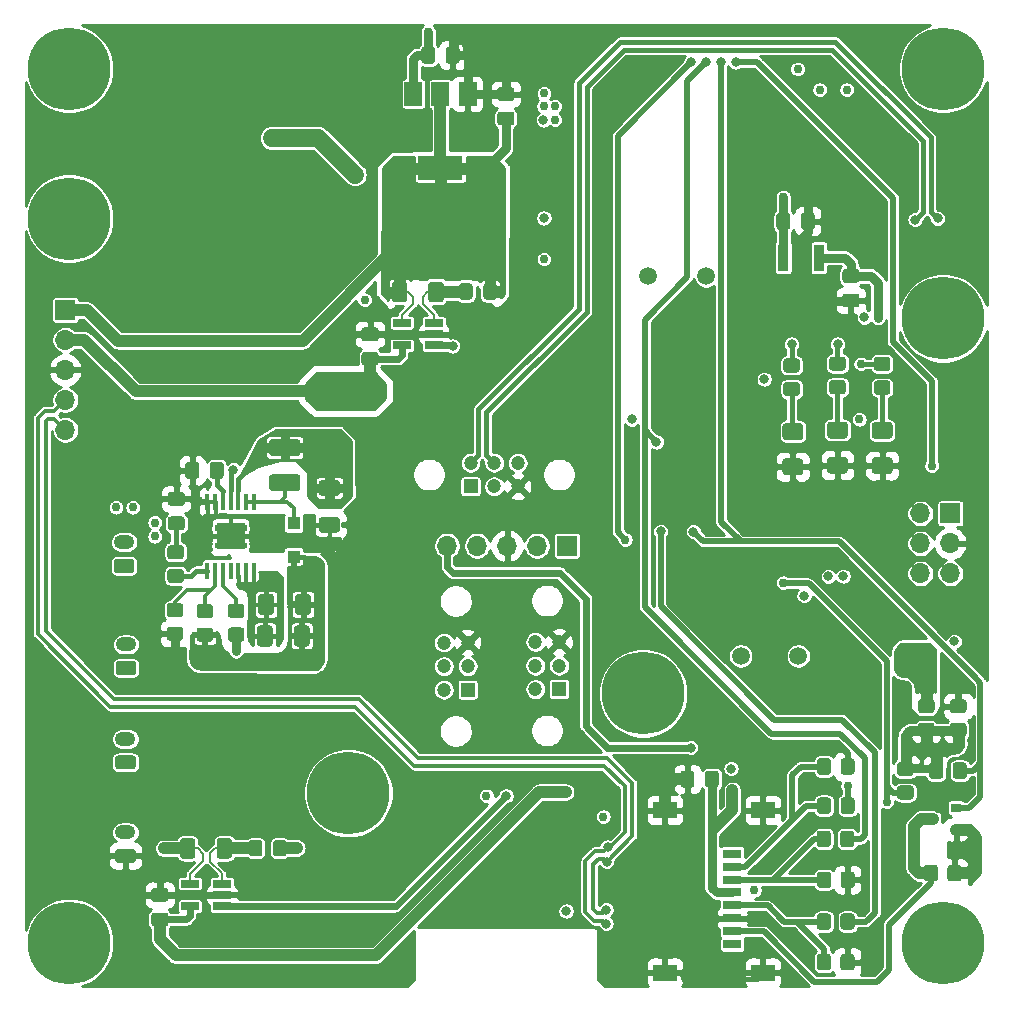
<source format=gbr>
G04 #@! TF.GenerationSoftware,KiCad,Pcbnew,(5.1.9)-1*
G04 #@! TF.CreationDate,2021-07-04T21:49:17-04:00*
G04 #@! TF.ProjectId,payload2020_base_board,7061796c-6f61-4643-9230-32305f626173,rev?*
G04 #@! TF.SameCoordinates,Original*
G04 #@! TF.FileFunction,Copper,L1,Top*
G04 #@! TF.FilePolarity,Positive*
%FSLAX46Y46*%
G04 Gerber Fmt 4.6, Leading zero omitted, Abs format (unit mm)*
G04 Created by KiCad (PCBNEW (5.1.9)-1) date 2021-07-04 21:49:17*
%MOMM*%
%LPD*%
G01*
G04 APERTURE LIST*
G04 #@! TA.AperFunction,EtchedComponent*
%ADD10C,0.100000*%
G04 #@! TD*
G04 #@! TA.AperFunction,ComponentPad*
%ADD11C,7.000000*%
G04 #@! TD*
G04 #@! TA.AperFunction,SMDPad,CuDef*
%ADD12R,1.500000X0.800000*%
G04 #@! TD*
G04 #@! TA.AperFunction,SMDPad,CuDef*
%ADD13R,2.000000X1.450000*%
G04 #@! TD*
G04 #@! TA.AperFunction,ComponentPad*
%ADD14R,1.700000X1.700000*%
G04 #@! TD*
G04 #@! TA.AperFunction,ComponentPad*
%ADD15O,1.700000X1.700000*%
G04 #@! TD*
G04 #@! TA.AperFunction,SMDPad,CuDef*
%ADD16R,3.800000X2.000000*%
G04 #@! TD*
G04 #@! TA.AperFunction,SMDPad,CuDef*
%ADD17R,1.500000X2.000000*%
G04 #@! TD*
G04 #@! TA.AperFunction,ComponentPad*
%ADD18C,1.500000*%
G04 #@! TD*
G04 #@! TA.AperFunction,SMDPad,CuDef*
%ADD19R,2.460000X2.310000*%
G04 #@! TD*
G04 #@! TA.AperFunction,SMDPad,CuDef*
%ADD20R,0.355600X1.473200*%
G04 #@! TD*
G04 #@! TA.AperFunction,SMDPad,CuDef*
%ADD21R,0.900000X2.300000*%
G04 #@! TD*
G04 #@! TA.AperFunction,SMDPad,CuDef*
%ADD22C,0.100000*%
G04 #@! TD*
G04 #@! TA.AperFunction,SMDPad,CuDef*
%ADD23R,1.560000X0.650000*%
G04 #@! TD*
G04 #@! TA.AperFunction,SMDPad,CuDef*
%ADD24R,0.900000X0.800000*%
G04 #@! TD*
G04 #@! TA.AperFunction,ComponentPad*
%ADD25O,1.750000X1.200000*%
G04 #@! TD*
G04 #@! TA.AperFunction,ComponentPad*
%ADD26C,1.200000*%
G04 #@! TD*
G04 #@! TA.AperFunction,ComponentPad*
%ADD27R,1.200000X1.200000*%
G04 #@! TD*
G04 #@! TA.AperFunction,SMDPad,CuDef*
%ADD28R,1.100000X1.100000*%
G04 #@! TD*
G04 #@! TA.AperFunction,ViaPad*
%ADD29C,0.762000*%
G04 #@! TD*
G04 #@! TA.AperFunction,ViaPad*
%ADD30C,0.800000*%
G04 #@! TD*
G04 #@! TA.AperFunction,Conductor*
%ADD31C,0.420000*%
G04 #@! TD*
G04 #@! TA.AperFunction,Conductor*
%ADD32C,1.000000*%
G04 #@! TD*
G04 #@! TA.AperFunction,Conductor*
%ADD33C,0.800000*%
G04 #@! TD*
G04 #@! TA.AperFunction,Conductor*
%ADD34C,0.203200*%
G04 #@! TD*
G04 #@! TA.AperFunction,Conductor*
%ADD35C,0.600000*%
G04 #@! TD*
G04 #@! TA.AperFunction,Conductor*
%ADD36C,0.500000*%
G04 #@! TD*
G04 #@! TA.AperFunction,Conductor*
%ADD37C,0.370000*%
G04 #@! TD*
G04 #@! TA.AperFunction,Conductor*
%ADD38C,0.400000*%
G04 #@! TD*
G04 #@! TA.AperFunction,Conductor*
%ADD39C,1.500000*%
G04 #@! TD*
G04 #@! TA.AperFunction,Conductor*
%ADD40C,0.350000*%
G04 #@! TD*
G04 #@! TA.AperFunction,Conductor*
%ADD41C,0.254000*%
G04 #@! TD*
G04 #@! TA.AperFunction,Conductor*
%ADD42C,0.100000*%
G04 #@! TD*
G04 APERTURE END LIST*
D10*
G36*
X54450620Y-111421000D02*
G01*
X54550620Y-111421000D01*
X54550620Y-111771000D01*
X54450620Y-111771000D01*
X54450620Y-111421000D01*
G37*
X54450620Y-111421000D02*
X54550620Y-111421000D01*
X54550620Y-111771000D01*
X54450620Y-111771000D01*
X54450620Y-111421000D01*
G36*
X54450620Y-110321000D02*
G01*
X54550620Y-110321000D01*
X54550620Y-109971000D01*
X54450620Y-109971000D01*
X54450620Y-110321000D01*
G37*
X54450620Y-110321000D02*
X54550620Y-110321000D01*
X54550620Y-109971000D01*
X54450620Y-109971000D01*
X54450620Y-110321000D01*
G36*
X51990620Y-110321000D02*
G01*
X51890620Y-110321000D01*
X51890620Y-109971000D01*
X51990620Y-109971000D01*
X51990620Y-110321000D01*
G37*
X51990620Y-110321000D02*
X51890620Y-110321000D01*
X51890620Y-109971000D01*
X51990620Y-109971000D01*
X51990620Y-110321000D01*
G36*
X51990620Y-111421000D02*
G01*
X51890620Y-111421000D01*
X51890620Y-111771000D01*
X51990620Y-111771000D01*
X51990620Y-111421000D01*
G37*
X51990620Y-111421000D02*
X51890620Y-111421000D01*
X51890620Y-111771000D01*
X51990620Y-111771000D01*
X51990620Y-111421000D01*
G04 #@! TA.AperFunction,SMDPad,CuDef*
G36*
G01*
X60944998Y-109256400D02*
X62245002Y-109256400D01*
G75*
G02*
X62495000Y-109506398I0J-249998D01*
G01*
X62495000Y-110331402D01*
G75*
G02*
X62245002Y-110581400I-249998J0D01*
G01*
X60944998Y-110581400D01*
G75*
G02*
X60695000Y-110331402I0J249998D01*
G01*
X60695000Y-109506398D01*
G75*
G02*
X60944998Y-109256400I249998J0D01*
G01*
G37*
G04 #@! TD.AperFunction*
G04 #@! TA.AperFunction,SMDPad,CuDef*
G36*
G01*
X60944998Y-106131400D02*
X62245002Y-106131400D01*
G75*
G02*
X62495000Y-106381398I0J-249998D01*
G01*
X62495000Y-107206402D01*
G75*
G02*
X62245002Y-107456400I-249998J0D01*
G01*
X60944998Y-107456400D01*
G75*
G02*
X60695000Y-107206402I0J249998D01*
G01*
X60695000Y-106381398D01*
G75*
G02*
X60944998Y-106131400I249998J0D01*
G01*
G37*
G04 #@! TD.AperFunction*
G04 #@! TA.AperFunction,SMDPad,CuDef*
G36*
G01*
X56796500Y-118679198D02*
X56796500Y-119979202D01*
G75*
G02*
X56546502Y-120229200I-249998J0D01*
G01*
X55721498Y-120229200D01*
G75*
G02*
X55471500Y-119979202I0J249998D01*
G01*
X55471500Y-118679198D01*
G75*
G02*
X55721498Y-118429200I249998J0D01*
G01*
X56546502Y-118429200D01*
G75*
G02*
X56796500Y-118679198I0J-249998D01*
G01*
G37*
G04 #@! TD.AperFunction*
G04 #@! TA.AperFunction,SMDPad,CuDef*
G36*
G01*
X59921500Y-118679198D02*
X59921500Y-119979202D01*
G75*
G02*
X59671502Y-120229200I-249998J0D01*
G01*
X58846498Y-120229200D01*
G75*
G02*
X58596500Y-119979202I0J249998D01*
G01*
X58596500Y-118679198D01*
G75*
G02*
X58846498Y-118429200I249998J0D01*
G01*
X59671502Y-118429200D01*
G75*
G02*
X59921500Y-118679198I0J-249998D01*
G01*
G37*
G04 #@! TD.AperFunction*
G04 #@! TA.AperFunction,SMDPad,CuDef*
G36*
G01*
X56898100Y-116012198D02*
X56898100Y-117312202D01*
G75*
G02*
X56648102Y-117562200I-249998J0D01*
G01*
X55823098Y-117562200D01*
G75*
G02*
X55573100Y-117312202I0J249998D01*
G01*
X55573100Y-116012198D01*
G75*
G02*
X55823098Y-115762200I249998J0D01*
G01*
X56648102Y-115762200D01*
G75*
G02*
X56898100Y-116012198I0J-249998D01*
G01*
G37*
G04 #@! TD.AperFunction*
G04 #@! TA.AperFunction,SMDPad,CuDef*
G36*
G01*
X60023100Y-116012198D02*
X60023100Y-117312202D01*
G75*
G02*
X59773102Y-117562200I-249998J0D01*
G01*
X58948098Y-117562200D01*
G75*
G02*
X58698100Y-117312202I0J249998D01*
G01*
X58698100Y-116012198D01*
G75*
G02*
X58948098Y-115762200I249998J0D01*
G01*
X59773102Y-115762200D01*
G75*
G02*
X60023100Y-116012198I0J-249998D01*
G01*
G37*
G04 #@! TD.AperFunction*
G04 #@! TA.AperFunction,SMDPad,CuDef*
G36*
G01*
X69967680Y-90843261D02*
X69967680Y-89593259D01*
G75*
G02*
X70217679Y-89343260I249999J0D01*
G01*
X71017681Y-89343260D01*
G75*
G02*
X71267680Y-89593259I0J-249999D01*
G01*
X71267680Y-90843261D01*
G75*
G02*
X71017681Y-91093260I-249999J0D01*
G01*
X70217679Y-91093260D01*
G75*
G02*
X69967680Y-90843261I0J249999D01*
G01*
G37*
G04 #@! TD.AperFunction*
G04 #@! TA.AperFunction,SMDPad,CuDef*
G36*
G01*
X66867680Y-90843261D02*
X66867680Y-89593259D01*
G75*
G02*
X67117679Y-89343260I249999J0D01*
G01*
X67917681Y-89343260D01*
G75*
G02*
X68167680Y-89593259I0J-249999D01*
G01*
X68167680Y-90843261D01*
G75*
G02*
X67917681Y-91093260I-249999J0D01*
G01*
X67117679Y-91093260D01*
G75*
G02*
X66867680Y-90843261I0J249999D01*
G01*
G37*
G04 #@! TD.AperFunction*
G04 #@! TA.AperFunction,SMDPad,CuDef*
G36*
G01*
X52037820Y-137937401D02*
X52037820Y-136687399D01*
G75*
G02*
X52287819Y-136437400I249999J0D01*
G01*
X53087821Y-136437400D01*
G75*
G02*
X53337820Y-136687399I0J-249999D01*
G01*
X53337820Y-137937401D01*
G75*
G02*
X53087821Y-138187400I-249999J0D01*
G01*
X52287819Y-138187400D01*
G75*
G02*
X52037820Y-137937401I0J249999D01*
G01*
G37*
G04 #@! TD.AperFunction*
G04 #@! TA.AperFunction,SMDPad,CuDef*
G36*
G01*
X48937820Y-137937401D02*
X48937820Y-136687399D01*
G75*
G02*
X49187819Y-136437400I249999J0D01*
G01*
X49987821Y-136437400D01*
G75*
G02*
X50237820Y-136687399I0J-249999D01*
G01*
X50237820Y-137937401D01*
G75*
G02*
X49987821Y-138187400I-249999J0D01*
G01*
X49187819Y-138187400D01*
G75*
G02*
X48937820Y-137937401I0J249999D01*
G01*
G37*
G04 #@! TD.AperFunction*
D11*
X113560000Y-145310000D03*
X113560000Y-71310000D03*
X113560000Y-92440000D03*
X39560000Y-71310000D03*
X63200000Y-132630000D03*
G04 #@! TA.AperFunction,SMDPad,CuDef*
G36*
G01*
X107944499Y-95698000D02*
X108844501Y-95698000D01*
G75*
G02*
X109094500Y-95947999I0J-249999D01*
G01*
X109094500Y-96648001D01*
G75*
G02*
X108844501Y-96898000I-249999J0D01*
G01*
X107944499Y-96898000D01*
G75*
G02*
X107694500Y-96648001I0J249999D01*
G01*
X107694500Y-95947999D01*
G75*
G02*
X107944499Y-95698000I249999J0D01*
G01*
G37*
G04 #@! TD.AperFunction*
G04 #@! TA.AperFunction,SMDPad,CuDef*
G36*
G01*
X107944499Y-97698000D02*
X108844501Y-97698000D01*
G75*
G02*
X109094500Y-97947999I0J-249999D01*
G01*
X109094500Y-98648001D01*
G75*
G02*
X108844501Y-98898000I-249999J0D01*
G01*
X107944499Y-98898000D01*
G75*
G02*
X107694500Y-98648001I0J249999D01*
G01*
X107694500Y-97947999D01*
G75*
G02*
X107944499Y-97698000I249999J0D01*
G01*
G37*
G04 #@! TD.AperFunction*
D12*
X95698000Y-137748000D03*
X95698000Y-138848000D03*
X95698000Y-139958000D03*
X95698000Y-141048000D03*
X95688000Y-142148000D03*
X95698000Y-143248000D03*
X95698000Y-144348000D03*
X95698000Y-145448000D03*
D13*
X89998000Y-147828000D03*
X89998000Y-134078000D03*
X98298000Y-134078000D03*
X98298000Y-147828000D03*
D11*
X88160000Y-124190000D03*
X39560000Y-145310000D03*
X39560000Y-83990000D03*
D14*
X114170000Y-108955000D03*
D15*
X111630000Y-108955000D03*
X114170000Y-111495000D03*
X111630000Y-111495000D03*
X114170000Y-114035000D03*
X111630000Y-114035000D03*
G04 #@! TA.AperFunction,SMDPad,CuDef*
G36*
G01*
X72624440Y-69684880D02*
X72624440Y-70634880D01*
G75*
G02*
X72374440Y-70884880I-250000J0D01*
G01*
X71699440Y-70884880D01*
G75*
G02*
X71449440Y-70634880I0J250000D01*
G01*
X71449440Y-69684880D01*
G75*
G02*
X71699440Y-69434880I250000J0D01*
G01*
X72374440Y-69434880D01*
G75*
G02*
X72624440Y-69684880I0J-250000D01*
G01*
G37*
G04 #@! TD.AperFunction*
G04 #@! TA.AperFunction,SMDPad,CuDef*
G36*
G01*
X70549440Y-69684880D02*
X70549440Y-70634880D01*
G75*
G02*
X70299440Y-70884880I-250000J0D01*
G01*
X69624440Y-70884880D01*
G75*
G02*
X69374440Y-70634880I0J250000D01*
G01*
X69374440Y-69684880D01*
G75*
G02*
X69624440Y-69434880I250000J0D01*
G01*
X70299440Y-69434880D01*
G75*
G02*
X70549440Y-69684880I0J-250000D01*
G01*
G37*
G04 #@! TD.AperFunction*
G04 #@! TA.AperFunction,SMDPad,CuDef*
G36*
G01*
X76055200Y-72855420D02*
X77005200Y-72855420D01*
G75*
G02*
X77255200Y-73105420I0J-250000D01*
G01*
X77255200Y-73780420D01*
G75*
G02*
X77005200Y-74030420I-250000J0D01*
G01*
X76055200Y-74030420D01*
G75*
G02*
X75805200Y-73780420I0J250000D01*
G01*
X75805200Y-73105420D01*
G75*
G02*
X76055200Y-72855420I250000J0D01*
G01*
G37*
G04 #@! TD.AperFunction*
G04 #@! TA.AperFunction,SMDPad,CuDef*
G36*
G01*
X76055200Y-74930420D02*
X77005200Y-74930420D01*
G75*
G02*
X77255200Y-75180420I0J-250000D01*
G01*
X77255200Y-75855420D01*
G75*
G02*
X77005200Y-76105420I-250000J0D01*
G01*
X76055200Y-76105420D01*
G75*
G02*
X75805200Y-75855420I0J250000D01*
G01*
X75805200Y-75180420D01*
G75*
G02*
X76055200Y-74930420I250000J0D01*
G01*
G37*
G04 #@! TD.AperFunction*
D16*
X70995540Y-79746240D03*
D17*
X70995540Y-73446240D03*
X68695540Y-73446240D03*
X73295540Y-73446240D03*
D18*
X88592000Y-88849200D03*
X93472000Y-88849200D03*
X96415200Y-121005600D03*
X101295200Y-121005600D03*
D19*
X53220620Y-110871000D03*
D20*
X55170654Y-113792000D03*
X54520643Y-113792000D03*
X53870631Y-113792000D03*
X53220620Y-113792000D03*
X52570609Y-113792000D03*
X51920597Y-113792000D03*
X51270586Y-113792000D03*
X51270586Y-107950000D03*
X51920597Y-107950000D03*
X52570609Y-107950000D03*
X53220620Y-107950000D03*
X53870631Y-107950000D03*
X54520643Y-107950000D03*
X55170654Y-107950000D03*
D21*
X103026340Y-87303740D03*
X100026340Y-87303740D03*
G04 #@! TA.AperFunction,SMDPad,CuDef*
D22*
G36*
X100659840Y-92753740D02*
G01*
X100659840Y-88628740D01*
X101076340Y-88628740D01*
X101076340Y-86153740D01*
X101976340Y-86153740D01*
X101976340Y-88628740D01*
X102392840Y-88628740D01*
X102392840Y-92753740D01*
X100659840Y-92753740D01*
G37*
G04 #@! TD.AperFunction*
D23*
X67726580Y-94719220D03*
X67726580Y-92819220D03*
X70426580Y-92819220D03*
X70426580Y-93769220D03*
X70426580Y-94719220D03*
X49794180Y-142201940D03*
X49794180Y-140301940D03*
X52494180Y-140301940D03*
X52494180Y-141251940D03*
X52494180Y-142201940D03*
G04 #@! TA.AperFunction,SMDPad,CuDef*
G36*
G01*
X115285941Y-125876100D02*
X114385939Y-125876100D01*
G75*
G02*
X114135940Y-125626101I0J249999D01*
G01*
X114135940Y-124926099D01*
G75*
G02*
X114385939Y-124676100I249999J0D01*
G01*
X115285941Y-124676100D01*
G75*
G02*
X115535940Y-124926099I0J-249999D01*
G01*
X115535940Y-125626101D01*
G75*
G02*
X115285941Y-125876100I-249999J0D01*
G01*
G37*
G04 #@! TD.AperFunction*
G04 #@! TA.AperFunction,SMDPad,CuDef*
G36*
G01*
X115285941Y-127876100D02*
X114385939Y-127876100D01*
G75*
G02*
X114135940Y-127626101I0J249999D01*
G01*
X114135940Y-126926099D01*
G75*
G02*
X114385939Y-126676100I249999J0D01*
G01*
X115285941Y-126676100D01*
G75*
G02*
X115535940Y-126926099I0J-249999D01*
G01*
X115535940Y-127626101D01*
G75*
G02*
X115285941Y-127876100I-249999J0D01*
G01*
G37*
G04 #@! TD.AperFunction*
G04 #@! TA.AperFunction,SMDPad,CuDef*
G36*
G01*
X111675759Y-126663400D02*
X112575761Y-126663400D01*
G75*
G02*
X112825760Y-126913399I0J-249999D01*
G01*
X112825760Y-127613401D01*
G75*
G02*
X112575761Y-127863400I-249999J0D01*
G01*
X111675759Y-127863400D01*
G75*
G02*
X111425760Y-127613401I0J249999D01*
G01*
X111425760Y-126913399D01*
G75*
G02*
X111675759Y-126663400I249999J0D01*
G01*
G37*
G04 #@! TD.AperFunction*
G04 #@! TA.AperFunction,SMDPad,CuDef*
G36*
G01*
X111675759Y-124663400D02*
X112575761Y-124663400D01*
G75*
G02*
X112825760Y-124913399I0J-249999D01*
G01*
X112825760Y-125613401D01*
G75*
G02*
X112575761Y-125863400I-249999J0D01*
G01*
X111675759Y-125863400D01*
G75*
G02*
X111425760Y-125613401I0J249999D01*
G01*
X111425760Y-124913399D01*
G75*
G02*
X111675759Y-124663400I249999J0D01*
G01*
G37*
G04 #@! TD.AperFunction*
G04 #@! TA.AperFunction,SMDPad,CuDef*
G36*
G01*
X104874520Y-140424321D02*
X104874520Y-139524319D01*
G75*
G02*
X105124519Y-139274320I249999J0D01*
G01*
X105824521Y-139274320D01*
G75*
G02*
X106074520Y-139524319I0J-249999D01*
G01*
X106074520Y-140424321D01*
G75*
G02*
X105824521Y-140674320I-249999J0D01*
G01*
X105124519Y-140674320D01*
G75*
G02*
X104874520Y-140424321I0J249999D01*
G01*
G37*
G04 #@! TD.AperFunction*
G04 #@! TA.AperFunction,SMDPad,CuDef*
G36*
G01*
X102874520Y-140424321D02*
X102874520Y-139524319D01*
G75*
G02*
X103124519Y-139274320I249999J0D01*
G01*
X103824521Y-139274320D01*
G75*
G02*
X104074520Y-139524319I0J-249999D01*
G01*
X104074520Y-140424321D01*
G75*
G02*
X103824521Y-140674320I-249999J0D01*
G01*
X103124519Y-140674320D01*
G75*
G02*
X102874520Y-140424321I0J249999D01*
G01*
G37*
G04 #@! TD.AperFunction*
G04 #@! TA.AperFunction,SMDPad,CuDef*
G36*
G01*
X102868420Y-130830741D02*
X102868420Y-129930739D01*
G75*
G02*
X103118419Y-129680740I249999J0D01*
G01*
X103818421Y-129680740D01*
G75*
G02*
X104068420Y-129930739I0J-249999D01*
G01*
X104068420Y-130830741D01*
G75*
G02*
X103818421Y-131080740I-249999J0D01*
G01*
X103118419Y-131080740D01*
G75*
G02*
X102868420Y-130830741I0J249999D01*
G01*
G37*
G04 #@! TD.AperFunction*
G04 #@! TA.AperFunction,SMDPad,CuDef*
G36*
G01*
X104868420Y-130830741D02*
X104868420Y-129930739D01*
G75*
G02*
X105118419Y-129680740I249999J0D01*
G01*
X105818421Y-129680740D01*
G75*
G02*
X106068420Y-129930739I0J-249999D01*
G01*
X106068420Y-130830741D01*
G75*
G02*
X105818421Y-131080740I-249999J0D01*
G01*
X105118419Y-131080740D01*
G75*
G02*
X104868420Y-130830741I0J249999D01*
G01*
G37*
G04 #@! TD.AperFunction*
G04 #@! TA.AperFunction,SMDPad,CuDef*
G36*
G01*
X104859280Y-147389001D02*
X104859280Y-146488999D01*
G75*
G02*
X105109279Y-146239000I249999J0D01*
G01*
X105809281Y-146239000D01*
G75*
G02*
X106059280Y-146488999I0J-249999D01*
G01*
X106059280Y-147389001D01*
G75*
G02*
X105809281Y-147639000I-249999J0D01*
G01*
X105109279Y-147639000D01*
G75*
G02*
X104859280Y-147389001I0J249999D01*
G01*
G37*
G04 #@! TD.AperFunction*
G04 #@! TA.AperFunction,SMDPad,CuDef*
G36*
G01*
X102859280Y-147389001D02*
X102859280Y-146488999D01*
G75*
G02*
X103109279Y-146239000I249999J0D01*
G01*
X103809281Y-146239000D01*
G75*
G02*
X104059280Y-146488999I0J-249999D01*
G01*
X104059280Y-147389001D01*
G75*
G02*
X103809281Y-147639000I-249999J0D01*
G01*
X103109279Y-147639000D01*
G75*
G02*
X102859280Y-147389001I0J249999D01*
G01*
G37*
G04 #@! TD.AperFunction*
G04 #@! TA.AperFunction,SMDPad,CuDef*
G36*
G01*
X104859280Y-143960001D02*
X104859280Y-143059999D01*
G75*
G02*
X105109279Y-142810000I249999J0D01*
G01*
X105809281Y-142810000D01*
G75*
G02*
X106059280Y-143059999I0J-249999D01*
G01*
X106059280Y-143960001D01*
G75*
G02*
X105809281Y-144210000I-249999J0D01*
G01*
X105109279Y-144210000D01*
G75*
G02*
X104859280Y-143960001I0J249999D01*
G01*
G37*
G04 #@! TD.AperFunction*
G04 #@! TA.AperFunction,SMDPad,CuDef*
G36*
G01*
X102859280Y-143960001D02*
X102859280Y-143059999D01*
G75*
G02*
X103109279Y-142810000I249999J0D01*
G01*
X103809281Y-142810000D01*
G75*
G02*
X104059280Y-143059999I0J-249999D01*
G01*
X104059280Y-143960001D01*
G75*
G02*
X103809281Y-144210000I-249999J0D01*
G01*
X103109279Y-144210000D01*
G75*
G02*
X102859280Y-143960001I0J249999D01*
G01*
G37*
G04 #@! TD.AperFunction*
G04 #@! TA.AperFunction,SMDPad,CuDef*
G36*
G01*
X102836420Y-136962301D02*
X102836420Y-136062299D01*
G75*
G02*
X103086419Y-135812300I249999J0D01*
G01*
X103786421Y-135812300D01*
G75*
G02*
X104036420Y-136062299I0J-249999D01*
G01*
X104036420Y-136962301D01*
G75*
G02*
X103786421Y-137212300I-249999J0D01*
G01*
X103086419Y-137212300D01*
G75*
G02*
X102836420Y-136962301I0J249999D01*
G01*
G37*
G04 #@! TD.AperFunction*
G04 #@! TA.AperFunction,SMDPad,CuDef*
G36*
G01*
X104836420Y-136962301D02*
X104836420Y-136062299D01*
G75*
G02*
X105086419Y-135812300I249999J0D01*
G01*
X105786421Y-135812300D01*
G75*
G02*
X106036420Y-136062299I0J-249999D01*
G01*
X106036420Y-136962301D01*
G75*
G02*
X105786421Y-137212300I-249999J0D01*
G01*
X105086419Y-137212300D01*
G75*
G02*
X104836420Y-136962301I0J249999D01*
G01*
G37*
G04 #@! TD.AperFunction*
G04 #@! TA.AperFunction,SMDPad,CuDef*
G36*
G01*
X102868420Y-134145441D02*
X102868420Y-133245439D01*
G75*
G02*
X103118419Y-132995440I249999J0D01*
G01*
X103818421Y-132995440D01*
G75*
G02*
X104068420Y-133245439I0J-249999D01*
G01*
X104068420Y-134145441D01*
G75*
G02*
X103818421Y-134395440I-249999J0D01*
G01*
X103118419Y-134395440D01*
G75*
G02*
X102868420Y-134145441I0J249999D01*
G01*
G37*
G04 #@! TD.AperFunction*
G04 #@! TA.AperFunction,SMDPad,CuDef*
G36*
G01*
X104868420Y-134145441D02*
X104868420Y-133245439D01*
G75*
G02*
X105118419Y-132995440I249999J0D01*
G01*
X105818421Y-132995440D01*
G75*
G02*
X106068420Y-133245439I0J-249999D01*
G01*
X106068420Y-134145441D01*
G75*
G02*
X105818421Y-134395440I-249999J0D01*
G01*
X105118419Y-134395440D01*
G75*
G02*
X104868420Y-134145441I0J249999D01*
G01*
G37*
G04 #@! TD.AperFunction*
G04 #@! TA.AperFunction,SMDPad,CuDef*
G36*
G01*
X48058919Y-116542260D02*
X48958921Y-116542260D01*
G75*
G02*
X49208920Y-116792259I0J-249999D01*
G01*
X49208920Y-117492261D01*
G75*
G02*
X48958921Y-117742260I-249999J0D01*
G01*
X48058919Y-117742260D01*
G75*
G02*
X47808920Y-117492261I0J249999D01*
G01*
X47808920Y-116792259D01*
G75*
G02*
X48058919Y-116542260I249999J0D01*
G01*
G37*
G04 #@! TD.AperFunction*
G04 #@! TA.AperFunction,SMDPad,CuDef*
G36*
G01*
X48058919Y-118542260D02*
X48958921Y-118542260D01*
G75*
G02*
X49208920Y-118792259I0J-249999D01*
G01*
X49208920Y-119492261D01*
G75*
G02*
X48958921Y-119742260I-249999J0D01*
G01*
X48058919Y-119742260D01*
G75*
G02*
X47808920Y-119492261I0J249999D01*
G01*
X47808920Y-118792259D01*
G75*
G02*
X48058919Y-118542260I249999J0D01*
G01*
G37*
G04 #@! TD.AperFunction*
G04 #@! TA.AperFunction,SMDPad,CuDef*
G36*
G01*
X51491301Y-119821000D02*
X50591299Y-119821000D01*
G75*
G02*
X50341300Y-119571001I0J249999D01*
G01*
X50341300Y-118870999D01*
G75*
G02*
X50591299Y-118621000I249999J0D01*
G01*
X51491301Y-118621000D01*
G75*
G02*
X51741300Y-118870999I0J-249999D01*
G01*
X51741300Y-119571001D01*
G75*
G02*
X51491301Y-119821000I-249999J0D01*
G01*
G37*
G04 #@! TD.AperFunction*
G04 #@! TA.AperFunction,SMDPad,CuDef*
G36*
G01*
X51491301Y-117821000D02*
X50591299Y-117821000D01*
G75*
G02*
X50341300Y-117571001I0J249999D01*
G01*
X50341300Y-116870999D01*
G75*
G02*
X50591299Y-116621000I249999J0D01*
G01*
X51491301Y-116621000D01*
G75*
G02*
X51741300Y-116870999I0J-249999D01*
G01*
X51741300Y-117571001D01*
G75*
G02*
X51491301Y-117821000I-249999J0D01*
G01*
G37*
G04 #@! TD.AperFunction*
G04 #@! TA.AperFunction,SMDPad,CuDef*
G36*
G01*
X48122419Y-111647680D02*
X49022421Y-111647680D01*
G75*
G02*
X49272420Y-111897679I0J-249999D01*
G01*
X49272420Y-112597681D01*
G75*
G02*
X49022421Y-112847680I-249999J0D01*
G01*
X48122419Y-112847680D01*
G75*
G02*
X47872420Y-112597681I0J249999D01*
G01*
X47872420Y-111897679D01*
G75*
G02*
X48122419Y-111647680I249999J0D01*
G01*
G37*
G04 #@! TD.AperFunction*
G04 #@! TA.AperFunction,SMDPad,CuDef*
G36*
G01*
X48122419Y-113647680D02*
X49022421Y-113647680D01*
G75*
G02*
X49272420Y-113897679I0J-249999D01*
G01*
X49272420Y-114597681D01*
G75*
G02*
X49022421Y-114847680I-249999J0D01*
G01*
X48122419Y-114847680D01*
G75*
G02*
X47872420Y-114597681I0J249999D01*
G01*
X47872420Y-113897679D01*
G75*
G02*
X48122419Y-113647680I249999J0D01*
G01*
G37*
G04 #@! TD.AperFunction*
G04 #@! TA.AperFunction,SMDPad,CuDef*
G36*
G01*
X113116920Y-138957899D02*
X113116920Y-139857901D01*
G75*
G02*
X112866921Y-140107900I-249999J0D01*
G01*
X112166919Y-140107900D01*
G75*
G02*
X111916920Y-139857901I0J249999D01*
G01*
X111916920Y-138957899D01*
G75*
G02*
X112166919Y-138707900I249999J0D01*
G01*
X112866921Y-138707900D01*
G75*
G02*
X113116920Y-138957899I0J-249999D01*
G01*
G37*
G04 #@! TD.AperFunction*
G04 #@! TA.AperFunction,SMDPad,CuDef*
G36*
G01*
X115116920Y-138957899D02*
X115116920Y-139857901D01*
G75*
G02*
X114866921Y-140107900I-249999J0D01*
G01*
X114166919Y-140107900D01*
G75*
G02*
X113916920Y-139857901I0J249999D01*
G01*
X113916920Y-138957899D01*
G75*
G02*
X114166919Y-138707900I249999J0D01*
G01*
X114866921Y-138707900D01*
G75*
G02*
X115116920Y-138957899I0J-249999D01*
G01*
G37*
G04 #@! TD.AperFunction*
G04 #@! TA.AperFunction,SMDPad,CuDef*
G36*
G01*
X100273699Y-95825000D02*
X101173701Y-95825000D01*
G75*
G02*
X101423700Y-96074999I0J-249999D01*
G01*
X101423700Y-96775001D01*
G75*
G02*
X101173701Y-97025000I-249999J0D01*
G01*
X100273699Y-97025000D01*
G75*
G02*
X100023700Y-96775001I0J249999D01*
G01*
X100023700Y-96074999D01*
G75*
G02*
X100273699Y-95825000I249999J0D01*
G01*
G37*
G04 #@! TD.AperFunction*
G04 #@! TA.AperFunction,SMDPad,CuDef*
G36*
G01*
X100273699Y-97825000D02*
X101173701Y-97825000D01*
G75*
G02*
X101423700Y-98074999I0J-249999D01*
G01*
X101423700Y-98775001D01*
G75*
G02*
X101173701Y-99025000I-249999J0D01*
G01*
X100273699Y-99025000D01*
G75*
G02*
X100023700Y-98775001I0J249999D01*
G01*
X100023700Y-98074999D01*
G75*
G02*
X100273699Y-97825000I249999J0D01*
G01*
G37*
G04 #@! TD.AperFunction*
G04 #@! TA.AperFunction,SMDPad,CuDef*
G36*
G01*
X53250679Y-116611600D02*
X54150681Y-116611600D01*
G75*
G02*
X54400680Y-116861599I0J-249999D01*
G01*
X54400680Y-117561601D01*
G75*
G02*
X54150681Y-117811600I-249999J0D01*
G01*
X53250679Y-117811600D01*
G75*
G02*
X53000680Y-117561601I0J249999D01*
G01*
X53000680Y-116861599D01*
G75*
G02*
X53250679Y-116611600I249999J0D01*
G01*
G37*
G04 #@! TD.AperFunction*
G04 #@! TA.AperFunction,SMDPad,CuDef*
G36*
G01*
X53250679Y-118611600D02*
X54150681Y-118611600D01*
G75*
G02*
X54400680Y-118861599I0J-249999D01*
G01*
X54400680Y-119561601D01*
G75*
G02*
X54150681Y-119811600I-249999J0D01*
G01*
X53250679Y-119811600D01*
G75*
G02*
X53000680Y-119561601I0J249999D01*
G01*
X53000680Y-118861599D01*
G75*
G02*
X53250679Y-118611600I249999J0D01*
G01*
G37*
G04 #@! TD.AperFunction*
G04 #@! TA.AperFunction,SMDPad,CuDef*
G36*
G01*
X104159899Y-95672600D02*
X105059901Y-95672600D01*
G75*
G02*
X105309900Y-95922599I0J-249999D01*
G01*
X105309900Y-96622601D01*
G75*
G02*
X105059901Y-96872600I-249999J0D01*
G01*
X104159899Y-96872600D01*
G75*
G02*
X103909900Y-96622601I0J249999D01*
G01*
X103909900Y-95922599D01*
G75*
G02*
X104159899Y-95672600I249999J0D01*
G01*
G37*
G04 #@! TD.AperFunction*
G04 #@! TA.AperFunction,SMDPad,CuDef*
G36*
G01*
X104159899Y-97672600D02*
X105059901Y-97672600D01*
G75*
G02*
X105309900Y-97922599I0J-249999D01*
G01*
X105309900Y-98622601D01*
G75*
G02*
X105059901Y-98872600I-249999J0D01*
G01*
X104159899Y-98872600D01*
G75*
G02*
X103909900Y-98622601I0J249999D01*
G01*
X103909900Y-97922599D01*
G75*
G02*
X104159899Y-97672600I249999J0D01*
G01*
G37*
G04 #@! TD.AperFunction*
G04 #@! TA.AperFunction,SMDPad,CuDef*
G36*
G01*
X109907919Y-131988000D02*
X110807921Y-131988000D01*
G75*
G02*
X111057920Y-132237999I0J-249999D01*
G01*
X111057920Y-132938001D01*
G75*
G02*
X110807921Y-133188000I-249999J0D01*
G01*
X109907919Y-133188000D01*
G75*
G02*
X109657920Y-132938001I0J249999D01*
G01*
X109657920Y-132237999D01*
G75*
G02*
X109907919Y-131988000I249999J0D01*
G01*
G37*
G04 #@! TD.AperFunction*
G04 #@! TA.AperFunction,SMDPad,CuDef*
G36*
G01*
X109907919Y-129988000D02*
X110807921Y-129988000D01*
G75*
G02*
X111057920Y-130237999I0J-249999D01*
G01*
X111057920Y-130938001D01*
G75*
G02*
X110807921Y-131188000I-249999J0D01*
G01*
X109907919Y-131188000D01*
G75*
G02*
X109657920Y-130938001I0J249999D01*
G01*
X109657920Y-130237999D01*
G75*
G02*
X109907919Y-129988000I249999J0D01*
G01*
G37*
G04 #@! TD.AperFunction*
G04 #@! TA.AperFunction,SMDPad,CuDef*
G36*
G01*
X112362940Y-131181261D02*
X112362940Y-130281259D01*
G75*
G02*
X112612939Y-130031260I249999J0D01*
G01*
X113312941Y-130031260D01*
G75*
G02*
X113562940Y-130281259I0J-249999D01*
G01*
X113562940Y-131181261D01*
G75*
G02*
X113312941Y-131431260I-249999J0D01*
G01*
X112612939Y-131431260D01*
G75*
G02*
X112362940Y-131181261I0J249999D01*
G01*
G37*
G04 #@! TD.AperFunction*
G04 #@! TA.AperFunction,SMDPad,CuDef*
G36*
G01*
X114362940Y-131181261D02*
X114362940Y-130281259D01*
G75*
G02*
X114612939Y-130031260I249999J0D01*
G01*
X115312941Y-130031260D01*
G75*
G02*
X115562940Y-130281259I0J-249999D01*
G01*
X115562940Y-131181261D01*
G75*
G02*
X115312941Y-131431260I-249999J0D01*
G01*
X114612939Y-131431260D01*
G75*
G02*
X114362940Y-131181261I0J249999D01*
G01*
G37*
G04 #@! TD.AperFunction*
D24*
X114655600Y-135788400D03*
X114655600Y-133888400D03*
X112655600Y-134838400D03*
G04 #@! TA.AperFunction,SMDPad,CuDef*
G36*
G01*
X56743020Y-102667380D02*
X58893020Y-102667380D01*
G75*
G02*
X59143020Y-102917380I0J-250000D01*
G01*
X59143020Y-103842380D01*
G75*
G02*
X58893020Y-104092380I-250000J0D01*
G01*
X56743020Y-104092380D01*
G75*
G02*
X56493020Y-103842380I0J250000D01*
G01*
X56493020Y-102917380D01*
G75*
G02*
X56743020Y-102667380I250000J0D01*
G01*
G37*
G04 #@! TD.AperFunction*
G04 #@! TA.AperFunction,SMDPad,CuDef*
G36*
G01*
X56743020Y-105642380D02*
X58893020Y-105642380D01*
G75*
G02*
X59143020Y-105892380I0J-250000D01*
G01*
X59143020Y-106817380D01*
G75*
G02*
X58893020Y-107067380I-250000J0D01*
G01*
X56743020Y-107067380D01*
G75*
G02*
X56493020Y-106817380I0J250000D01*
G01*
X56493020Y-105892380D01*
G75*
G02*
X56743020Y-105642380I250000J0D01*
G01*
G37*
G04 #@! TD.AperFunction*
D15*
X39243000Y-101879400D03*
X39243000Y-99339400D03*
X39243000Y-96799400D03*
X39243000Y-94259400D03*
D14*
X39243000Y-91719400D03*
D25*
X44328080Y-135955020D03*
G04 #@! TA.AperFunction,ComponentPad*
G36*
G01*
X44953081Y-138555020D02*
X43703079Y-138555020D01*
G75*
G02*
X43453080Y-138305021I0J249999D01*
G01*
X43453080Y-137605019D01*
G75*
G02*
X43703079Y-137355020I249999J0D01*
G01*
X44953081Y-137355020D01*
G75*
G02*
X45203080Y-137605019I0J-249999D01*
G01*
X45203080Y-138305021D01*
G75*
G02*
X44953081Y-138555020I-249999J0D01*
G01*
G37*
G04 #@! TD.AperFunction*
X44328080Y-128032760D03*
G04 #@! TA.AperFunction,ComponentPad*
G36*
G01*
X44953081Y-130632760D02*
X43703079Y-130632760D01*
G75*
G02*
X43453080Y-130382761I0J249999D01*
G01*
X43453080Y-129682759D01*
G75*
G02*
X43703079Y-129432760I249999J0D01*
G01*
X44953081Y-129432760D01*
G75*
G02*
X45203080Y-129682759I0J-249999D01*
G01*
X45203080Y-130382761D01*
G75*
G02*
X44953081Y-130632760I-249999J0D01*
G01*
G37*
G04 #@! TD.AperFunction*
X44371260Y-120041920D03*
G04 #@! TA.AperFunction,ComponentPad*
G36*
G01*
X44996261Y-122641920D02*
X43746259Y-122641920D01*
G75*
G02*
X43496260Y-122391921I0J249999D01*
G01*
X43496260Y-121691919D01*
G75*
G02*
X43746259Y-121441920I249999J0D01*
G01*
X44996261Y-121441920D01*
G75*
G02*
X45246260Y-121691919I0J-249999D01*
G01*
X45246260Y-122391921D01*
G75*
G02*
X44996261Y-122641920I-249999J0D01*
G01*
G37*
G04 #@! TD.AperFunction*
D26*
X79035400Y-123832000D03*
X79035400Y-121832000D03*
X79035400Y-119832000D03*
X81035400Y-119832000D03*
D27*
X81035400Y-123832000D03*
D26*
X81035400Y-121832000D03*
X71288400Y-123882800D03*
X71288400Y-121882800D03*
X71288400Y-119882800D03*
X73288400Y-119882800D03*
D27*
X73288400Y-123882800D03*
D26*
X73288400Y-121882800D03*
D15*
X71551800Y-111683800D03*
X74091800Y-111683800D03*
X76631800Y-111683800D03*
X79171800Y-111683800D03*
D14*
X81711800Y-111683800D03*
D26*
X73539600Y-104664000D03*
X75539600Y-104664000D03*
X77539600Y-104664000D03*
X77539600Y-106664000D03*
D27*
X73539600Y-106664000D03*
D26*
X75539600Y-106664000D03*
D25*
X44208700Y-111398300D03*
G04 #@! TA.AperFunction,ComponentPad*
G36*
G01*
X44833701Y-113998300D02*
X43583699Y-113998300D01*
G75*
G02*
X43333700Y-113748301I0J249999D01*
G01*
X43333700Y-113048299D01*
G75*
G02*
X43583699Y-112798300I249999J0D01*
G01*
X44833701Y-112798300D01*
G75*
G02*
X45083700Y-113048299I0J-249999D01*
G01*
X45083700Y-113748301D01*
G75*
G02*
X44833701Y-113998300I-249999J0D01*
G01*
G37*
G04 #@! TD.AperFunction*
G04 #@! TA.AperFunction,SMDPad,CuDef*
G36*
G01*
X73719380Y-89714919D02*
X73719380Y-90614921D01*
G75*
G02*
X73469381Y-90864920I-249999J0D01*
G01*
X72819379Y-90864920D01*
G75*
G02*
X72569380Y-90614921I0J249999D01*
G01*
X72569380Y-89714919D01*
G75*
G02*
X72819379Y-89464920I249999J0D01*
G01*
X73469381Y-89464920D01*
G75*
G02*
X73719380Y-89714919I0J-249999D01*
G01*
G37*
G04 #@! TD.AperFunction*
G04 #@! TA.AperFunction,SMDPad,CuDef*
G36*
G01*
X75769380Y-89714919D02*
X75769380Y-90614921D01*
G75*
G02*
X75519381Y-90864920I-249999J0D01*
G01*
X74869379Y-90864920D01*
G75*
G02*
X74619380Y-90614921I0J249999D01*
G01*
X74619380Y-89714919D01*
G75*
G02*
X74869379Y-89464920I249999J0D01*
G01*
X75519381Y-89464920D01*
G75*
G02*
X75769380Y-89714919I0J-249999D01*
G01*
G37*
G04 #@! TD.AperFunction*
G04 #@! TA.AperFunction,SMDPad,CuDef*
G36*
G01*
X55916520Y-136847159D02*
X55916520Y-137747161D01*
G75*
G02*
X55666521Y-137997160I-249999J0D01*
G01*
X55016519Y-137997160D01*
G75*
G02*
X54766520Y-137747161I0J249999D01*
G01*
X54766520Y-136847159D01*
G75*
G02*
X55016519Y-136597160I249999J0D01*
G01*
X55666521Y-136597160D01*
G75*
G02*
X55916520Y-136847159I0J-249999D01*
G01*
G37*
G04 #@! TD.AperFunction*
G04 #@! TA.AperFunction,SMDPad,CuDef*
G36*
G01*
X57966520Y-136847159D02*
X57966520Y-137747161D01*
G75*
G02*
X57716521Y-137997160I-249999J0D01*
G01*
X57066519Y-137997160D01*
G75*
G02*
X56816520Y-137747161I0J249999D01*
G01*
X56816520Y-136847159D01*
G75*
G02*
X57066519Y-136597160I249999J0D01*
G01*
X57716521Y-136597160D01*
G75*
G02*
X57966520Y-136847159I0J-249999D01*
G01*
G37*
G04 #@! TD.AperFunction*
G04 #@! TA.AperFunction,SMDPad,CuDef*
G36*
G01*
X109019500Y-105614500D02*
X107769500Y-105614500D01*
G75*
G02*
X107519500Y-105364500I0J250000D01*
G01*
X107519500Y-104439500D01*
G75*
G02*
X107769500Y-104189500I250000J0D01*
G01*
X109019500Y-104189500D01*
G75*
G02*
X109269500Y-104439500I0J-250000D01*
G01*
X109269500Y-105364500D01*
G75*
G02*
X109019500Y-105614500I-250000J0D01*
G01*
G37*
G04 #@! TD.AperFunction*
G04 #@! TA.AperFunction,SMDPad,CuDef*
G36*
G01*
X109019500Y-102639500D02*
X107769500Y-102639500D01*
G75*
G02*
X107519500Y-102389500I0J250000D01*
G01*
X107519500Y-101464500D01*
G75*
G02*
X107769500Y-101214500I250000J0D01*
G01*
X109019500Y-101214500D01*
G75*
G02*
X109269500Y-101464500I0J-250000D01*
G01*
X109269500Y-102389500D01*
G75*
G02*
X109019500Y-102639500I-250000J0D01*
G01*
G37*
G04 #@! TD.AperFunction*
G04 #@! TA.AperFunction,SMDPad,CuDef*
G36*
G01*
X101450300Y-105719300D02*
X100200300Y-105719300D01*
G75*
G02*
X99950300Y-105469300I0J250000D01*
G01*
X99950300Y-104544300D01*
G75*
G02*
X100200300Y-104294300I250000J0D01*
G01*
X101450300Y-104294300D01*
G75*
G02*
X101700300Y-104544300I0J-250000D01*
G01*
X101700300Y-105469300D01*
G75*
G02*
X101450300Y-105719300I-250000J0D01*
G01*
G37*
G04 #@! TD.AperFunction*
G04 #@! TA.AperFunction,SMDPad,CuDef*
G36*
G01*
X101450300Y-102744300D02*
X100200300Y-102744300D01*
G75*
G02*
X99950300Y-102494300I0J250000D01*
G01*
X99950300Y-101569300D01*
G75*
G02*
X100200300Y-101319300I250000J0D01*
G01*
X101450300Y-101319300D01*
G75*
G02*
X101700300Y-101569300I0J-250000D01*
G01*
X101700300Y-102494300D01*
G75*
G02*
X101450300Y-102744300I-250000J0D01*
G01*
G37*
G04 #@! TD.AperFunction*
G04 #@! TA.AperFunction,SMDPad,CuDef*
G36*
G01*
X105234900Y-105589100D02*
X103984900Y-105589100D01*
G75*
G02*
X103734900Y-105339100I0J250000D01*
G01*
X103734900Y-104414100D01*
G75*
G02*
X103984900Y-104164100I250000J0D01*
G01*
X105234900Y-104164100D01*
G75*
G02*
X105484900Y-104414100I0J-250000D01*
G01*
X105484900Y-105339100D01*
G75*
G02*
X105234900Y-105589100I-250000J0D01*
G01*
G37*
G04 #@! TD.AperFunction*
G04 #@! TA.AperFunction,SMDPad,CuDef*
G36*
G01*
X105234900Y-102614100D02*
X103984900Y-102614100D01*
G75*
G02*
X103734900Y-102364100I0J250000D01*
G01*
X103734900Y-101439100D01*
G75*
G02*
X103984900Y-101189100I250000J0D01*
G01*
X105234900Y-101189100D01*
G75*
G02*
X105484900Y-101439100I0J-250000D01*
G01*
X105484900Y-102364100D01*
G75*
G02*
X105234900Y-102614100I-250000J0D01*
G01*
G37*
G04 #@! TD.AperFunction*
D28*
X58554620Y-112603280D03*
X58554620Y-109803280D03*
G04 #@! TA.AperFunction,SMDPad,CuDef*
G36*
G01*
X105270280Y-88259160D02*
X106220280Y-88259160D01*
G75*
G02*
X106470280Y-88509160I0J-250000D01*
G01*
X106470280Y-89184160D01*
G75*
G02*
X106220280Y-89434160I-250000J0D01*
G01*
X105270280Y-89434160D01*
G75*
G02*
X105020280Y-89184160I0J250000D01*
G01*
X105020280Y-88509160D01*
G75*
G02*
X105270280Y-88259160I250000J0D01*
G01*
G37*
G04 #@! TD.AperFunction*
G04 #@! TA.AperFunction,SMDPad,CuDef*
G36*
G01*
X105270280Y-90334160D02*
X106220280Y-90334160D01*
G75*
G02*
X106470280Y-90584160I0J-250000D01*
G01*
X106470280Y-91259160D01*
G75*
G02*
X106220280Y-91509160I-250000J0D01*
G01*
X105270280Y-91509160D01*
G75*
G02*
X105020280Y-91259160I0J250000D01*
G01*
X105020280Y-90584160D01*
G75*
G02*
X105270280Y-90334160I250000J0D01*
G01*
G37*
G04 #@! TD.AperFunction*
G04 #@! TA.AperFunction,SMDPad,CuDef*
G36*
G01*
X99439060Y-84698860D02*
X99439060Y-83748860D01*
G75*
G02*
X99689060Y-83498860I250000J0D01*
G01*
X100364060Y-83498860D01*
G75*
G02*
X100614060Y-83748860I0J-250000D01*
G01*
X100614060Y-84698860D01*
G75*
G02*
X100364060Y-84948860I-250000J0D01*
G01*
X99689060Y-84948860D01*
G75*
G02*
X99439060Y-84698860I0J250000D01*
G01*
G37*
G04 #@! TD.AperFunction*
G04 #@! TA.AperFunction,SMDPad,CuDef*
G36*
G01*
X101514060Y-84698860D02*
X101514060Y-83748860D01*
G75*
G02*
X101764060Y-83498860I250000J0D01*
G01*
X102439060Y-83498860D01*
G75*
G02*
X102689060Y-83748860I0J-250000D01*
G01*
X102689060Y-84698860D01*
G75*
G02*
X102439060Y-84948860I-250000J0D01*
G01*
X101764060Y-84948860D01*
G75*
G02*
X101514060Y-84698860I0J250000D01*
G01*
G37*
G04 #@! TD.AperFunction*
G04 #@! TA.AperFunction,SMDPad,CuDef*
G36*
G01*
X49098220Y-110388980D02*
X48148220Y-110388980D01*
G75*
G02*
X47898220Y-110138980I0J250000D01*
G01*
X47898220Y-109463980D01*
G75*
G02*
X48148220Y-109213980I250000J0D01*
G01*
X49098220Y-109213980D01*
G75*
G02*
X49348220Y-109463980I0J-250000D01*
G01*
X49348220Y-110138980D01*
G75*
G02*
X49098220Y-110388980I-250000J0D01*
G01*
G37*
G04 #@! TD.AperFunction*
G04 #@! TA.AperFunction,SMDPad,CuDef*
G36*
G01*
X49098220Y-108313980D02*
X48148220Y-108313980D01*
G75*
G02*
X47898220Y-108063980I0J250000D01*
G01*
X47898220Y-107388980D01*
G75*
G02*
X48148220Y-107138980I250000J0D01*
G01*
X49098220Y-107138980D01*
G75*
G02*
X49348220Y-107388980I0J-250000D01*
G01*
X49348220Y-108063980D01*
G75*
G02*
X49098220Y-108313980I-250000J0D01*
G01*
G37*
G04 #@! TD.AperFunction*
G04 #@! TA.AperFunction,SMDPad,CuDef*
G36*
G01*
X52639720Y-104838480D02*
X52639720Y-105788480D01*
G75*
G02*
X52389720Y-106038480I-250000J0D01*
G01*
X51714720Y-106038480D01*
G75*
G02*
X51464720Y-105788480I0J250000D01*
G01*
X51464720Y-104838480D01*
G75*
G02*
X51714720Y-104588480I250000J0D01*
G01*
X52389720Y-104588480D01*
G75*
G02*
X52639720Y-104838480I0J-250000D01*
G01*
G37*
G04 #@! TD.AperFunction*
G04 #@! TA.AperFunction,SMDPad,CuDef*
G36*
G01*
X50564720Y-104838480D02*
X50564720Y-105788480D01*
G75*
G02*
X50314720Y-106038480I-250000J0D01*
G01*
X49639720Y-106038480D01*
G75*
G02*
X49389720Y-105788480I0J250000D01*
G01*
X49389720Y-104838480D01*
G75*
G02*
X49639720Y-104588480I250000J0D01*
G01*
X50314720Y-104588480D01*
G75*
G02*
X50564720Y-104838480I0J-250000D01*
G01*
G37*
G04 #@! TD.AperFunction*
G04 #@! TA.AperFunction,SMDPad,CuDef*
G36*
G01*
X46758840Y-142744520D02*
X47708840Y-142744520D01*
G75*
G02*
X47958840Y-142994520I0J-250000D01*
G01*
X47958840Y-143669520D01*
G75*
G02*
X47708840Y-143919520I-250000J0D01*
G01*
X46758840Y-143919520D01*
G75*
G02*
X46508840Y-143669520I0J250000D01*
G01*
X46508840Y-142994520D01*
G75*
G02*
X46758840Y-142744520I250000J0D01*
G01*
G37*
G04 #@! TD.AperFunction*
G04 #@! TA.AperFunction,SMDPad,CuDef*
G36*
G01*
X46758840Y-140669520D02*
X47708840Y-140669520D01*
G75*
G02*
X47958840Y-140919520I0J-250000D01*
G01*
X47958840Y-141594520D01*
G75*
G02*
X47708840Y-141844520I-250000J0D01*
G01*
X46758840Y-141844520D01*
G75*
G02*
X46508840Y-141594520I0J250000D01*
G01*
X46508840Y-140919520D01*
G75*
G02*
X46758840Y-140669520I250000J0D01*
G01*
G37*
G04 #@! TD.AperFunction*
G04 #@! TA.AperFunction,SMDPad,CuDef*
G36*
G01*
X92484700Y-130970000D02*
X92484700Y-131920000D01*
G75*
G02*
X92234700Y-132170000I-250000J0D01*
G01*
X91559700Y-132170000D01*
G75*
G02*
X91309700Y-131920000I0J250000D01*
G01*
X91309700Y-130970000D01*
G75*
G02*
X91559700Y-130720000I250000J0D01*
G01*
X92234700Y-130720000D01*
G75*
G02*
X92484700Y-130970000I0J-250000D01*
G01*
G37*
G04 #@! TD.AperFunction*
G04 #@! TA.AperFunction,SMDPad,CuDef*
G36*
G01*
X94559700Y-130970000D02*
X94559700Y-131920000D01*
G75*
G02*
X94309700Y-132170000I-250000J0D01*
G01*
X93634700Y-132170000D01*
G75*
G02*
X93384700Y-131920000I0J250000D01*
G01*
X93384700Y-130970000D01*
G75*
G02*
X93634700Y-130720000I250000J0D01*
G01*
X94309700Y-130720000D01*
G75*
G02*
X94559700Y-130970000I0J-250000D01*
G01*
G37*
G04 #@! TD.AperFunction*
G04 #@! TA.AperFunction,SMDPad,CuDef*
G36*
G01*
X64556620Y-95283440D02*
X65506620Y-95283440D01*
G75*
G02*
X65756620Y-95533440I0J-250000D01*
G01*
X65756620Y-96208440D01*
G75*
G02*
X65506620Y-96458440I-250000J0D01*
G01*
X64556620Y-96458440D01*
G75*
G02*
X64306620Y-96208440I0J250000D01*
G01*
X64306620Y-95533440D01*
G75*
G02*
X64556620Y-95283440I250000J0D01*
G01*
G37*
G04 #@! TD.AperFunction*
G04 #@! TA.AperFunction,SMDPad,CuDef*
G36*
G01*
X64556620Y-93208440D02*
X65506620Y-93208440D01*
G75*
G02*
X65756620Y-93458440I0J-250000D01*
G01*
X65756620Y-94133440D01*
G75*
G02*
X65506620Y-94383440I-250000J0D01*
G01*
X64556620Y-94383440D01*
G75*
G02*
X64306620Y-94133440I0J250000D01*
G01*
X64306620Y-93458440D01*
G75*
G02*
X64556620Y-93208440I250000J0D01*
G01*
G37*
G04 #@! TD.AperFunction*
D29*
X114848640Y-123446540D03*
X104259380Y-90939620D03*
X102097840Y-82169000D03*
X101213920Y-76928980D03*
X48521620Y-120533160D03*
X53695600Y-120606820D03*
X78112620Y-71041260D03*
X72931020Y-68178680D03*
X66370200Y-91922600D03*
X63365380Y-93799660D03*
X45720000Y-141254480D03*
X44328080Y-137955020D03*
D30*
X105481120Y-141726920D03*
X105453180Y-145244820D03*
X111023400Y-88950800D03*
X110583980Y-104889300D03*
X87249000Y-129921000D03*
X96393000Y-148310600D03*
X96266000Y-97637600D03*
X50901600Y-81991200D03*
X50901600Y-87833200D03*
X50901600Y-90881200D03*
X50901600Y-84785200D03*
X46329600Y-87833200D03*
X46329600Y-90881200D03*
X48486060Y-92209620D03*
X46329600Y-84785200D03*
X48486060Y-89306400D03*
X48486060Y-86299040D03*
X55473600Y-81991200D03*
X55473600Y-84785200D03*
X53398420Y-86291420D03*
X55473600Y-87833200D03*
X53411120Y-89306400D03*
X55473600Y-90881200D03*
X53423820Y-92181680D03*
X50546000Y-77571600D03*
X53594000Y-77546200D03*
X48945800Y-77597000D03*
X47421800Y-77597000D03*
X52095400Y-77571600D03*
X55092600Y-77546200D03*
X50546000Y-76428600D03*
X53594000Y-76403200D03*
X48945800Y-76454000D03*
X47421800Y-76454000D03*
X52095400Y-76428600D03*
X55092600Y-76403200D03*
X48945800Y-75311000D03*
X55092600Y-75260200D03*
X47421800Y-75311000D03*
X50546000Y-75285600D03*
X48945800Y-74168000D03*
X55092600Y-74117200D03*
X47421800Y-74168000D03*
X50546000Y-74142600D03*
X48945800Y-73025000D03*
X55092600Y-72974200D03*
X47421800Y-73025000D03*
X50546000Y-72999600D03*
X52095400Y-72999600D03*
X53594000Y-72974200D03*
X48945800Y-71882000D03*
X53594000Y-71831200D03*
X52095400Y-71856600D03*
X47421800Y-71882000D03*
X50546000Y-71856600D03*
X55092600Y-71831200D03*
X56128920Y-111554260D03*
X55168800Y-111566960D03*
X56126380Y-110055660D03*
X55196740Y-110055660D03*
X57099200Y-110042960D03*
X57099200Y-111566960D03*
X47241460Y-139687300D03*
X103875840Y-118160800D03*
X98282760Y-132257800D03*
X91821000Y-148336000D03*
X48572420Y-105313480D03*
X51274980Y-111582200D03*
X51305460Y-109987080D03*
X63703200Y-87071200D03*
X77622400Y-83921600D03*
D29*
X96994980Y-93954600D03*
D30*
X46329600Y-81991200D03*
X48508920Y-83385660D03*
X53423820Y-83385660D03*
D29*
X84980780Y-93814900D03*
X72036940Y-68191380D03*
X56413400Y-114427000D03*
X110208060Y-76959460D03*
X92986860Y-117612160D03*
X94066360Y-117619780D03*
X95069660Y-117604540D03*
D30*
X92176600Y-128778000D03*
D29*
X100030280Y-82176620D03*
D30*
X60180220Y-103327200D03*
D29*
X60172600Y-104444800D03*
X46807120Y-110896400D03*
X46807120Y-109722920D03*
X43525440Y-108442760D03*
X44952920Y-108442760D03*
X58831480Y-137294620D03*
X47579280Y-137307320D03*
X63754000Y-80264000D03*
X57881520Y-77177900D03*
D30*
X56728360Y-77195680D03*
D29*
X60198000Y-105460800D03*
X97556320Y-140863320D03*
D30*
X106885740Y-92354400D03*
X114503200Y-119786400D03*
X98399600Y-97586800D03*
X81627980Y-142623540D03*
X95595440Y-130561080D03*
D29*
X84777580Y-134622540D03*
X103103680Y-73085960D03*
X101229160Y-71325740D03*
X105399840Y-73085960D03*
D30*
X116225320Y-137439400D03*
X66979800Y-86690200D03*
X95707200Y-132410200D03*
X75422760Y-86563200D03*
D29*
X108041440Y-92369640D03*
X74889360Y-132869940D03*
D30*
X94742000Y-70751700D03*
X92405200Y-110490000D03*
X87180420Y-100977700D03*
D29*
X106466640Y-100992940D03*
D30*
X104617520Y-94617540D03*
D29*
X106591100Y-96296480D03*
D30*
X100728780Y-94612460D03*
D29*
X108775500Y-133370320D03*
X105481120Y-132019040D03*
X100012500Y-114830860D03*
D30*
X93477080Y-70759320D03*
X89265760Y-102900480D03*
X89636600Y-110464600D03*
X92199460Y-70774560D03*
D29*
X86644480Y-111175800D03*
D30*
X96012000Y-70744080D03*
D29*
X112593120Y-104929940D03*
D30*
X101782880Y-115928140D03*
X76545440Y-132864860D03*
X105084880Y-114264440D03*
X72039480Y-94775020D03*
X103840280Y-114284760D03*
X53467000Y-105255060D03*
D29*
X64566800Y-90881200D03*
D30*
X110111540Y-120426480D03*
X79705200Y-75636120D03*
X79756000Y-83931760D03*
D29*
X81594960Y-132562600D03*
X65039240Y-97350580D03*
X79740760Y-74470260D03*
X79761080Y-73380600D03*
X80683100Y-74465180D03*
X80683100Y-75636120D03*
X79756000Y-87416640D03*
X69959220Y-68191380D03*
X60167520Y-98618040D03*
D30*
X60706000Y-120472200D03*
X60706000Y-118084600D03*
D29*
X60706000Y-119303800D03*
D30*
X113080800Y-83972400D03*
X111175800Y-84074000D03*
X85140800Y-137185400D03*
X85029040Y-143682720D03*
X85064600Y-138430000D03*
X85029040Y-142509240D03*
D31*
X91313000Y-147828000D02*
X91821000Y-148336000D01*
X89998000Y-147828000D02*
X91313000Y-147828000D01*
X97790000Y-148336000D02*
X98298000Y-147828000D01*
X91821000Y-145955000D02*
X91821000Y-148336000D01*
X94528000Y-143248000D02*
X91821000Y-145955000D01*
X95698000Y-143248000D02*
X94528000Y-143248000D01*
X98323400Y-134052600D02*
X98298000Y-134078000D01*
X98323400Y-132181600D02*
X98323400Y-132257800D01*
X90017600Y-134058400D02*
X89998000Y-134078000D01*
D32*
X90017600Y-132257800D02*
X90017600Y-134058400D01*
X90830400Y-131445000D02*
X90017600Y-132257800D01*
X91897200Y-131445000D02*
X90830400Y-131445000D01*
D31*
X48572420Y-105313480D02*
X48572420Y-105313480D01*
X52509420Y-141267180D02*
X52494180Y-141251940D01*
X98323400Y-132257800D02*
X98323400Y-134052600D01*
X96393000Y-148310600D02*
X96723200Y-148310600D01*
X96723200Y-148310600D02*
X96748600Y-148336000D01*
X96748600Y-148336000D02*
X97790000Y-148336000D01*
X96393000Y-148336000D02*
X96748600Y-148336000D01*
X91821000Y-148336000D02*
X91821000Y-148336000D01*
D32*
X88773000Y-131445000D02*
X87249000Y-129921000D01*
X90830400Y-131445000D02*
X88773000Y-131445000D01*
D31*
X48572420Y-105313480D02*
X49977220Y-105313480D01*
X100815800Y-105016300D02*
X100825300Y-105006800D01*
X108381800Y-104914700D02*
X108394500Y-104902000D01*
D33*
X73357740Y-73384040D02*
X73295540Y-73446240D01*
D31*
X105474520Y-139974320D02*
X105474520Y-141720320D01*
D34*
X52524660Y-141221460D02*
X52494180Y-141251940D01*
X48531780Y-119524780D02*
X48521620Y-119514620D01*
X52489100Y-141257020D02*
X52494180Y-141251940D01*
D35*
X47233840Y-141257020D02*
X52489100Y-141257020D01*
D34*
X47249080Y-141241780D02*
X47233840Y-141257020D01*
X45948600Y-141257020D02*
X45938440Y-141267180D01*
X65058340Y-93769220D02*
X65031620Y-93795940D01*
D35*
X70426580Y-93769220D02*
X65058340Y-93769220D01*
D34*
X65027900Y-93799660D02*
X65031620Y-93795940D01*
D35*
X63365380Y-93799660D02*
X65027900Y-93799660D01*
D36*
X48623220Y-107726480D02*
X50515520Y-107726480D01*
X50739040Y-107950000D02*
X51270586Y-107950000D01*
X50515520Y-107726480D02*
X50739040Y-107950000D01*
D33*
X72036940Y-70159880D02*
X73022460Y-70159880D01*
X73295540Y-70432960D02*
X73295540Y-73446240D01*
X73022460Y-70159880D02*
X73295540Y-70432960D01*
X72036940Y-70159880D02*
X72036940Y-68191380D01*
D34*
X73298860Y-73442920D02*
X73295540Y-73446240D01*
D33*
X76530200Y-73442920D02*
X73298860Y-73442920D01*
X76530200Y-73442920D02*
X76530200Y-71887080D01*
X77376020Y-71041260D02*
X78112620Y-71041260D01*
X76530200Y-71887080D02*
X77376020Y-71041260D01*
X72036940Y-68191380D02*
X72036940Y-68191380D01*
D34*
X72918320Y-68191380D02*
X72931020Y-68178680D01*
D33*
X72036940Y-68191380D02*
X72918320Y-68191380D01*
D34*
X53695600Y-119216680D02*
X53700680Y-119211600D01*
D33*
X53695600Y-120606820D02*
X53695600Y-119216680D01*
D34*
X48508920Y-120520460D02*
X48521620Y-120533160D01*
D33*
X48508920Y-119142260D02*
X48508920Y-120520460D01*
D31*
X105453180Y-145244820D02*
X105453180Y-146932900D01*
D34*
X53870631Y-113792000D02*
X53870631Y-114858571D01*
X53870631Y-114858571D02*
X54112160Y-115100100D01*
X54112160Y-115100100D02*
X54587140Y-115100100D01*
X54587140Y-115100100D02*
X55133240Y-115646200D01*
X55133240Y-113829414D02*
X55170654Y-113792000D01*
X55133240Y-115884960D02*
X55133240Y-113829414D01*
X55133240Y-115646200D02*
X55133240Y-115884960D01*
X55133240Y-115884960D02*
X55133240Y-116829840D01*
X54587140Y-113858497D02*
X54520643Y-113792000D01*
X54587140Y-115100100D02*
X54587140Y-113858497D01*
X101996240Y-84220140D02*
X101999960Y-84223860D01*
D33*
X102097840Y-82169000D02*
X102097840Y-84220140D01*
X102101560Y-84223860D02*
X102101560Y-85106600D01*
X101526340Y-85681820D02*
X101526340Y-87391240D01*
X102101560Y-85106600D02*
X101526340Y-85681820D01*
D34*
X101526340Y-87391240D02*
X101526340Y-90144600D01*
X105783380Y-90959760D02*
X105745280Y-90921660D01*
X105727320Y-90939620D02*
X105745280Y-90921660D01*
D33*
X104259380Y-90939620D02*
X105727320Y-90939620D01*
D31*
X110571280Y-104902000D02*
X110583980Y-104889300D01*
X108394500Y-104902000D02*
X110571280Y-104902000D01*
X100825300Y-105006800D02*
X100825300Y-106080560D01*
X100825300Y-106080560D02*
X101719380Y-106974640D01*
X110583980Y-106047540D02*
X110583980Y-104889300D01*
X109656880Y-106974640D02*
X110583980Y-106047540D01*
X104609900Y-106172000D02*
X105412540Y-106974640D01*
X105412540Y-106974640D02*
X109656880Y-106974640D01*
X104609900Y-104876600D02*
X104609900Y-106172000D01*
X101719380Y-106974640D02*
X105412540Y-106974640D01*
D36*
X98282760Y-132257800D02*
X98282760Y-130185160D01*
X98282760Y-130185160D02*
X99766120Y-128701800D01*
X99766120Y-128701800D02*
X104886760Y-128701800D01*
X105468420Y-129283460D02*
X105468420Y-130380740D01*
X104886760Y-128701800D02*
X105468420Y-129283460D01*
D34*
X114835940Y-123459240D02*
X114848640Y-123446540D01*
D36*
X114835940Y-125276100D02*
X114835940Y-123459240D01*
D34*
X47233840Y-139694920D02*
X47241460Y-139687300D01*
D35*
X47233840Y-141257020D02*
X47233840Y-139694920D01*
D34*
X45722540Y-141257020D02*
X45720000Y-141254480D01*
D35*
X47233840Y-141257020D02*
X45722540Y-141257020D01*
X92176600Y-128778000D02*
X85115400Y-128778000D01*
X85115400Y-128778000D02*
X83286600Y-126949200D01*
X83286600Y-126949200D02*
X83286600Y-116179600D01*
X83286600Y-116179600D02*
X81076800Y-113969800D01*
X81076800Y-113969800D02*
X72034400Y-113969800D01*
X71551800Y-113487200D02*
X71551800Y-111683800D01*
X72034400Y-113969800D02*
X71551800Y-113487200D01*
D34*
X56195620Y-104240160D02*
X56195620Y-104069540D01*
D36*
X57818020Y-103379880D02*
X56729020Y-103379880D01*
D34*
X58557160Y-137297160D02*
X58572400Y-137312400D01*
X49582740Y-137307320D02*
X49587820Y-137312400D01*
D32*
X47579280Y-137307320D02*
X49582740Y-137307320D01*
D34*
X50891440Y-138348720D02*
X49794180Y-139445980D01*
X49794180Y-139445980D02*
X49794180Y-140301940D01*
X50891440Y-137772140D02*
X50891440Y-138348720D01*
X50431700Y-137312400D02*
X50891440Y-137772140D01*
X49587820Y-137312400D02*
X50431700Y-137312400D01*
D37*
X53870631Y-107950000D02*
X53870631Y-107007889D01*
D34*
X57818020Y-103379880D02*
X56261660Y-103379880D01*
D38*
X53870631Y-107007889D02*
X53870631Y-106073169D01*
X53870631Y-106073169D02*
X55692040Y-104251760D01*
D34*
X55692040Y-103949500D02*
X56261660Y-103379880D01*
X55692040Y-104251760D02*
X55692040Y-103949500D01*
D39*
X57962800Y-77165200D02*
X56692800Y-77165200D01*
X57962800Y-77165200D02*
X60655200Y-77165200D01*
X60655200Y-77165200D02*
X63754000Y-80264000D01*
D34*
X99924960Y-82180340D02*
X99928680Y-82176620D01*
D33*
X100026560Y-84223860D02*
X100026560Y-82180340D01*
D34*
X100026340Y-84224080D02*
X100026560Y-84223860D01*
D33*
X100026340Y-87303740D02*
X100026340Y-84224080D01*
D34*
X57394060Y-137294620D02*
X57391520Y-137297160D01*
D32*
X58831480Y-137294620D02*
X57394060Y-137294620D01*
X70995540Y-73446240D02*
X70995540Y-79746240D01*
D31*
X95747000Y-141097000D02*
X95698000Y-141048000D01*
D33*
X114579400Y-135864600D02*
X114655600Y-135788400D01*
D31*
X70751700Y-84683600D02*
X70624700Y-84810600D01*
D33*
X94388200Y-141048000D02*
X95698000Y-141048000D01*
X93972200Y-140632000D02*
X94388200Y-141048000D01*
D31*
X39268400Y-91744800D02*
X39243000Y-91719400D01*
D33*
X70459600Y-84810600D02*
X71132700Y-84810600D01*
D31*
X93997600Y-131470400D02*
X93972200Y-131445000D01*
X93980000Y-131437200D02*
X93972200Y-131445000D01*
D32*
X39243000Y-91719400D02*
X41046400Y-91719400D01*
X41046400Y-91719400D02*
X43662600Y-94335600D01*
X43662600Y-94335600D02*
X58813700Y-94335600D01*
D31*
X93972200Y-135605700D02*
X94162700Y-135605700D01*
D33*
X93972200Y-131445000D02*
X93972200Y-135605700D01*
X93972200Y-135605700D02*
X93972200Y-140632000D01*
D32*
X94162700Y-135605700D02*
X95427800Y-134340600D01*
X95707200Y-134061200D02*
X95427800Y-134340600D01*
X95707200Y-132410200D02*
X95707200Y-134061200D01*
X116225320Y-137439400D02*
X116225320Y-138912600D01*
X115730020Y-139407900D02*
X114516920Y-139407900D01*
X116225320Y-138912600D02*
X115730020Y-139407900D01*
X114655600Y-135788400D02*
X115717320Y-135788400D01*
X116225320Y-136296400D02*
X116225320Y-137439400D01*
X115717320Y-135788400D02*
X116225320Y-136296400D01*
D34*
X67517680Y-90218260D02*
X68280280Y-90218260D01*
X68280280Y-90218260D02*
X68666360Y-90604340D01*
X68666360Y-90604340D02*
X68666360Y-91231720D01*
X67726580Y-92171500D02*
X67726580Y-92819220D01*
X68666360Y-91231720D02*
X67726580Y-92171500D01*
D32*
X59334400Y-94335600D02*
X58813700Y-94335600D01*
X66979800Y-86690200D02*
X59334400Y-94335600D01*
D33*
X76530200Y-75517920D02*
X76530200Y-78036420D01*
X74820380Y-79746240D02*
X70995540Y-79746240D01*
X76530200Y-78036420D02*
X74820380Y-79746240D01*
D37*
X52570609Y-107950000D02*
X52570609Y-107043449D01*
D38*
X52052220Y-106525060D02*
X52052220Y-105313480D01*
X52570609Y-107043449D02*
X52052220Y-106525060D01*
D31*
X48572420Y-109852280D02*
X48623220Y-109801480D01*
X48572420Y-112247680D02*
X48572420Y-109852280D01*
D36*
X114540000Y-108585000D02*
X114170000Y-108955000D01*
D39*
X114122200Y-108907200D02*
X114170000Y-108955000D01*
D33*
X103026340Y-87303740D02*
X105246300Y-87303740D01*
X105246300Y-87303740D02*
X105745280Y-87802720D01*
X105745280Y-87802720D02*
X105745280Y-88846660D01*
X105745280Y-88846660D02*
X107475020Y-88846660D01*
X108041440Y-89413080D02*
X108041440Y-92369640D01*
X107475020Y-88846660D02*
X108041440Y-89413080D01*
D36*
X58554620Y-106761280D02*
X58046620Y-106253280D01*
D37*
X57818020Y-106354880D02*
X57818020Y-107546140D01*
X57414160Y-107950000D02*
X54950360Y-107950000D01*
X57818020Y-107546140D02*
X57414160Y-107950000D01*
D34*
X54950360Y-107950000D02*
X55170654Y-107950000D01*
D37*
X54520643Y-107950000D02*
X54950360Y-107950000D01*
X58554620Y-109803280D02*
X58554620Y-108491020D01*
X58013600Y-107950000D02*
X57414160Y-107950000D01*
X58554620Y-108491020D02*
X58013600Y-107950000D01*
D31*
X108394500Y-98298000D02*
X108394500Y-101927000D01*
X104609900Y-101901600D02*
X104609900Y-98272600D01*
D33*
X104355900Y-101647600D02*
X104609900Y-101901600D01*
D31*
X100723700Y-98425000D02*
X100723700Y-101800000D01*
D34*
X55587900Y-137312400D02*
X55623460Y-137276840D01*
X52703060Y-137297160D02*
X52687820Y-137312400D01*
D32*
X55341520Y-137297160D02*
X52703060Y-137297160D01*
D34*
X51506120Y-137701020D02*
X51506120Y-138437620D01*
X51506120Y-138437620D02*
X52494180Y-139425680D01*
X52687820Y-137312400D02*
X51894740Y-137312400D01*
X52494180Y-139425680D02*
X52494180Y-140301940D01*
X51894740Y-137312400D02*
X51506120Y-137701020D01*
X70617680Y-90218260D02*
X69893180Y-90218260D01*
X69893180Y-90218260D02*
X69514720Y-90596720D01*
X69514720Y-90596720D02*
X69514720Y-91206320D01*
X70426580Y-92118180D02*
X70426580Y-92819220D01*
X69514720Y-91206320D02*
X70426580Y-92118180D01*
D32*
X73091040Y-90218260D02*
X73144380Y-90164920D01*
X70617680Y-90218260D02*
X73091040Y-90218260D01*
D36*
X95698000Y-138848000D02*
X96797960Y-138848000D01*
X103468420Y-130380740D02*
X101521260Y-130380740D01*
X100768150Y-131133850D02*
X100768150Y-134877810D01*
X101521260Y-130380740D02*
X100768150Y-131133850D01*
X100768150Y-134877810D02*
X101159310Y-134486650D01*
X96797960Y-138848000D02*
X100768150Y-134877810D01*
X101950520Y-133695440D02*
X101159310Y-134486650D01*
X103468420Y-133695440D02*
X101950520Y-133695440D01*
X95714320Y-139974320D02*
X95698000Y-139958000D01*
X102595680Y-136512300D02*
X99133660Y-139974320D01*
X103436420Y-136512300D02*
X102595680Y-136512300D01*
X99133660Y-139974320D02*
X95714320Y-139974320D01*
X103474520Y-139974320D02*
X99133660Y-139974320D01*
X95688000Y-142148000D02*
X98460000Y-142148000D01*
X98460000Y-142148000D02*
X98693680Y-142148000D01*
X98693680Y-142148000D02*
X99923600Y-143377920D01*
X100055680Y-143510000D02*
X99923600Y-143377920D01*
X103459280Y-145790920D02*
X101178360Y-143510000D01*
X103459280Y-146939000D02*
X103459280Y-145790920D01*
X101178360Y-143510000D02*
X100055680Y-143510000D01*
X103459280Y-143510000D02*
X101178360Y-143510000D01*
D32*
X112655600Y-134838400D02*
X111643200Y-134838400D01*
X111643200Y-134838400D02*
X111099600Y-135382000D01*
X111099600Y-135382000D02*
X111099600Y-138988800D01*
X111518700Y-139407900D02*
X112516920Y-139407900D01*
X111099600Y-138988800D02*
X111518700Y-139407900D01*
D36*
X112516920Y-139407900D02*
X112516920Y-140213080D01*
X112516920Y-140213080D02*
X108966000Y-143764000D01*
X108966000Y-143764000D02*
X108966000Y-147574000D01*
X108966000Y-147574000D02*
X107950000Y-148590000D01*
X107950000Y-148590000D02*
X102616000Y-148590000D01*
X98374000Y-144348000D02*
X95698000Y-144348000D01*
X102616000Y-148590000D02*
X98374000Y-144348000D01*
D31*
X114563400Y-133796200D02*
X114655600Y-133888400D01*
D36*
X115768200Y-133888400D02*
X114655600Y-133888400D01*
X116154200Y-122707400D02*
X104775000Y-111328200D01*
X93243400Y-111328200D02*
X92405200Y-110490000D01*
X94742000Y-109667040D02*
X96403160Y-111328200D01*
X94742000Y-70751700D02*
X94742000Y-109667040D01*
X96403160Y-111328200D02*
X93243400Y-111328200D01*
X104775000Y-111328200D02*
X96403160Y-111328200D01*
D34*
X116154200Y-122707400D02*
X116154200Y-122735340D01*
D36*
X116154200Y-122735340D02*
X116715540Y-123296680D01*
X116715540Y-132941060D02*
X115768200Y-133888400D01*
X116055140Y-130731260D02*
X116715540Y-130070860D01*
X114962940Y-130731260D02*
X116055140Y-130731260D01*
X116715540Y-130070860D02*
X116715540Y-132941060D01*
X116715540Y-123296680D02*
X116715540Y-130070860D01*
D34*
X104609900Y-94625160D02*
X104617520Y-94617540D01*
D31*
X104609900Y-96272600D02*
X104609900Y-94625160D01*
D34*
X108392980Y-96296480D02*
X108394500Y-96298000D01*
D31*
X106591100Y-96296480D02*
X108392980Y-96296480D01*
D37*
X52570609Y-113792000D02*
X52570609Y-115062229D01*
X53700680Y-116192300D02*
X53700680Y-117211600D01*
X52570609Y-115062229D02*
X53700680Y-116192300D01*
D34*
X100723700Y-94617540D02*
X100728780Y-94612460D01*
D31*
X100723700Y-96425000D02*
X100723700Y-94617540D01*
X51270586Y-113792000D02*
X50304700Y-113792000D01*
X49849020Y-114247680D02*
X48572420Y-114247680D01*
X50304700Y-113792000D02*
X49849020Y-114247680D01*
D37*
X51041300Y-117221000D02*
X51041300Y-115956080D01*
X51920597Y-115076783D02*
X51920597Y-113792000D01*
X48508920Y-117142260D02*
X48508920Y-116420900D01*
X49507140Y-115422680D02*
X51574700Y-115422680D01*
X48508920Y-116420900D02*
X49507140Y-115422680D01*
X51574700Y-115422680D02*
X51920597Y-115076783D01*
X51041300Y-115956080D02*
X51574700Y-115422680D01*
D34*
X110358940Y-132153660D02*
X110363000Y-132149600D01*
D36*
X108770420Y-121478040D02*
X108770420Y-131716780D01*
D34*
X108770420Y-133365240D02*
X108775500Y-133370320D01*
X105468420Y-132031740D02*
X105481120Y-132019040D01*
D36*
X105468420Y-133695440D02*
X105468420Y-132031740D01*
X102163880Y-114871500D02*
X108770420Y-121478040D01*
X100012500Y-114871500D02*
X102163880Y-114871500D01*
X110357920Y-132588000D02*
X109347000Y-132588000D01*
D34*
X108770420Y-132011420D02*
X108770420Y-131947920D01*
D36*
X109347000Y-132588000D02*
X108770420Y-132011420D01*
X108770420Y-131947920D02*
X108770420Y-133365240D01*
X108770420Y-131716780D02*
X108770420Y-131947920D01*
X99021900Y-127604520D02*
X88982599Y-117565219D01*
D34*
X88982599Y-117565219D02*
X88982599Y-117557599D01*
D36*
X88982599Y-117557599D02*
X88292940Y-116867940D01*
X88292940Y-116867940D02*
X88292940Y-102537260D01*
X91874340Y-72362060D02*
X93477080Y-70759320D01*
X91874340Y-88960938D02*
X91874340Y-72362060D01*
X88292940Y-92542338D02*
X91874340Y-88960938D01*
D34*
X88292940Y-101927660D02*
X88292940Y-101467920D01*
D36*
X89265760Y-102900480D02*
X88292940Y-101927660D01*
X88292940Y-101467920D02*
X88292940Y-92542338D01*
X88292940Y-102537260D02*
X88292940Y-101467920D01*
X105436420Y-136512300D02*
X106583480Y-136512300D01*
X99021900Y-127604520D02*
X104853740Y-127604520D01*
X106899710Y-129650490D02*
X106899710Y-136196070D01*
X104853740Y-127604520D02*
X106899710Y-129650490D01*
X106583480Y-136512300D02*
X106899710Y-136196070D01*
D34*
X107058460Y-143510000D02*
X107078780Y-143489680D01*
D36*
X105459280Y-143510000D02*
X107058460Y-143510000D01*
X89636600Y-110464600D02*
X89636600Y-116824760D01*
X89636600Y-116824760D02*
X99242880Y-126431040D01*
X86001861Y-76972159D02*
X86001861Y-110142021D01*
X92199460Y-70774560D02*
X86001861Y-76972159D01*
X99242880Y-126431040D02*
X105011220Y-126431040D01*
X107774740Y-129194560D02*
X107774740Y-142793720D01*
X105011220Y-126431040D02*
X107774740Y-129194560D01*
X107774740Y-142793720D02*
X107078780Y-143489680D01*
X86001861Y-110533181D02*
X86644480Y-111175800D01*
X86001861Y-110142021D02*
X86001861Y-110533181D01*
X112593120Y-97741740D02*
X109324140Y-94472760D01*
X109324140Y-94472760D02*
X109324140Y-82268060D01*
X97800160Y-70744080D02*
X96012000Y-70744080D01*
X109324140Y-82268060D02*
X97800160Y-70744080D01*
X112593120Y-104929940D02*
X112593120Y-97741740D01*
X52494180Y-142201940D02*
X52623680Y-142201940D01*
D35*
X52494180Y-142201940D02*
X58895020Y-142201940D01*
X67208360Y-142201940D02*
X76545440Y-132864860D01*
X58895020Y-142201940D02*
X67208360Y-142201940D01*
D34*
X71998920Y-94546500D02*
X72054720Y-94602300D01*
D35*
X70426580Y-94719220D02*
X71983680Y-94719220D01*
D38*
X53220620Y-105501440D02*
X53467000Y-105255060D01*
D37*
X53220620Y-107950000D02*
X53220620Y-107000040D01*
D38*
X53220620Y-107000040D02*
X53220620Y-105501440D01*
D31*
X49883240Y-142291000D02*
X49794180Y-142201940D01*
D32*
X79349600Y-132562600D02*
X81594960Y-132562600D01*
D31*
X81594960Y-132562600D02*
X81594960Y-132562600D01*
X81594960Y-132562600D02*
X81239360Y-132562600D01*
D35*
X47233840Y-143332020D02*
X49476840Y-143332020D01*
X49794180Y-143014680D02*
X49794180Y-142201940D01*
X49476840Y-143332020D02*
X49794180Y-143014680D01*
D32*
X47233840Y-143332020D02*
X47233840Y-145006060D01*
X48600360Y-146372580D02*
X51008280Y-146372580D01*
X47233840Y-145006060D02*
X48600360Y-146372580D01*
X51008280Y-146372580D02*
X58054240Y-146372580D01*
X50025300Y-146372580D02*
X51008280Y-146372580D01*
X65539620Y-146372580D02*
X79349600Y-132562600D01*
X58054240Y-146372580D02*
X65539620Y-146372580D01*
D34*
X65031620Y-97342960D02*
X65039240Y-97350580D01*
D32*
X65031620Y-95870940D02*
X65031620Y-97342960D01*
D35*
X65031620Y-95870940D02*
X67433280Y-95870940D01*
X67726580Y-95577640D02*
X67726580Y-94719220D01*
X67433280Y-95870940D02*
X67726580Y-95577640D01*
D33*
X68695540Y-73446240D02*
X68695540Y-70483760D01*
X69019420Y-70159880D02*
X69961940Y-70159880D01*
X68695540Y-70483760D02*
X69019420Y-70159880D01*
X69961940Y-70159880D02*
X69961940Y-70159880D01*
D34*
X69961940Y-68194100D02*
X69959220Y-68191380D01*
D33*
X69961940Y-70159880D02*
X69961940Y-68194100D01*
D32*
X39243000Y-94259400D02*
X40850820Y-94259400D01*
X45209460Y-98618040D02*
X60167520Y-98618040D01*
X40850820Y-94259400D02*
X45209460Y-98618040D01*
D36*
X58554620Y-116583280D02*
X58292820Y-116845080D01*
D31*
X73539600Y-104664000D02*
X74204600Y-103999000D01*
X74204600Y-103999000D02*
X74204600Y-100129518D01*
X74204600Y-100129518D02*
X82707760Y-91626358D01*
X82707760Y-91626358D02*
X82707760Y-72530638D01*
X82707760Y-72530638D02*
X86221238Y-69017160D01*
X86221238Y-69017160D02*
X104410842Y-69017160D01*
X112514100Y-83405700D02*
X113080800Y-83972400D01*
X112514100Y-77120418D02*
X112514100Y-83405700D01*
X104410842Y-69017160D02*
X112514100Y-77120418D01*
X75539600Y-104664000D02*
X74874600Y-103999000D01*
X74874600Y-103999000D02*
X74874600Y-100407042D01*
X74874600Y-100407042D02*
X83377760Y-91903882D01*
X83377760Y-91903882D02*
X83377760Y-72808162D01*
X83377760Y-72808162D02*
X86498762Y-69687160D01*
X86498762Y-69687160D02*
X104133318Y-69687160D01*
X111844100Y-83405700D02*
X111175800Y-84074000D01*
X104133318Y-69687160D02*
X111844100Y-77397942D01*
X111844100Y-77397942D02*
X111844100Y-83405700D01*
D40*
X85361676Y-137185400D02*
X86583800Y-135963276D01*
X85140800Y-137185400D02*
X85361676Y-137185400D01*
X86583800Y-135963276D02*
X86583800Y-132066362D01*
X86583800Y-132066362D02*
X84829318Y-130311880D01*
X84829318Y-130311880D02*
X68786678Y-130311880D01*
X68786678Y-130311880D02*
X63798118Y-125323320D01*
X63798118Y-125323320D02*
X43051398Y-125323320D01*
X43051398Y-125323320D02*
X36891240Y-119163162D01*
X36891240Y-119163162D02*
X36891240Y-100882118D01*
X38308000Y-100274400D02*
X39243000Y-99339400D01*
X37498958Y-100274400D02*
X38308000Y-100274400D01*
X36891240Y-100882118D02*
X37498958Y-100274400D01*
X84815400Y-137510800D02*
X84118118Y-137510800D01*
X85140800Y-137185400D02*
X84815400Y-137510800D01*
X84118118Y-137510800D02*
X83266560Y-138362358D01*
X83266560Y-138362358D02*
X83266560Y-142693217D01*
X84777300Y-143430980D02*
X85029040Y-143682720D01*
X84004323Y-143430980D02*
X84777300Y-143430980D01*
X83266560Y-142693217D02*
X84004323Y-143430980D01*
X87253800Y-136240800D02*
X87253800Y-131788838D01*
X85064600Y-138430000D02*
X87253800Y-136240800D01*
X87253800Y-131788838D02*
X85106842Y-129641880D01*
X85106842Y-129641880D02*
X69064202Y-129641880D01*
X69064202Y-129641880D02*
X64075642Y-124653320D01*
X64075642Y-124653320D02*
X43328922Y-124653320D01*
X43328922Y-124653320D02*
X37561240Y-118885638D01*
X37561240Y-118885638D02*
X37561240Y-101159642D01*
X38308000Y-100944400D02*
X39243000Y-101879400D01*
X37776482Y-100944400D02*
X38308000Y-100944400D01*
X37561240Y-101159642D02*
X37776482Y-100944400D01*
X84815400Y-138180800D02*
X84395642Y-138180800D01*
X85064600Y-138430000D02*
X84815400Y-138180800D01*
X84395642Y-138180800D02*
X83936560Y-138639882D01*
X83936560Y-138639882D02*
X83936560Y-142415693D01*
X83936560Y-142415693D02*
X84281847Y-142760980D01*
X84777300Y-142760980D02*
X85029040Y-142509240D01*
X84281847Y-142760980D02*
X84777300Y-142760980D01*
D41*
X63424491Y-102819672D02*
X63430412Y-107516325D01*
X62506160Y-108440969D01*
X60714402Y-108439472D01*
X59788162Y-107512969D01*
X59788131Y-107456400D01*
X60366418Y-107456400D01*
X60372732Y-107520503D01*
X60391430Y-107582143D01*
X60421794Y-107638950D01*
X60462657Y-107688743D01*
X60512450Y-107729606D01*
X60569257Y-107759970D01*
X60630897Y-107778668D01*
X60695000Y-107784982D01*
X61240250Y-107783400D01*
X61322000Y-107701650D01*
X61322000Y-107066900D01*
X61868000Y-107066900D01*
X61868000Y-107701650D01*
X61949750Y-107783400D01*
X62495000Y-107784982D01*
X62559103Y-107778668D01*
X62620743Y-107759970D01*
X62677550Y-107729606D01*
X62727343Y-107688743D01*
X62768206Y-107638950D01*
X62798570Y-107582143D01*
X62817268Y-107520503D01*
X62823582Y-107456400D01*
X62822000Y-107148650D01*
X62740250Y-107066900D01*
X61868000Y-107066900D01*
X61322000Y-107066900D01*
X60449750Y-107066900D01*
X60368000Y-107148650D01*
X60366418Y-107456400D01*
X59788131Y-107456400D01*
X59787399Y-106131400D01*
X60366418Y-106131400D01*
X60368000Y-106439150D01*
X60449750Y-106520900D01*
X61322000Y-106520900D01*
X61322000Y-105886150D01*
X61868000Y-105886150D01*
X61868000Y-106520900D01*
X62740250Y-106520900D01*
X62822000Y-106439150D01*
X62823582Y-106131400D01*
X62817268Y-106067297D01*
X62798570Y-106005657D01*
X62768206Y-105948850D01*
X62727343Y-105899057D01*
X62677550Y-105858194D01*
X62620743Y-105827830D01*
X62559103Y-105809132D01*
X62495000Y-105802818D01*
X61949750Y-105804400D01*
X61868000Y-105886150D01*
X61322000Y-105886150D01*
X61240250Y-105804400D01*
X60695000Y-105802818D01*
X60630897Y-105809132D01*
X60569257Y-105827830D01*
X60512450Y-105858194D01*
X60462657Y-105899057D01*
X60421794Y-105948850D01*
X60391430Y-106005657D01*
X60372732Y-106067297D01*
X60366418Y-106131400D01*
X59787399Y-106131400D01*
X59787072Y-105540377D01*
X59784618Y-105515602D01*
X59777378Y-105491781D01*
X59765630Y-105469831D01*
X59749581Y-105450352D01*
X58749047Y-104456329D01*
X58729750Y-104440598D01*
X58707756Y-104428933D01*
X58683908Y-104421784D01*
X58666874Y-104420186D01*
X59143020Y-104420962D01*
X59207123Y-104414648D01*
X59268763Y-104395950D01*
X59325570Y-104365586D01*
X59375363Y-104324723D01*
X59416226Y-104274930D01*
X59446590Y-104218123D01*
X59465288Y-104156483D01*
X59471602Y-104092380D01*
X59470020Y-103734630D01*
X59388270Y-103652880D01*
X58091020Y-103652880D01*
X58091020Y-104337630D01*
X58172770Y-104419380D01*
X58560656Y-104420012D01*
X57431673Y-104426760D01*
X57398590Y-104431350D01*
X55537566Y-104945860D01*
X55506824Y-104958916D01*
X54923501Y-105303427D01*
X54923311Y-105303539D01*
X54139026Y-105768583D01*
X54082063Y-105714295D01*
X54944843Y-104092380D01*
X56164438Y-104092380D01*
X56170752Y-104156483D01*
X56189450Y-104218123D01*
X56219814Y-104274930D01*
X56260677Y-104324723D01*
X56310470Y-104365586D01*
X56367277Y-104395950D01*
X56428917Y-104414648D01*
X56493020Y-104420962D01*
X57463270Y-104419380D01*
X57545020Y-104337630D01*
X57545020Y-103652880D01*
X56247770Y-103652880D01*
X56166020Y-103734630D01*
X56164438Y-104092380D01*
X54944843Y-104092380D01*
X55660899Y-102746289D01*
X55792139Y-102667380D01*
X56164438Y-102667380D01*
X56166020Y-103025130D01*
X56247770Y-103106880D01*
X57545020Y-103106880D01*
X57545020Y-102422130D01*
X58091020Y-102422130D01*
X58091020Y-103106880D01*
X59388270Y-103106880D01*
X59470020Y-103025130D01*
X59471602Y-102667380D01*
X59465288Y-102603277D01*
X59446590Y-102541637D01*
X59416226Y-102484830D01*
X59375363Y-102435037D01*
X59325570Y-102394174D01*
X59268763Y-102363810D01*
X59207123Y-102345112D01*
X59143020Y-102338798D01*
X58172770Y-102340380D01*
X58091020Y-102422130D01*
X57545020Y-102422130D01*
X57463270Y-102340380D01*
X56493020Y-102338798D01*
X56428917Y-102345112D01*
X56367277Y-102363810D01*
X56310470Y-102394174D01*
X56260677Y-102435037D01*
X56219814Y-102484830D01*
X56189450Y-102541637D01*
X56170752Y-102603277D01*
X56164438Y-102667380D01*
X55792139Y-102667380D01*
X57070225Y-101898922D01*
X62497676Y-101894738D01*
X63424491Y-102819672D01*
G04 #@! TA.AperFunction,Conductor*
D42*
G36*
X63424491Y-102819672D02*
G01*
X63430412Y-107516325D01*
X62506160Y-108440969D01*
X60714402Y-108439472D01*
X59788162Y-107512969D01*
X59788131Y-107456400D01*
X60366418Y-107456400D01*
X60372732Y-107520503D01*
X60391430Y-107582143D01*
X60421794Y-107638950D01*
X60462657Y-107688743D01*
X60512450Y-107729606D01*
X60569257Y-107759970D01*
X60630897Y-107778668D01*
X60695000Y-107784982D01*
X61240250Y-107783400D01*
X61322000Y-107701650D01*
X61322000Y-107066900D01*
X61868000Y-107066900D01*
X61868000Y-107701650D01*
X61949750Y-107783400D01*
X62495000Y-107784982D01*
X62559103Y-107778668D01*
X62620743Y-107759970D01*
X62677550Y-107729606D01*
X62727343Y-107688743D01*
X62768206Y-107638950D01*
X62798570Y-107582143D01*
X62817268Y-107520503D01*
X62823582Y-107456400D01*
X62822000Y-107148650D01*
X62740250Y-107066900D01*
X61868000Y-107066900D01*
X61322000Y-107066900D01*
X60449750Y-107066900D01*
X60368000Y-107148650D01*
X60366418Y-107456400D01*
X59788131Y-107456400D01*
X59787399Y-106131400D01*
X60366418Y-106131400D01*
X60368000Y-106439150D01*
X60449750Y-106520900D01*
X61322000Y-106520900D01*
X61322000Y-105886150D01*
X61868000Y-105886150D01*
X61868000Y-106520900D01*
X62740250Y-106520900D01*
X62822000Y-106439150D01*
X62823582Y-106131400D01*
X62817268Y-106067297D01*
X62798570Y-106005657D01*
X62768206Y-105948850D01*
X62727343Y-105899057D01*
X62677550Y-105858194D01*
X62620743Y-105827830D01*
X62559103Y-105809132D01*
X62495000Y-105802818D01*
X61949750Y-105804400D01*
X61868000Y-105886150D01*
X61322000Y-105886150D01*
X61240250Y-105804400D01*
X60695000Y-105802818D01*
X60630897Y-105809132D01*
X60569257Y-105827830D01*
X60512450Y-105858194D01*
X60462657Y-105899057D01*
X60421794Y-105948850D01*
X60391430Y-106005657D01*
X60372732Y-106067297D01*
X60366418Y-106131400D01*
X59787399Y-106131400D01*
X59787072Y-105540377D01*
X59784618Y-105515602D01*
X59777378Y-105491781D01*
X59765630Y-105469831D01*
X59749581Y-105450352D01*
X58749047Y-104456329D01*
X58729750Y-104440598D01*
X58707756Y-104428933D01*
X58683908Y-104421784D01*
X58666874Y-104420186D01*
X59143020Y-104420962D01*
X59207123Y-104414648D01*
X59268763Y-104395950D01*
X59325570Y-104365586D01*
X59375363Y-104324723D01*
X59416226Y-104274930D01*
X59446590Y-104218123D01*
X59465288Y-104156483D01*
X59471602Y-104092380D01*
X59470020Y-103734630D01*
X59388270Y-103652880D01*
X58091020Y-103652880D01*
X58091020Y-104337630D01*
X58172770Y-104419380D01*
X58560656Y-104420012D01*
X57431673Y-104426760D01*
X57398590Y-104431350D01*
X55537566Y-104945860D01*
X55506824Y-104958916D01*
X54923501Y-105303427D01*
X54923311Y-105303539D01*
X54139026Y-105768583D01*
X54082063Y-105714295D01*
X54944843Y-104092380D01*
X56164438Y-104092380D01*
X56170752Y-104156483D01*
X56189450Y-104218123D01*
X56219814Y-104274930D01*
X56260677Y-104324723D01*
X56310470Y-104365586D01*
X56367277Y-104395950D01*
X56428917Y-104414648D01*
X56493020Y-104420962D01*
X57463270Y-104419380D01*
X57545020Y-104337630D01*
X57545020Y-103652880D01*
X56247770Y-103652880D01*
X56166020Y-103734630D01*
X56164438Y-104092380D01*
X54944843Y-104092380D01*
X55660899Y-102746289D01*
X55792139Y-102667380D01*
X56164438Y-102667380D01*
X56166020Y-103025130D01*
X56247770Y-103106880D01*
X57545020Y-103106880D01*
X57545020Y-102422130D01*
X58091020Y-102422130D01*
X58091020Y-103106880D01*
X59388270Y-103106880D01*
X59470020Y-103025130D01*
X59471602Y-102667380D01*
X59465288Y-102603277D01*
X59446590Y-102541637D01*
X59416226Y-102484830D01*
X59375363Y-102435037D01*
X59325570Y-102394174D01*
X59268763Y-102363810D01*
X59207123Y-102345112D01*
X59143020Y-102338798D01*
X58172770Y-102340380D01*
X58091020Y-102422130D01*
X57545020Y-102422130D01*
X57463270Y-102340380D01*
X56493020Y-102338798D01*
X56428917Y-102345112D01*
X56367277Y-102363810D01*
X56310470Y-102394174D01*
X56260677Y-102435037D01*
X56219814Y-102484830D01*
X56189450Y-102541637D01*
X56170752Y-102603277D01*
X56164438Y-102667380D01*
X55792139Y-102667380D01*
X57070225Y-101898922D01*
X62497676Y-101894738D01*
X63424491Y-102819672D01*
G37*
G04 #@! TD.AperFunction*
D41*
X76395287Y-79693425D02*
X76349727Y-90396773D01*
X76096618Y-90656618D01*
X76096380Y-90619670D01*
X76014630Y-90537920D01*
X75567380Y-90537920D01*
X75567380Y-90557920D01*
X75344960Y-90557920D01*
X75221016Y-90437339D01*
X75221702Y-90210310D01*
X75219337Y-90185526D01*
X75212182Y-90161680D01*
X75200512Y-90139688D01*
X75185015Y-90120636D01*
X74821380Y-89752838D01*
X74821380Y-89219670D01*
X75567380Y-89219670D01*
X75567380Y-89791920D01*
X76014630Y-89791920D01*
X76096380Y-89710170D01*
X76097962Y-89464920D01*
X76091648Y-89400817D01*
X76072950Y-89339177D01*
X76042586Y-89282370D01*
X76001723Y-89232577D01*
X75951930Y-89191714D01*
X75895123Y-89161350D01*
X75833483Y-89142652D01*
X75769380Y-89136338D01*
X75649130Y-89137920D01*
X75567380Y-89219670D01*
X74821380Y-89219670D01*
X74739630Y-89137920D01*
X74619380Y-89136338D01*
X74555277Y-89142652D01*
X74493637Y-89161350D01*
X74436830Y-89191714D01*
X74387037Y-89232577D01*
X74350738Y-89276809D01*
X74215876Y-89140403D01*
X74196721Y-89124500D01*
X74174832Y-89112639D01*
X74151049Y-89105276D01*
X74126626Y-89102697D01*
X73751732Y-89099563D01*
X73729248Y-89087545D01*
X73601860Y-89048902D01*
X73469381Y-89035854D01*
X72819379Y-89035854D01*
X72686900Y-89048902D01*
X72559512Y-89087545D01*
X72555734Y-89089564D01*
X71458006Y-89080387D01*
X71394949Y-89028637D01*
X71277548Y-88965885D01*
X71150160Y-88927242D01*
X71017681Y-88914194D01*
X70217679Y-88914194D01*
X70085200Y-88927242D01*
X69957812Y-88965885D01*
X69840411Y-89028637D01*
X69794301Y-89066479D01*
X68617097Y-89056637D01*
X68592301Y-89058870D01*
X68568417Y-89065898D01*
X68546363Y-89077450D01*
X68526870Y-89093197D01*
X68446929Y-89172015D01*
X68440886Y-89160710D01*
X68400023Y-89110917D01*
X68350230Y-89070054D01*
X68293423Y-89039690D01*
X68231783Y-89020992D01*
X68167680Y-89014678D01*
X67972430Y-89016260D01*
X67890680Y-89098010D01*
X67890680Y-89720447D01*
X67521113Y-90084820D01*
X67505183Y-90103953D01*
X67493292Y-90125826D01*
X67485897Y-90149599D01*
X67483280Y-90174520D01*
X67481673Y-90451838D01*
X67309047Y-90611260D01*
X67144680Y-90611260D01*
X67144680Y-90591260D01*
X66622430Y-90591260D01*
X66540680Y-90673010D01*
X66539850Y-90893372D01*
X66023662Y-90332085D01*
X66033510Y-89343260D01*
X66539098Y-89343260D01*
X66540680Y-89763510D01*
X66622430Y-89845260D01*
X67144680Y-89845260D01*
X67144680Y-89098010D01*
X67062930Y-89016260D01*
X66867680Y-89014678D01*
X66803577Y-89020992D01*
X66741937Y-89039690D01*
X66685130Y-89070054D01*
X66635337Y-89110917D01*
X66594474Y-89160710D01*
X66564110Y-89217517D01*
X66545412Y-89279157D01*
X66539098Y-89343260D01*
X66033510Y-89343260D01*
X66119139Y-80746240D01*
X68766958Y-80746240D01*
X68773272Y-80810343D01*
X68791970Y-80871983D01*
X68822334Y-80928790D01*
X68863197Y-80978583D01*
X68912990Y-81019446D01*
X68969797Y-81049810D01*
X69031437Y-81068508D01*
X69095540Y-81074822D01*
X70540790Y-81073240D01*
X70622540Y-80991490D01*
X70622540Y-80119240D01*
X71368540Y-80119240D01*
X71368540Y-80991490D01*
X71450290Y-81073240D01*
X72895540Y-81074822D01*
X72959643Y-81068508D01*
X73021283Y-81049810D01*
X73078090Y-81019446D01*
X73127883Y-80978583D01*
X73168746Y-80928790D01*
X73199110Y-80871983D01*
X73217808Y-80810343D01*
X73224122Y-80746240D01*
X73222540Y-80200990D01*
X73140790Y-80119240D01*
X71368540Y-80119240D01*
X70622540Y-80119240D01*
X68850290Y-80119240D01*
X68768540Y-80200990D01*
X68766958Y-80746240D01*
X66119139Y-80746240D01*
X66129467Y-79709357D01*
X67065314Y-78781481D01*
X68767053Y-78779085D01*
X68768540Y-79291490D01*
X68850290Y-79373240D01*
X70622540Y-79373240D01*
X70622540Y-79353240D01*
X71368540Y-79353240D01*
X71368540Y-79373240D01*
X73140790Y-79373240D01*
X73222540Y-79291490D01*
X73224045Y-78772809D01*
X75474131Y-78769641D01*
X76395287Y-79693425D01*
G04 #@! TA.AperFunction,Conductor*
D42*
G36*
X76395287Y-79693425D02*
G01*
X76349727Y-90396773D01*
X76096618Y-90656618D01*
X76096380Y-90619670D01*
X76014630Y-90537920D01*
X75567380Y-90537920D01*
X75567380Y-90557920D01*
X75344960Y-90557920D01*
X75221016Y-90437339D01*
X75221702Y-90210310D01*
X75219337Y-90185526D01*
X75212182Y-90161680D01*
X75200512Y-90139688D01*
X75185015Y-90120636D01*
X74821380Y-89752838D01*
X74821380Y-89219670D01*
X75567380Y-89219670D01*
X75567380Y-89791920D01*
X76014630Y-89791920D01*
X76096380Y-89710170D01*
X76097962Y-89464920D01*
X76091648Y-89400817D01*
X76072950Y-89339177D01*
X76042586Y-89282370D01*
X76001723Y-89232577D01*
X75951930Y-89191714D01*
X75895123Y-89161350D01*
X75833483Y-89142652D01*
X75769380Y-89136338D01*
X75649130Y-89137920D01*
X75567380Y-89219670D01*
X74821380Y-89219670D01*
X74739630Y-89137920D01*
X74619380Y-89136338D01*
X74555277Y-89142652D01*
X74493637Y-89161350D01*
X74436830Y-89191714D01*
X74387037Y-89232577D01*
X74350738Y-89276809D01*
X74215876Y-89140403D01*
X74196721Y-89124500D01*
X74174832Y-89112639D01*
X74151049Y-89105276D01*
X74126626Y-89102697D01*
X73751732Y-89099563D01*
X73729248Y-89087545D01*
X73601860Y-89048902D01*
X73469381Y-89035854D01*
X72819379Y-89035854D01*
X72686900Y-89048902D01*
X72559512Y-89087545D01*
X72555734Y-89089564D01*
X71458006Y-89080387D01*
X71394949Y-89028637D01*
X71277548Y-88965885D01*
X71150160Y-88927242D01*
X71017681Y-88914194D01*
X70217679Y-88914194D01*
X70085200Y-88927242D01*
X69957812Y-88965885D01*
X69840411Y-89028637D01*
X69794301Y-89066479D01*
X68617097Y-89056637D01*
X68592301Y-89058870D01*
X68568417Y-89065898D01*
X68546363Y-89077450D01*
X68526870Y-89093197D01*
X68446929Y-89172015D01*
X68440886Y-89160710D01*
X68400023Y-89110917D01*
X68350230Y-89070054D01*
X68293423Y-89039690D01*
X68231783Y-89020992D01*
X68167680Y-89014678D01*
X67972430Y-89016260D01*
X67890680Y-89098010D01*
X67890680Y-89720447D01*
X67521113Y-90084820D01*
X67505183Y-90103953D01*
X67493292Y-90125826D01*
X67485897Y-90149599D01*
X67483280Y-90174520D01*
X67481673Y-90451838D01*
X67309047Y-90611260D01*
X67144680Y-90611260D01*
X67144680Y-90591260D01*
X66622430Y-90591260D01*
X66540680Y-90673010D01*
X66539850Y-90893372D01*
X66023662Y-90332085D01*
X66033510Y-89343260D01*
X66539098Y-89343260D01*
X66540680Y-89763510D01*
X66622430Y-89845260D01*
X67144680Y-89845260D01*
X67144680Y-89098010D01*
X67062930Y-89016260D01*
X66867680Y-89014678D01*
X66803577Y-89020992D01*
X66741937Y-89039690D01*
X66685130Y-89070054D01*
X66635337Y-89110917D01*
X66594474Y-89160710D01*
X66564110Y-89217517D01*
X66545412Y-89279157D01*
X66539098Y-89343260D01*
X66033510Y-89343260D01*
X66119139Y-80746240D01*
X68766958Y-80746240D01*
X68773272Y-80810343D01*
X68791970Y-80871983D01*
X68822334Y-80928790D01*
X68863197Y-80978583D01*
X68912990Y-81019446D01*
X68969797Y-81049810D01*
X69031437Y-81068508D01*
X69095540Y-81074822D01*
X70540790Y-81073240D01*
X70622540Y-80991490D01*
X70622540Y-80119240D01*
X71368540Y-80119240D01*
X71368540Y-80991490D01*
X71450290Y-81073240D01*
X72895540Y-81074822D01*
X72959643Y-81068508D01*
X73021283Y-81049810D01*
X73078090Y-81019446D01*
X73127883Y-80978583D01*
X73168746Y-80928790D01*
X73199110Y-80871983D01*
X73217808Y-80810343D01*
X73224122Y-80746240D01*
X73222540Y-80200990D01*
X73140790Y-80119240D01*
X71368540Y-80119240D01*
X70622540Y-80119240D01*
X68850290Y-80119240D01*
X68768540Y-80200990D01*
X68766958Y-80746240D01*
X66119139Y-80746240D01*
X66129467Y-79709357D01*
X67065314Y-78781481D01*
X68767053Y-78779085D01*
X68768540Y-79291490D01*
X68850290Y-79373240D01*
X70622540Y-79373240D01*
X70622540Y-79353240D01*
X71368540Y-79353240D01*
X71368540Y-79373240D01*
X73140790Y-79373240D01*
X73222540Y-79291490D01*
X73224045Y-78772809D01*
X75474131Y-78769641D01*
X76395287Y-79693425D01*
G37*
G04 #@! TD.AperFunction*
D41*
X116718080Y-136267277D02*
X116718080Y-139393647D01*
X115793796Y-140305421D01*
X115720877Y-140304427D01*
X115742732Y-140232382D01*
X115754992Y-140107900D01*
X115751920Y-139693650D01*
X115593170Y-139534900D01*
X114643920Y-139534900D01*
X114643920Y-139554900D01*
X114389920Y-139554900D01*
X114389920Y-139534900D01*
X114369920Y-139534900D01*
X114369920Y-139280900D01*
X114389920Y-139280900D01*
X114389920Y-138231650D01*
X114643920Y-138231650D01*
X114643920Y-139280900D01*
X115593170Y-139280900D01*
X115751920Y-139122150D01*
X115754992Y-138707900D01*
X115742732Y-138583418D01*
X115706422Y-138463720D01*
X115647457Y-138353406D01*
X115568105Y-138256715D01*
X115471414Y-138177363D01*
X115361100Y-138118398D01*
X115241402Y-138082088D01*
X115116920Y-138069828D01*
X114802670Y-138072900D01*
X114643920Y-138231650D01*
X114389920Y-138231650D01*
X114231170Y-138072900D01*
X113990120Y-138070544D01*
X113990120Y-136786608D01*
X114081118Y-136814212D01*
X114205600Y-136826472D01*
X114369850Y-136823400D01*
X114528600Y-136664650D01*
X114528600Y-135915400D01*
X114782600Y-135915400D01*
X114782600Y-136664650D01*
X114941350Y-136823400D01*
X115105600Y-136826472D01*
X115230082Y-136814212D01*
X115349780Y-136777902D01*
X115460094Y-136718937D01*
X115556785Y-136639585D01*
X115636137Y-136542894D01*
X115695102Y-136432580D01*
X115731412Y-136312882D01*
X115743672Y-136188400D01*
X115740600Y-136074150D01*
X115581850Y-135915400D01*
X114782600Y-135915400D01*
X114528600Y-135915400D01*
X114508600Y-135915400D01*
X114508600Y-135661400D01*
X114528600Y-135661400D01*
X114528600Y-135641400D01*
X114782600Y-135641400D01*
X114782600Y-135661400D01*
X115581850Y-135661400D01*
X115740600Y-135502650D01*
X115743672Y-135388400D01*
X115739950Y-135350613D01*
X115793263Y-135350167D01*
X116718080Y-136267277D01*
G04 #@! TA.AperFunction,Conductor*
D42*
G36*
X116718080Y-136267277D02*
G01*
X116718080Y-139393647D01*
X115793796Y-140305421D01*
X115720877Y-140304427D01*
X115742732Y-140232382D01*
X115754992Y-140107900D01*
X115751920Y-139693650D01*
X115593170Y-139534900D01*
X114643920Y-139534900D01*
X114643920Y-139554900D01*
X114389920Y-139554900D01*
X114389920Y-139534900D01*
X114369920Y-139534900D01*
X114369920Y-139280900D01*
X114389920Y-139280900D01*
X114389920Y-138231650D01*
X114643920Y-138231650D01*
X114643920Y-139280900D01*
X115593170Y-139280900D01*
X115751920Y-139122150D01*
X115754992Y-138707900D01*
X115742732Y-138583418D01*
X115706422Y-138463720D01*
X115647457Y-138353406D01*
X115568105Y-138256715D01*
X115471414Y-138177363D01*
X115361100Y-138118398D01*
X115241402Y-138082088D01*
X115116920Y-138069828D01*
X114802670Y-138072900D01*
X114643920Y-138231650D01*
X114389920Y-138231650D01*
X114231170Y-138072900D01*
X113990120Y-138070544D01*
X113990120Y-136786608D01*
X114081118Y-136814212D01*
X114205600Y-136826472D01*
X114369850Y-136823400D01*
X114528600Y-136664650D01*
X114528600Y-135915400D01*
X114782600Y-135915400D01*
X114782600Y-136664650D01*
X114941350Y-136823400D01*
X115105600Y-136826472D01*
X115230082Y-136814212D01*
X115349780Y-136777902D01*
X115460094Y-136718937D01*
X115556785Y-136639585D01*
X115636137Y-136542894D01*
X115695102Y-136432580D01*
X115731412Y-136312882D01*
X115743672Y-136188400D01*
X115740600Y-136074150D01*
X115581850Y-135915400D01*
X114782600Y-135915400D01*
X114528600Y-135915400D01*
X114508600Y-135915400D01*
X114508600Y-135661400D01*
X114528600Y-135661400D01*
X114528600Y-135641400D01*
X114782600Y-135641400D01*
X114782600Y-135661400D01*
X115581850Y-135661400D01*
X115740600Y-135502650D01*
X115743672Y-135388400D01*
X115739950Y-135350613D01*
X115793263Y-135350167D01*
X116718080Y-136267277D01*
G37*
G04 #@! TD.AperFunction*
D41*
X73094567Y-68039956D02*
X73076090Y-69541244D01*
X72951440Y-69866224D01*
X72951440Y-69786878D01*
X72869692Y-69786878D01*
X72951440Y-69705130D01*
X72953022Y-69434880D01*
X72946708Y-69370777D01*
X72928010Y-69309137D01*
X72897646Y-69252330D01*
X72856783Y-69202537D01*
X72806990Y-69161674D01*
X72750183Y-69131310D01*
X72688543Y-69112612D01*
X72624440Y-69106298D01*
X72491690Y-69107880D01*
X72409940Y-69189630D01*
X72409940Y-69786880D01*
X72429940Y-69786880D01*
X72429940Y-70532880D01*
X72409940Y-70532880D01*
X72409940Y-70552880D01*
X71902078Y-70552880D01*
X71897475Y-68025306D01*
X73094567Y-68039956D01*
G04 #@! TA.AperFunction,Conductor*
D42*
G36*
X73094567Y-68039956D02*
G01*
X73076090Y-69541244D01*
X72951440Y-69866224D01*
X72951440Y-69786878D01*
X72869692Y-69786878D01*
X72951440Y-69705130D01*
X72953022Y-69434880D01*
X72946708Y-69370777D01*
X72928010Y-69309137D01*
X72897646Y-69252330D01*
X72856783Y-69202537D01*
X72806990Y-69161674D01*
X72750183Y-69131310D01*
X72688543Y-69112612D01*
X72624440Y-69106298D01*
X72491690Y-69107880D01*
X72409940Y-69189630D01*
X72409940Y-69786880D01*
X72429940Y-69786880D01*
X72429940Y-70532880D01*
X72409940Y-70532880D01*
X72409940Y-70552880D01*
X71902078Y-70552880D01*
X71897475Y-68025306D01*
X73094567Y-68039956D01*
G37*
G04 #@! TD.AperFunction*
D41*
X60235544Y-112629695D02*
X60407940Y-112652150D01*
X60567022Y-112705232D01*
X60713013Y-112787776D01*
X60840513Y-112896730D01*
X60944806Y-113028064D01*
X61022043Y-113176928D01*
X61069366Y-113337821D01*
X61085604Y-113510914D01*
X61064360Y-121289841D01*
X61046401Y-121466719D01*
X60996024Y-121630672D01*
X60914549Y-121781588D01*
X60805116Y-121913655D01*
X60671961Y-122021758D01*
X60520230Y-122101720D01*
X60355792Y-122150448D01*
X60178726Y-122166636D01*
X50699195Y-122097550D01*
X50522386Y-122078783D01*
X50358676Y-122027663D01*
X50208127Y-121945499D01*
X50076562Y-121835468D01*
X49969068Y-121701824D01*
X49889799Y-121549734D01*
X49841817Y-121385069D01*
X49826435Y-121207936D01*
X49842850Y-119821000D01*
X50012718Y-119821000D01*
X50019032Y-119885103D01*
X50037730Y-119946743D01*
X50068094Y-120003550D01*
X50108957Y-120053343D01*
X50158750Y-120094206D01*
X50215557Y-120124570D01*
X50277197Y-120143268D01*
X50341300Y-120149582D01*
X50832550Y-120148000D01*
X50914300Y-120066250D01*
X50914300Y-119348000D01*
X51168300Y-119348000D01*
X51168300Y-120066250D01*
X51250050Y-120148000D01*
X51741300Y-120149582D01*
X51805403Y-120143268D01*
X51867043Y-120124570D01*
X51923850Y-120094206D01*
X51973643Y-120053343D01*
X52014506Y-120003550D01*
X52044870Y-119946743D01*
X52063568Y-119885103D01*
X52069882Y-119821000D01*
X52068300Y-119429750D01*
X51986550Y-119348000D01*
X51168300Y-119348000D01*
X50914300Y-119348000D01*
X50096050Y-119348000D01*
X50014300Y-119429750D01*
X50012718Y-119821000D01*
X49842850Y-119821000D01*
X49844921Y-119646111D01*
X49863495Y-119474165D01*
X49912661Y-119314731D01*
X49991277Y-119167577D01*
X50071216Y-119069166D01*
X50096050Y-119094000D01*
X50914300Y-119094000D01*
X50914300Y-119074000D01*
X51168300Y-119074000D01*
X51168300Y-119094000D01*
X51986550Y-119094000D01*
X52048044Y-119032506D01*
X52137371Y-119138437D01*
X52220784Y-119290675D01*
X52272402Y-119456415D01*
X52290835Y-119635433D01*
X52291218Y-119765867D01*
X52291865Y-119778310D01*
X52311640Y-119973275D01*
X52316566Y-119997669D01*
X52373983Y-120185034D01*
X52383571Y-120208001D01*
X52476426Y-120380571D01*
X52490309Y-120401226D01*
X52615036Y-120552373D01*
X52632681Y-120569924D01*
X52784490Y-120693845D01*
X52805219Y-120707619D01*
X52978281Y-120799554D01*
X52992823Y-120805534D01*
X53017719Y-120887606D01*
X53085523Y-121014459D01*
X53176772Y-121125647D01*
X53287960Y-121216897D01*
X53414813Y-121284701D01*
X53552456Y-121326455D01*
X53695600Y-121340553D01*
X53838743Y-121326455D01*
X53976386Y-121284701D01*
X54103239Y-121216897D01*
X54214427Y-121125648D01*
X54305677Y-121014460D01*
X54373481Y-120887607D01*
X54373580Y-120887280D01*
X57013849Y-120880985D01*
X57026296Y-120880343D01*
X57221347Y-120860661D01*
X57245754Y-120855746D01*
X57433217Y-120798389D01*
X57456196Y-120788806D01*
X57628867Y-120695978D01*
X57649536Y-120682096D01*
X57800777Y-120557364D01*
X57818339Y-120539717D01*
X57942340Y-120387875D01*
X57956122Y-120367140D01*
X58029423Y-120229200D01*
X58267918Y-120229200D01*
X58274232Y-120293303D01*
X58292930Y-120354943D01*
X58323294Y-120411750D01*
X58364157Y-120461543D01*
X58413950Y-120502406D01*
X58470757Y-120532770D01*
X58532397Y-120551468D01*
X58596500Y-120557782D01*
X59050250Y-120556200D01*
X59132000Y-120474450D01*
X59132000Y-119456200D01*
X59386000Y-119456200D01*
X59386000Y-120474450D01*
X59467750Y-120556200D01*
X59921500Y-120557782D01*
X59985603Y-120551468D01*
X60047243Y-120532770D01*
X60104050Y-120502406D01*
X60153843Y-120461543D01*
X60194706Y-120411750D01*
X60225070Y-120354943D01*
X60243768Y-120293303D01*
X60250082Y-120229200D01*
X60248500Y-119537950D01*
X60166750Y-119456200D01*
X59386000Y-119456200D01*
X59132000Y-119456200D01*
X58351250Y-119456200D01*
X58269500Y-119537950D01*
X58267918Y-120229200D01*
X58029423Y-120229200D01*
X58048116Y-120194023D01*
X58057588Y-120170998D01*
X58114040Y-119983261D01*
X58118837Y-119958830D01*
X58137577Y-119763686D01*
X58138159Y-119751236D01*
X58134932Y-118429200D01*
X58267918Y-118429200D01*
X58269500Y-119120450D01*
X58351250Y-119202200D01*
X59132000Y-119202200D01*
X59132000Y-118183950D01*
X59386000Y-118183950D01*
X59386000Y-119202200D01*
X60166750Y-119202200D01*
X60248500Y-119120450D01*
X60250082Y-118429200D01*
X60243768Y-118365097D01*
X60225070Y-118303457D01*
X60194706Y-118246650D01*
X60153843Y-118196857D01*
X60104050Y-118155994D01*
X60047243Y-118125630D01*
X59985603Y-118106932D01*
X59921500Y-118100618D01*
X59467750Y-118102200D01*
X59386000Y-118183950D01*
X59132000Y-118183950D01*
X59050250Y-118102200D01*
X58596500Y-118100618D01*
X58532397Y-118106932D01*
X58470757Y-118125630D01*
X58413950Y-118155994D01*
X58364157Y-118196857D01*
X58323294Y-118246650D01*
X58292930Y-118303457D01*
X58274232Y-118365097D01*
X58267918Y-118429200D01*
X58134932Y-118429200D01*
X58132816Y-117562200D01*
X58369518Y-117562200D01*
X58375832Y-117626303D01*
X58394530Y-117687943D01*
X58424894Y-117744750D01*
X58465757Y-117794543D01*
X58515550Y-117835406D01*
X58572357Y-117865770D01*
X58633997Y-117884468D01*
X58698100Y-117890782D01*
X59151850Y-117889200D01*
X59233600Y-117807450D01*
X59233600Y-116789200D01*
X59487600Y-116789200D01*
X59487600Y-117807450D01*
X59569350Y-117889200D01*
X60023100Y-117890782D01*
X60087203Y-117884468D01*
X60148843Y-117865770D01*
X60205650Y-117835406D01*
X60255443Y-117794543D01*
X60296306Y-117744750D01*
X60326670Y-117687943D01*
X60345368Y-117626303D01*
X60351682Y-117562200D01*
X60350100Y-116870950D01*
X60268350Y-116789200D01*
X59487600Y-116789200D01*
X59233600Y-116789200D01*
X58452850Y-116789200D01*
X58371100Y-116870950D01*
X58369518Y-117562200D01*
X58132816Y-117562200D01*
X58128422Y-115762200D01*
X58369518Y-115762200D01*
X58371100Y-116453450D01*
X58452850Y-116535200D01*
X59233600Y-116535200D01*
X59233600Y-115516950D01*
X59487600Y-115516950D01*
X59487600Y-116535200D01*
X60268350Y-116535200D01*
X60350100Y-116453450D01*
X60351682Y-115762200D01*
X60345368Y-115698097D01*
X60326670Y-115636457D01*
X60296306Y-115579650D01*
X60255443Y-115529857D01*
X60205650Y-115488994D01*
X60148843Y-115458630D01*
X60087203Y-115439932D01*
X60023100Y-115433618D01*
X59569350Y-115435200D01*
X59487600Y-115516950D01*
X59233600Y-115516950D01*
X59151850Y-115435200D01*
X58698100Y-115433618D01*
X58633997Y-115439932D01*
X58572357Y-115458630D01*
X58515550Y-115488994D01*
X58465757Y-115529857D01*
X58424894Y-115579650D01*
X58394530Y-115636457D01*
X58375832Y-115698097D01*
X58369518Y-115762200D01*
X58128422Y-115762200D01*
X58122853Y-113481314D01*
X58345870Y-113480280D01*
X58427620Y-113398530D01*
X58427620Y-112804710D01*
X58521646Y-112730280D01*
X58681620Y-112730280D01*
X58681620Y-113398530D01*
X58763370Y-113480280D01*
X59104620Y-113481862D01*
X59168723Y-113475548D01*
X59230363Y-113456850D01*
X59287170Y-113426486D01*
X59336963Y-113385623D01*
X59377826Y-113335830D01*
X59408190Y-113279023D01*
X59426888Y-113217383D01*
X59433202Y-113153280D01*
X59431620Y-112812030D01*
X59349870Y-112730280D01*
X58681620Y-112730280D01*
X58521646Y-112730280D01*
X58525660Y-112727103D01*
X58681679Y-112648093D01*
X58850324Y-112601788D01*
X59031214Y-112589624D01*
X60235544Y-112629695D01*
G04 #@! TA.AperFunction,Conductor*
D42*
G36*
X60235544Y-112629695D02*
G01*
X60407940Y-112652150D01*
X60567022Y-112705232D01*
X60713013Y-112787776D01*
X60840513Y-112896730D01*
X60944806Y-113028064D01*
X61022043Y-113176928D01*
X61069366Y-113337821D01*
X61085604Y-113510914D01*
X61064360Y-121289841D01*
X61046401Y-121466719D01*
X60996024Y-121630672D01*
X60914549Y-121781588D01*
X60805116Y-121913655D01*
X60671961Y-122021758D01*
X60520230Y-122101720D01*
X60355792Y-122150448D01*
X60178726Y-122166636D01*
X50699195Y-122097550D01*
X50522386Y-122078783D01*
X50358676Y-122027663D01*
X50208127Y-121945499D01*
X50076562Y-121835468D01*
X49969068Y-121701824D01*
X49889799Y-121549734D01*
X49841817Y-121385069D01*
X49826435Y-121207936D01*
X49842850Y-119821000D01*
X50012718Y-119821000D01*
X50019032Y-119885103D01*
X50037730Y-119946743D01*
X50068094Y-120003550D01*
X50108957Y-120053343D01*
X50158750Y-120094206D01*
X50215557Y-120124570D01*
X50277197Y-120143268D01*
X50341300Y-120149582D01*
X50832550Y-120148000D01*
X50914300Y-120066250D01*
X50914300Y-119348000D01*
X51168300Y-119348000D01*
X51168300Y-120066250D01*
X51250050Y-120148000D01*
X51741300Y-120149582D01*
X51805403Y-120143268D01*
X51867043Y-120124570D01*
X51923850Y-120094206D01*
X51973643Y-120053343D01*
X52014506Y-120003550D01*
X52044870Y-119946743D01*
X52063568Y-119885103D01*
X52069882Y-119821000D01*
X52068300Y-119429750D01*
X51986550Y-119348000D01*
X51168300Y-119348000D01*
X50914300Y-119348000D01*
X50096050Y-119348000D01*
X50014300Y-119429750D01*
X50012718Y-119821000D01*
X49842850Y-119821000D01*
X49844921Y-119646111D01*
X49863495Y-119474165D01*
X49912661Y-119314731D01*
X49991277Y-119167577D01*
X50071216Y-119069166D01*
X50096050Y-119094000D01*
X50914300Y-119094000D01*
X50914300Y-119074000D01*
X51168300Y-119074000D01*
X51168300Y-119094000D01*
X51986550Y-119094000D01*
X52048044Y-119032506D01*
X52137371Y-119138437D01*
X52220784Y-119290675D01*
X52272402Y-119456415D01*
X52290835Y-119635433D01*
X52291218Y-119765867D01*
X52291865Y-119778310D01*
X52311640Y-119973275D01*
X52316566Y-119997669D01*
X52373983Y-120185034D01*
X52383571Y-120208001D01*
X52476426Y-120380571D01*
X52490309Y-120401226D01*
X52615036Y-120552373D01*
X52632681Y-120569924D01*
X52784490Y-120693845D01*
X52805219Y-120707619D01*
X52978281Y-120799554D01*
X52992823Y-120805534D01*
X53017719Y-120887606D01*
X53085523Y-121014459D01*
X53176772Y-121125647D01*
X53287960Y-121216897D01*
X53414813Y-121284701D01*
X53552456Y-121326455D01*
X53695600Y-121340553D01*
X53838743Y-121326455D01*
X53976386Y-121284701D01*
X54103239Y-121216897D01*
X54214427Y-121125648D01*
X54305677Y-121014460D01*
X54373481Y-120887607D01*
X54373580Y-120887280D01*
X57013849Y-120880985D01*
X57026296Y-120880343D01*
X57221347Y-120860661D01*
X57245754Y-120855746D01*
X57433217Y-120798389D01*
X57456196Y-120788806D01*
X57628867Y-120695978D01*
X57649536Y-120682096D01*
X57800777Y-120557364D01*
X57818339Y-120539717D01*
X57942340Y-120387875D01*
X57956122Y-120367140D01*
X58029423Y-120229200D01*
X58267918Y-120229200D01*
X58274232Y-120293303D01*
X58292930Y-120354943D01*
X58323294Y-120411750D01*
X58364157Y-120461543D01*
X58413950Y-120502406D01*
X58470757Y-120532770D01*
X58532397Y-120551468D01*
X58596500Y-120557782D01*
X59050250Y-120556200D01*
X59132000Y-120474450D01*
X59132000Y-119456200D01*
X59386000Y-119456200D01*
X59386000Y-120474450D01*
X59467750Y-120556200D01*
X59921500Y-120557782D01*
X59985603Y-120551468D01*
X60047243Y-120532770D01*
X60104050Y-120502406D01*
X60153843Y-120461543D01*
X60194706Y-120411750D01*
X60225070Y-120354943D01*
X60243768Y-120293303D01*
X60250082Y-120229200D01*
X60248500Y-119537950D01*
X60166750Y-119456200D01*
X59386000Y-119456200D01*
X59132000Y-119456200D01*
X58351250Y-119456200D01*
X58269500Y-119537950D01*
X58267918Y-120229200D01*
X58029423Y-120229200D01*
X58048116Y-120194023D01*
X58057588Y-120170998D01*
X58114040Y-119983261D01*
X58118837Y-119958830D01*
X58137577Y-119763686D01*
X58138159Y-119751236D01*
X58134932Y-118429200D01*
X58267918Y-118429200D01*
X58269500Y-119120450D01*
X58351250Y-119202200D01*
X59132000Y-119202200D01*
X59132000Y-118183950D01*
X59386000Y-118183950D01*
X59386000Y-119202200D01*
X60166750Y-119202200D01*
X60248500Y-119120450D01*
X60250082Y-118429200D01*
X60243768Y-118365097D01*
X60225070Y-118303457D01*
X60194706Y-118246650D01*
X60153843Y-118196857D01*
X60104050Y-118155994D01*
X60047243Y-118125630D01*
X59985603Y-118106932D01*
X59921500Y-118100618D01*
X59467750Y-118102200D01*
X59386000Y-118183950D01*
X59132000Y-118183950D01*
X59050250Y-118102200D01*
X58596500Y-118100618D01*
X58532397Y-118106932D01*
X58470757Y-118125630D01*
X58413950Y-118155994D01*
X58364157Y-118196857D01*
X58323294Y-118246650D01*
X58292930Y-118303457D01*
X58274232Y-118365097D01*
X58267918Y-118429200D01*
X58134932Y-118429200D01*
X58132816Y-117562200D01*
X58369518Y-117562200D01*
X58375832Y-117626303D01*
X58394530Y-117687943D01*
X58424894Y-117744750D01*
X58465757Y-117794543D01*
X58515550Y-117835406D01*
X58572357Y-117865770D01*
X58633997Y-117884468D01*
X58698100Y-117890782D01*
X59151850Y-117889200D01*
X59233600Y-117807450D01*
X59233600Y-116789200D01*
X59487600Y-116789200D01*
X59487600Y-117807450D01*
X59569350Y-117889200D01*
X60023100Y-117890782D01*
X60087203Y-117884468D01*
X60148843Y-117865770D01*
X60205650Y-117835406D01*
X60255443Y-117794543D01*
X60296306Y-117744750D01*
X60326670Y-117687943D01*
X60345368Y-117626303D01*
X60351682Y-117562200D01*
X60350100Y-116870950D01*
X60268350Y-116789200D01*
X59487600Y-116789200D01*
X59233600Y-116789200D01*
X58452850Y-116789200D01*
X58371100Y-116870950D01*
X58369518Y-117562200D01*
X58132816Y-117562200D01*
X58128422Y-115762200D01*
X58369518Y-115762200D01*
X58371100Y-116453450D01*
X58452850Y-116535200D01*
X59233600Y-116535200D01*
X59233600Y-115516950D01*
X59487600Y-115516950D01*
X59487600Y-116535200D01*
X60268350Y-116535200D01*
X60350100Y-116453450D01*
X60351682Y-115762200D01*
X60345368Y-115698097D01*
X60326670Y-115636457D01*
X60296306Y-115579650D01*
X60255443Y-115529857D01*
X60205650Y-115488994D01*
X60148843Y-115458630D01*
X60087203Y-115439932D01*
X60023100Y-115433618D01*
X59569350Y-115435200D01*
X59487600Y-115516950D01*
X59233600Y-115516950D01*
X59151850Y-115435200D01*
X58698100Y-115433618D01*
X58633997Y-115439932D01*
X58572357Y-115458630D01*
X58515550Y-115488994D01*
X58465757Y-115529857D01*
X58424894Y-115579650D01*
X58394530Y-115636457D01*
X58375832Y-115698097D01*
X58369518Y-115762200D01*
X58128422Y-115762200D01*
X58122853Y-113481314D01*
X58345870Y-113480280D01*
X58427620Y-113398530D01*
X58427620Y-112804710D01*
X58521646Y-112730280D01*
X58681620Y-112730280D01*
X58681620Y-113398530D01*
X58763370Y-113480280D01*
X59104620Y-113481862D01*
X59168723Y-113475548D01*
X59230363Y-113456850D01*
X59287170Y-113426486D01*
X59336963Y-113385623D01*
X59377826Y-113335830D01*
X59408190Y-113279023D01*
X59426888Y-113217383D01*
X59433202Y-113153280D01*
X59431620Y-112812030D01*
X59349870Y-112730280D01*
X58681620Y-112730280D01*
X58521646Y-112730280D01*
X58525660Y-112727103D01*
X58681679Y-112648093D01*
X58850324Y-112601788D01*
X59031214Y-112589624D01*
X60235544Y-112629695D01*
G37*
G04 #@! TD.AperFunction*
D41*
X56909810Y-113893952D02*
X57074456Y-113943366D01*
X57226215Y-114024105D01*
X57359196Y-114133035D01*
X57468233Y-114265925D01*
X57549096Y-114417614D01*
X57598646Y-114582222D01*
X57615554Y-114759620D01*
X57598756Y-119350894D01*
X57581111Y-119525394D01*
X57531920Y-119687273D01*
X57452411Y-119836606D01*
X57345573Y-119967786D01*
X57215417Y-120075884D01*
X57124866Y-120125216D01*
X57123500Y-119468950D01*
X57041750Y-119387200D01*
X56192000Y-119387200D01*
X56192000Y-119407200D01*
X56076000Y-119407200D01*
X56076000Y-119387200D01*
X55226250Y-119387200D01*
X55144500Y-119468950D01*
X55143180Y-120103310D01*
X55132100Y-120097505D01*
X54997882Y-119988755D01*
X54887721Y-119855687D01*
X54805941Y-119703524D01*
X54755749Y-119538231D01*
X54738501Y-119359980D01*
X54741023Y-118429200D01*
X55142918Y-118429200D01*
X55144500Y-119189450D01*
X55226250Y-119271200D01*
X56076000Y-119271200D01*
X56076000Y-118183950D01*
X56192000Y-118183950D01*
X56192000Y-119271200D01*
X57041750Y-119271200D01*
X57123500Y-119189450D01*
X57125082Y-118429200D01*
X57118768Y-118365097D01*
X57100070Y-118303457D01*
X57069706Y-118246650D01*
X57028843Y-118196857D01*
X56979050Y-118155994D01*
X56922243Y-118125630D01*
X56860603Y-118106932D01*
X56796500Y-118100618D01*
X56273750Y-118102200D01*
X56192000Y-118183950D01*
X56076000Y-118183950D01*
X55994250Y-118102200D01*
X55471500Y-118100618D01*
X55407397Y-118106932D01*
X55345757Y-118125630D01*
X55288950Y-118155994D01*
X55239157Y-118196857D01*
X55198294Y-118246650D01*
X55167930Y-118303457D01*
X55149232Y-118365097D01*
X55142918Y-118429200D01*
X54741023Y-118429200D01*
X54743372Y-117562200D01*
X55244518Y-117562200D01*
X55250832Y-117626303D01*
X55269530Y-117687943D01*
X55299894Y-117744750D01*
X55340757Y-117794543D01*
X55390550Y-117835406D01*
X55447357Y-117865770D01*
X55508997Y-117884468D01*
X55573100Y-117890782D01*
X56095850Y-117889200D01*
X56177600Y-117807450D01*
X56177600Y-116720200D01*
X56293600Y-116720200D01*
X56293600Y-117807450D01*
X56375350Y-117889200D01*
X56898100Y-117890782D01*
X56962203Y-117884468D01*
X57023843Y-117865770D01*
X57080650Y-117835406D01*
X57130443Y-117794543D01*
X57171306Y-117744750D01*
X57201670Y-117687943D01*
X57220368Y-117626303D01*
X57226682Y-117562200D01*
X57225100Y-116801950D01*
X57143350Y-116720200D01*
X56293600Y-116720200D01*
X56177600Y-116720200D01*
X55327850Y-116720200D01*
X55246100Y-116801950D01*
X55244518Y-117562200D01*
X54743372Y-117562200D01*
X54747118Y-116180291D01*
X54747107Y-116178309D01*
X54746705Y-116147141D01*
X54746665Y-116145165D01*
X54736949Y-115803876D01*
X54734987Y-115784967D01*
X54730885Y-115762200D01*
X55244518Y-115762200D01*
X55246100Y-116522450D01*
X55327850Y-116604200D01*
X56177600Y-116604200D01*
X56177600Y-115516950D01*
X56293600Y-115516950D01*
X56293600Y-116604200D01*
X57143350Y-116604200D01*
X57225100Y-116522450D01*
X57226682Y-115762200D01*
X57220368Y-115698097D01*
X57201670Y-115636457D01*
X57171306Y-115579650D01*
X57130443Y-115529857D01*
X57080650Y-115488994D01*
X57023843Y-115458630D01*
X56962203Y-115439932D01*
X56898100Y-115433618D01*
X56375350Y-115435200D01*
X56293600Y-115516950D01*
X56177600Y-115516950D01*
X56095850Y-115435200D01*
X55573100Y-115433618D01*
X55508997Y-115439932D01*
X55447357Y-115458630D01*
X55390550Y-115488994D01*
X55340757Y-115529857D01*
X55299894Y-115579650D01*
X55269530Y-115636457D01*
X55250832Y-115698097D01*
X55244518Y-115762200D01*
X54730885Y-115762200D01*
X54714662Y-115672180D01*
X54707866Y-115648229D01*
X54702443Y-115636287D01*
X54649729Y-115534527D01*
X54636165Y-115513649D01*
X54627460Y-115503842D01*
X54547056Y-115422177D01*
X54527934Y-115406234D01*
X54516719Y-115399432D01*
X54415790Y-115345142D01*
X54392814Y-115335554D01*
X54380092Y-115332367D01*
X54267635Y-115310291D01*
X54248759Y-115308035D01*
X54124980Y-115302583D01*
X54001523Y-115277843D01*
X53900007Y-115221685D01*
X53820253Y-115137434D01*
X53769744Y-115032996D01*
X53751808Y-114908368D01*
X53752535Y-114841146D01*
X53819831Y-114773850D01*
X53819831Y-114306872D01*
X53827998Y-114284085D01*
X53912071Y-114151860D01*
X53921431Y-114142559D01*
X53921431Y-114773850D01*
X54003181Y-114855600D01*
X54048431Y-114857182D01*
X54112534Y-114850868D01*
X54174174Y-114832170D01*
X54195637Y-114820698D01*
X54217100Y-114832170D01*
X54278740Y-114850868D01*
X54342843Y-114857182D01*
X54388093Y-114855600D01*
X54469843Y-114773850D01*
X54469843Y-113887329D01*
X54571443Y-113886874D01*
X54571443Y-114773850D01*
X54653193Y-114855600D01*
X54698443Y-114857182D01*
X54762546Y-114850868D01*
X54824186Y-114832170D01*
X54845648Y-114820698D01*
X54867111Y-114832170D01*
X54928751Y-114850868D01*
X54992854Y-114857182D01*
X55038104Y-114855600D01*
X55119854Y-114773850D01*
X55119854Y-113884416D01*
X55221454Y-113883961D01*
X55221454Y-114773850D01*
X55303204Y-114855600D01*
X55348454Y-114857182D01*
X55412557Y-114850868D01*
X55474197Y-114832170D01*
X55531004Y-114801806D01*
X55580797Y-114760943D01*
X55621660Y-114711150D01*
X55652024Y-114654343D01*
X55670722Y-114592703D01*
X55677036Y-114528600D01*
X55675454Y-113931750D01*
X55625853Y-113882149D01*
X56732402Y-113877190D01*
X56909810Y-113893952D01*
G04 #@! TA.AperFunction,Conductor*
D42*
G36*
X56909810Y-113893952D02*
G01*
X57074456Y-113943366D01*
X57226215Y-114024105D01*
X57359196Y-114133035D01*
X57468233Y-114265925D01*
X57549096Y-114417614D01*
X57598646Y-114582222D01*
X57615554Y-114759620D01*
X57598756Y-119350894D01*
X57581111Y-119525394D01*
X57531920Y-119687273D01*
X57452411Y-119836606D01*
X57345573Y-119967786D01*
X57215417Y-120075884D01*
X57124866Y-120125216D01*
X57123500Y-119468950D01*
X57041750Y-119387200D01*
X56192000Y-119387200D01*
X56192000Y-119407200D01*
X56076000Y-119407200D01*
X56076000Y-119387200D01*
X55226250Y-119387200D01*
X55144500Y-119468950D01*
X55143180Y-120103310D01*
X55132100Y-120097505D01*
X54997882Y-119988755D01*
X54887721Y-119855687D01*
X54805941Y-119703524D01*
X54755749Y-119538231D01*
X54738501Y-119359980D01*
X54741023Y-118429200D01*
X55142918Y-118429200D01*
X55144500Y-119189450D01*
X55226250Y-119271200D01*
X56076000Y-119271200D01*
X56076000Y-118183950D01*
X56192000Y-118183950D01*
X56192000Y-119271200D01*
X57041750Y-119271200D01*
X57123500Y-119189450D01*
X57125082Y-118429200D01*
X57118768Y-118365097D01*
X57100070Y-118303457D01*
X57069706Y-118246650D01*
X57028843Y-118196857D01*
X56979050Y-118155994D01*
X56922243Y-118125630D01*
X56860603Y-118106932D01*
X56796500Y-118100618D01*
X56273750Y-118102200D01*
X56192000Y-118183950D01*
X56076000Y-118183950D01*
X55994250Y-118102200D01*
X55471500Y-118100618D01*
X55407397Y-118106932D01*
X55345757Y-118125630D01*
X55288950Y-118155994D01*
X55239157Y-118196857D01*
X55198294Y-118246650D01*
X55167930Y-118303457D01*
X55149232Y-118365097D01*
X55142918Y-118429200D01*
X54741023Y-118429200D01*
X54743372Y-117562200D01*
X55244518Y-117562200D01*
X55250832Y-117626303D01*
X55269530Y-117687943D01*
X55299894Y-117744750D01*
X55340757Y-117794543D01*
X55390550Y-117835406D01*
X55447357Y-117865770D01*
X55508997Y-117884468D01*
X55573100Y-117890782D01*
X56095850Y-117889200D01*
X56177600Y-117807450D01*
X56177600Y-116720200D01*
X56293600Y-116720200D01*
X56293600Y-117807450D01*
X56375350Y-117889200D01*
X56898100Y-117890782D01*
X56962203Y-117884468D01*
X57023843Y-117865770D01*
X57080650Y-117835406D01*
X57130443Y-117794543D01*
X57171306Y-117744750D01*
X57201670Y-117687943D01*
X57220368Y-117626303D01*
X57226682Y-117562200D01*
X57225100Y-116801950D01*
X57143350Y-116720200D01*
X56293600Y-116720200D01*
X56177600Y-116720200D01*
X55327850Y-116720200D01*
X55246100Y-116801950D01*
X55244518Y-117562200D01*
X54743372Y-117562200D01*
X54747118Y-116180291D01*
X54747107Y-116178309D01*
X54746705Y-116147141D01*
X54746665Y-116145165D01*
X54736949Y-115803876D01*
X54734987Y-115784967D01*
X54730885Y-115762200D01*
X55244518Y-115762200D01*
X55246100Y-116522450D01*
X55327850Y-116604200D01*
X56177600Y-116604200D01*
X56177600Y-115516950D01*
X56293600Y-115516950D01*
X56293600Y-116604200D01*
X57143350Y-116604200D01*
X57225100Y-116522450D01*
X57226682Y-115762200D01*
X57220368Y-115698097D01*
X57201670Y-115636457D01*
X57171306Y-115579650D01*
X57130443Y-115529857D01*
X57080650Y-115488994D01*
X57023843Y-115458630D01*
X56962203Y-115439932D01*
X56898100Y-115433618D01*
X56375350Y-115435200D01*
X56293600Y-115516950D01*
X56177600Y-115516950D01*
X56095850Y-115435200D01*
X55573100Y-115433618D01*
X55508997Y-115439932D01*
X55447357Y-115458630D01*
X55390550Y-115488994D01*
X55340757Y-115529857D01*
X55299894Y-115579650D01*
X55269530Y-115636457D01*
X55250832Y-115698097D01*
X55244518Y-115762200D01*
X54730885Y-115762200D01*
X54714662Y-115672180D01*
X54707866Y-115648229D01*
X54702443Y-115636287D01*
X54649729Y-115534527D01*
X54636165Y-115513649D01*
X54627460Y-115503842D01*
X54547056Y-115422177D01*
X54527934Y-115406234D01*
X54516719Y-115399432D01*
X54415790Y-115345142D01*
X54392814Y-115335554D01*
X54380092Y-115332367D01*
X54267635Y-115310291D01*
X54248759Y-115308035D01*
X54124980Y-115302583D01*
X54001523Y-115277843D01*
X53900007Y-115221685D01*
X53820253Y-115137434D01*
X53769744Y-115032996D01*
X53751808Y-114908368D01*
X53752535Y-114841146D01*
X53819831Y-114773850D01*
X53819831Y-114306872D01*
X53827998Y-114284085D01*
X53912071Y-114151860D01*
X53921431Y-114142559D01*
X53921431Y-114773850D01*
X54003181Y-114855600D01*
X54048431Y-114857182D01*
X54112534Y-114850868D01*
X54174174Y-114832170D01*
X54195637Y-114820698D01*
X54217100Y-114832170D01*
X54278740Y-114850868D01*
X54342843Y-114857182D01*
X54388093Y-114855600D01*
X54469843Y-114773850D01*
X54469843Y-113887329D01*
X54571443Y-113886874D01*
X54571443Y-114773850D01*
X54653193Y-114855600D01*
X54698443Y-114857182D01*
X54762546Y-114850868D01*
X54824186Y-114832170D01*
X54845648Y-114820698D01*
X54867111Y-114832170D01*
X54928751Y-114850868D01*
X54992854Y-114857182D01*
X55038104Y-114855600D01*
X55119854Y-114773850D01*
X55119854Y-113884416D01*
X55221454Y-113883961D01*
X55221454Y-114773850D01*
X55303204Y-114855600D01*
X55348454Y-114857182D01*
X55412557Y-114850868D01*
X55474197Y-114832170D01*
X55531004Y-114801806D01*
X55580797Y-114760943D01*
X55621660Y-114711150D01*
X55652024Y-114654343D01*
X55670722Y-114592703D01*
X55677036Y-114528600D01*
X55675454Y-113931750D01*
X55625853Y-113882149D01*
X56732402Y-113877190D01*
X56909810Y-113893952D01*
G37*
G04 #@! TD.AperFunction*
D41*
X51321386Y-107892000D02*
X51869797Y-107892000D01*
X51869797Y-107872000D01*
X51971397Y-107872000D01*
X51971397Y-107892000D01*
X51998597Y-107892000D01*
X51998597Y-108008000D01*
X51971397Y-108008000D01*
X51971397Y-109006850D01*
X52078147Y-109113600D01*
X52098397Y-109115666D01*
X52182104Y-109107422D01*
X52262593Y-109083005D01*
X52336773Y-109043355D01*
X52369930Y-109016144D01*
X52392809Y-109018397D01*
X52748409Y-109018397D01*
X52769160Y-109016353D01*
X52951118Y-109072196D01*
X52975629Y-109077143D01*
X53171077Y-109096865D01*
X53183578Y-109097507D01*
X57708738Y-109106367D01*
X57698080Y-109126307D01*
X57679198Y-109188550D01*
X57672823Y-109253280D01*
X57672823Y-110353280D01*
X57679198Y-110418010D01*
X57698080Y-110480253D01*
X57728741Y-110537617D01*
X57770004Y-110587896D01*
X57820283Y-110629159D01*
X57877647Y-110659820D01*
X57939890Y-110678702D01*
X58004620Y-110685077D01*
X59104620Y-110685077D01*
X59169350Y-110678702D01*
X59231593Y-110659820D01*
X59288957Y-110629159D01*
X59339236Y-110587896D01*
X59344567Y-110581400D01*
X60265934Y-110581400D01*
X60274178Y-110665107D01*
X60298595Y-110745596D01*
X60338245Y-110819776D01*
X60391605Y-110884795D01*
X60456624Y-110938155D01*
X60530804Y-110977805D01*
X60611293Y-111002222D01*
X60695000Y-111010466D01*
X61430250Y-111008400D01*
X61537000Y-110901650D01*
X61537000Y-109976900D01*
X60374750Y-109976900D01*
X60268000Y-110083650D01*
X60265934Y-110581400D01*
X59344567Y-110581400D01*
X59380499Y-110537617D01*
X59411160Y-110480253D01*
X59430042Y-110418010D01*
X59436417Y-110353280D01*
X59436417Y-109253280D01*
X59430042Y-109188550D01*
X59411160Y-109126307D01*
X59402274Y-109109683D01*
X60292764Y-109111426D01*
X60274178Y-109172693D01*
X60265934Y-109256400D01*
X60268000Y-109754150D01*
X60374750Y-109860900D01*
X61537000Y-109860900D01*
X61537000Y-109840900D01*
X61653000Y-109840900D01*
X61653000Y-109860900D01*
X61673000Y-109860900D01*
X61673000Y-109976900D01*
X61653000Y-109976900D01*
X61653000Y-110901650D01*
X61759750Y-111008400D01*
X62450372Y-111010341D01*
X62452499Y-111228417D01*
X62436624Y-111406174D01*
X62387942Y-111571284D01*
X62307780Y-111723631D01*
X62199268Y-111857266D01*
X62066629Y-111966989D01*
X61915016Y-112048536D01*
X61750353Y-112098720D01*
X61572760Y-112116213D01*
X59436417Y-112114831D01*
X59436417Y-112053280D01*
X59430042Y-111988550D01*
X59411160Y-111926307D01*
X59380499Y-111868943D01*
X59339236Y-111818664D01*
X59288957Y-111777401D01*
X59231593Y-111746740D01*
X59169350Y-111727858D01*
X59104620Y-111721483D01*
X58004620Y-111721483D01*
X57939890Y-111727858D01*
X57877647Y-111746740D01*
X57820283Y-111777401D01*
X57770004Y-111818664D01*
X57728741Y-111868943D01*
X57698080Y-111926307D01*
X57679198Y-111988550D01*
X57672823Y-112053280D01*
X57672823Y-112113691D01*
X54870783Y-112111879D01*
X54871442Y-112109707D01*
X54879686Y-112026000D01*
X54879545Y-111958222D01*
X54882830Y-111952145D01*
X54900075Y-111920777D01*
X54900479Y-111919504D01*
X54901112Y-111918333D01*
X54911690Y-111884161D01*
X54922512Y-111850048D01*
X54922660Y-111848725D01*
X54923055Y-111847450D01*
X54926798Y-111811832D01*
X54930783Y-111776308D01*
X54930801Y-111773751D01*
X54930811Y-111773654D01*
X54930802Y-111773557D01*
X54930820Y-111771000D01*
X54930820Y-111421000D01*
X54927334Y-111385446D01*
X54924086Y-111349758D01*
X54923709Y-111348477D01*
X54923579Y-111347152D01*
X54913244Y-111312920D01*
X54903135Y-111278575D01*
X54902517Y-111277394D01*
X54902132Y-111276117D01*
X54885342Y-111244540D01*
X54878026Y-111230545D01*
X54877620Y-111035750D01*
X54770870Y-110929000D01*
X53278620Y-110929000D01*
X53278620Y-110949000D01*
X53162620Y-110949000D01*
X53162620Y-110929000D01*
X51670370Y-110929000D01*
X51563620Y-111035750D01*
X51563213Y-111230972D01*
X51558410Y-111239855D01*
X51541165Y-111271223D01*
X51540761Y-111272496D01*
X51540128Y-111273667D01*
X51529550Y-111307839D01*
X51518728Y-111341952D01*
X51518580Y-111343275D01*
X51518185Y-111344550D01*
X51514442Y-111380168D01*
X51510457Y-111415692D01*
X51510439Y-111418249D01*
X51510429Y-111418346D01*
X51510438Y-111418443D01*
X51510420Y-111421000D01*
X51510420Y-111771000D01*
X51513906Y-111806554D01*
X51517154Y-111842242D01*
X51517531Y-111843523D01*
X51517661Y-111844848D01*
X51527996Y-111879080D01*
X51538105Y-111913425D01*
X51538723Y-111914606D01*
X51539108Y-111915883D01*
X51555898Y-111947460D01*
X51561695Y-111958549D01*
X51561554Y-112026000D01*
X51565747Y-112068571D01*
X51478844Y-112042010D01*
X51327531Y-111960534D01*
X51195124Y-111850973D01*
X51086767Y-111717584D01*
X51006659Y-111565535D01*
X50957915Y-111400741D01*
X50941855Y-111223310D01*
X50952363Y-109971000D01*
X51510420Y-109971000D01*
X51510420Y-110321000D01*
X51513906Y-110356554D01*
X51517154Y-110392242D01*
X51517531Y-110393523D01*
X51517661Y-110394848D01*
X51527996Y-110429080D01*
X51538105Y-110463425D01*
X51538723Y-110464606D01*
X51539108Y-110465883D01*
X51555898Y-110497460D01*
X51563214Y-110511455D01*
X51563620Y-110706250D01*
X51670370Y-110813000D01*
X53162620Y-110813000D01*
X53162620Y-109395750D01*
X53278620Y-109395750D01*
X53278620Y-110813000D01*
X54770870Y-110813000D01*
X54877620Y-110706250D01*
X54878027Y-110511028D01*
X54882830Y-110502145D01*
X54900075Y-110470777D01*
X54900479Y-110469504D01*
X54901112Y-110468333D01*
X54911690Y-110434161D01*
X54922512Y-110400048D01*
X54922660Y-110398725D01*
X54923055Y-110397450D01*
X54926798Y-110361832D01*
X54930783Y-110326308D01*
X54930801Y-110323751D01*
X54930811Y-110323654D01*
X54930802Y-110323557D01*
X54930820Y-110321000D01*
X54930820Y-109971000D01*
X54927334Y-109935446D01*
X54924086Y-109899758D01*
X54923709Y-109898477D01*
X54923579Y-109897152D01*
X54913244Y-109862920D01*
X54903135Y-109828575D01*
X54902517Y-109827394D01*
X54902132Y-109826117D01*
X54885342Y-109794540D01*
X54879545Y-109783451D01*
X54879686Y-109716000D01*
X54871442Y-109632293D01*
X54847025Y-109551804D01*
X54807375Y-109477624D01*
X54754015Y-109412605D01*
X54688996Y-109359245D01*
X54614816Y-109319595D01*
X54534327Y-109295178D01*
X54450620Y-109286934D01*
X53385370Y-109289000D01*
X53278620Y-109395750D01*
X53162620Y-109395750D01*
X53055870Y-109289000D01*
X51990620Y-109286934D01*
X51906913Y-109295178D01*
X51826424Y-109319595D01*
X51752244Y-109359245D01*
X51687225Y-109412605D01*
X51633865Y-109477624D01*
X51594215Y-109551804D01*
X51569798Y-109632293D01*
X51561554Y-109716000D01*
X51561695Y-109783778D01*
X51558410Y-109789855D01*
X51541165Y-109821223D01*
X51540761Y-109822496D01*
X51540128Y-109823667D01*
X51529550Y-109857839D01*
X51518728Y-109891952D01*
X51518580Y-109893275D01*
X51518185Y-109894550D01*
X51514442Y-109930168D01*
X51510457Y-109965692D01*
X51510439Y-109968249D01*
X51510429Y-109968346D01*
X51510438Y-109968443D01*
X51510420Y-109971000D01*
X50952363Y-109971000D01*
X50959735Y-109092453D01*
X51009079Y-109107422D01*
X51092786Y-109115666D01*
X51113036Y-109113600D01*
X51219786Y-109006850D01*
X51219786Y-108686600D01*
X51313731Y-108686600D01*
X51321386Y-108764326D01*
X51321386Y-109006850D01*
X51428136Y-109113600D01*
X51448386Y-109115666D01*
X51532093Y-109107422D01*
X51595592Y-109088159D01*
X51659090Y-109107422D01*
X51742797Y-109115666D01*
X51763047Y-109113600D01*
X51869797Y-109006850D01*
X51869797Y-108764326D01*
X51877452Y-108686600D01*
X51875386Y-108114750D01*
X51869797Y-108109161D01*
X51869797Y-108008000D01*
X51321386Y-108008000D01*
X51321386Y-108109161D01*
X51315797Y-108114750D01*
X51313731Y-108686600D01*
X51219786Y-108686600D01*
X51219786Y-108008000D01*
X51192586Y-108008000D01*
X51192586Y-107892000D01*
X51219786Y-107892000D01*
X51219786Y-107872000D01*
X51321386Y-107872000D01*
X51321386Y-107892000D01*
G04 #@! TA.AperFunction,Conductor*
D42*
G36*
X51321386Y-107892000D02*
G01*
X51869797Y-107892000D01*
X51869797Y-107872000D01*
X51971397Y-107872000D01*
X51971397Y-107892000D01*
X51998597Y-107892000D01*
X51998597Y-108008000D01*
X51971397Y-108008000D01*
X51971397Y-109006850D01*
X52078147Y-109113600D01*
X52098397Y-109115666D01*
X52182104Y-109107422D01*
X52262593Y-109083005D01*
X52336773Y-109043355D01*
X52369930Y-109016144D01*
X52392809Y-109018397D01*
X52748409Y-109018397D01*
X52769160Y-109016353D01*
X52951118Y-109072196D01*
X52975629Y-109077143D01*
X53171077Y-109096865D01*
X53183578Y-109097507D01*
X57708738Y-109106367D01*
X57698080Y-109126307D01*
X57679198Y-109188550D01*
X57672823Y-109253280D01*
X57672823Y-110353280D01*
X57679198Y-110418010D01*
X57698080Y-110480253D01*
X57728741Y-110537617D01*
X57770004Y-110587896D01*
X57820283Y-110629159D01*
X57877647Y-110659820D01*
X57939890Y-110678702D01*
X58004620Y-110685077D01*
X59104620Y-110685077D01*
X59169350Y-110678702D01*
X59231593Y-110659820D01*
X59288957Y-110629159D01*
X59339236Y-110587896D01*
X59344567Y-110581400D01*
X60265934Y-110581400D01*
X60274178Y-110665107D01*
X60298595Y-110745596D01*
X60338245Y-110819776D01*
X60391605Y-110884795D01*
X60456624Y-110938155D01*
X60530804Y-110977805D01*
X60611293Y-111002222D01*
X60695000Y-111010466D01*
X61430250Y-111008400D01*
X61537000Y-110901650D01*
X61537000Y-109976900D01*
X60374750Y-109976900D01*
X60268000Y-110083650D01*
X60265934Y-110581400D01*
X59344567Y-110581400D01*
X59380499Y-110537617D01*
X59411160Y-110480253D01*
X59430042Y-110418010D01*
X59436417Y-110353280D01*
X59436417Y-109253280D01*
X59430042Y-109188550D01*
X59411160Y-109126307D01*
X59402274Y-109109683D01*
X60292764Y-109111426D01*
X60274178Y-109172693D01*
X60265934Y-109256400D01*
X60268000Y-109754150D01*
X60374750Y-109860900D01*
X61537000Y-109860900D01*
X61537000Y-109840900D01*
X61653000Y-109840900D01*
X61653000Y-109860900D01*
X61673000Y-109860900D01*
X61673000Y-109976900D01*
X61653000Y-109976900D01*
X61653000Y-110901650D01*
X61759750Y-111008400D01*
X62450372Y-111010341D01*
X62452499Y-111228417D01*
X62436624Y-111406174D01*
X62387942Y-111571284D01*
X62307780Y-111723631D01*
X62199268Y-111857266D01*
X62066629Y-111966989D01*
X61915016Y-112048536D01*
X61750353Y-112098720D01*
X61572760Y-112116213D01*
X59436417Y-112114831D01*
X59436417Y-112053280D01*
X59430042Y-111988550D01*
X59411160Y-111926307D01*
X59380499Y-111868943D01*
X59339236Y-111818664D01*
X59288957Y-111777401D01*
X59231593Y-111746740D01*
X59169350Y-111727858D01*
X59104620Y-111721483D01*
X58004620Y-111721483D01*
X57939890Y-111727858D01*
X57877647Y-111746740D01*
X57820283Y-111777401D01*
X57770004Y-111818664D01*
X57728741Y-111868943D01*
X57698080Y-111926307D01*
X57679198Y-111988550D01*
X57672823Y-112053280D01*
X57672823Y-112113691D01*
X54870783Y-112111879D01*
X54871442Y-112109707D01*
X54879686Y-112026000D01*
X54879545Y-111958222D01*
X54882830Y-111952145D01*
X54900075Y-111920777D01*
X54900479Y-111919504D01*
X54901112Y-111918333D01*
X54911690Y-111884161D01*
X54922512Y-111850048D01*
X54922660Y-111848725D01*
X54923055Y-111847450D01*
X54926798Y-111811832D01*
X54930783Y-111776308D01*
X54930801Y-111773751D01*
X54930811Y-111773654D01*
X54930802Y-111773557D01*
X54930820Y-111771000D01*
X54930820Y-111421000D01*
X54927334Y-111385446D01*
X54924086Y-111349758D01*
X54923709Y-111348477D01*
X54923579Y-111347152D01*
X54913244Y-111312920D01*
X54903135Y-111278575D01*
X54902517Y-111277394D01*
X54902132Y-111276117D01*
X54885342Y-111244540D01*
X54878026Y-111230545D01*
X54877620Y-111035750D01*
X54770870Y-110929000D01*
X53278620Y-110929000D01*
X53278620Y-110949000D01*
X53162620Y-110949000D01*
X53162620Y-110929000D01*
X51670370Y-110929000D01*
X51563620Y-111035750D01*
X51563213Y-111230972D01*
X51558410Y-111239855D01*
X51541165Y-111271223D01*
X51540761Y-111272496D01*
X51540128Y-111273667D01*
X51529550Y-111307839D01*
X51518728Y-111341952D01*
X51518580Y-111343275D01*
X51518185Y-111344550D01*
X51514442Y-111380168D01*
X51510457Y-111415692D01*
X51510439Y-111418249D01*
X51510429Y-111418346D01*
X51510438Y-111418443D01*
X51510420Y-111421000D01*
X51510420Y-111771000D01*
X51513906Y-111806554D01*
X51517154Y-111842242D01*
X51517531Y-111843523D01*
X51517661Y-111844848D01*
X51527996Y-111879080D01*
X51538105Y-111913425D01*
X51538723Y-111914606D01*
X51539108Y-111915883D01*
X51555898Y-111947460D01*
X51561695Y-111958549D01*
X51561554Y-112026000D01*
X51565747Y-112068571D01*
X51478844Y-112042010D01*
X51327531Y-111960534D01*
X51195124Y-111850973D01*
X51086767Y-111717584D01*
X51006659Y-111565535D01*
X50957915Y-111400741D01*
X50941855Y-111223310D01*
X50952363Y-109971000D01*
X51510420Y-109971000D01*
X51510420Y-110321000D01*
X51513906Y-110356554D01*
X51517154Y-110392242D01*
X51517531Y-110393523D01*
X51517661Y-110394848D01*
X51527996Y-110429080D01*
X51538105Y-110463425D01*
X51538723Y-110464606D01*
X51539108Y-110465883D01*
X51555898Y-110497460D01*
X51563214Y-110511455D01*
X51563620Y-110706250D01*
X51670370Y-110813000D01*
X53162620Y-110813000D01*
X53162620Y-109395750D01*
X53278620Y-109395750D01*
X53278620Y-110813000D01*
X54770870Y-110813000D01*
X54877620Y-110706250D01*
X54878027Y-110511028D01*
X54882830Y-110502145D01*
X54900075Y-110470777D01*
X54900479Y-110469504D01*
X54901112Y-110468333D01*
X54911690Y-110434161D01*
X54922512Y-110400048D01*
X54922660Y-110398725D01*
X54923055Y-110397450D01*
X54926798Y-110361832D01*
X54930783Y-110326308D01*
X54930801Y-110323751D01*
X54930811Y-110323654D01*
X54930802Y-110323557D01*
X54930820Y-110321000D01*
X54930820Y-109971000D01*
X54927334Y-109935446D01*
X54924086Y-109899758D01*
X54923709Y-109898477D01*
X54923579Y-109897152D01*
X54913244Y-109862920D01*
X54903135Y-109828575D01*
X54902517Y-109827394D01*
X54902132Y-109826117D01*
X54885342Y-109794540D01*
X54879545Y-109783451D01*
X54879686Y-109716000D01*
X54871442Y-109632293D01*
X54847025Y-109551804D01*
X54807375Y-109477624D01*
X54754015Y-109412605D01*
X54688996Y-109359245D01*
X54614816Y-109319595D01*
X54534327Y-109295178D01*
X54450620Y-109286934D01*
X53385370Y-109289000D01*
X53278620Y-109395750D01*
X53162620Y-109395750D01*
X53055870Y-109289000D01*
X51990620Y-109286934D01*
X51906913Y-109295178D01*
X51826424Y-109319595D01*
X51752244Y-109359245D01*
X51687225Y-109412605D01*
X51633865Y-109477624D01*
X51594215Y-109551804D01*
X51569798Y-109632293D01*
X51561554Y-109716000D01*
X51561695Y-109783778D01*
X51558410Y-109789855D01*
X51541165Y-109821223D01*
X51540761Y-109822496D01*
X51540128Y-109823667D01*
X51529550Y-109857839D01*
X51518728Y-109891952D01*
X51518580Y-109893275D01*
X51518185Y-109894550D01*
X51514442Y-109930168D01*
X51510457Y-109965692D01*
X51510439Y-109968249D01*
X51510429Y-109968346D01*
X51510438Y-109968443D01*
X51510420Y-109971000D01*
X50952363Y-109971000D01*
X50959735Y-109092453D01*
X51009079Y-109107422D01*
X51092786Y-109115666D01*
X51113036Y-109113600D01*
X51219786Y-109006850D01*
X51219786Y-108686600D01*
X51313731Y-108686600D01*
X51321386Y-108764326D01*
X51321386Y-109006850D01*
X51428136Y-109113600D01*
X51448386Y-109115666D01*
X51532093Y-109107422D01*
X51595592Y-109088159D01*
X51659090Y-109107422D01*
X51742797Y-109115666D01*
X51763047Y-109113600D01*
X51869797Y-109006850D01*
X51869797Y-108764326D01*
X51877452Y-108686600D01*
X51875386Y-108114750D01*
X51869797Y-108109161D01*
X51869797Y-108008000D01*
X51321386Y-108008000D01*
X51321386Y-108109161D01*
X51315797Y-108114750D01*
X51313731Y-108686600D01*
X51219786Y-108686600D01*
X51219786Y-108008000D01*
X51192586Y-108008000D01*
X51192586Y-107892000D01*
X51219786Y-107892000D01*
X51219786Y-107872000D01*
X51321386Y-107872000D01*
X51321386Y-107892000D01*
G37*
G04 #@! TD.AperFunction*
D41*
X65361370Y-97085440D02*
X65454824Y-97086157D01*
X66332318Y-97965953D01*
X66326800Y-99160545D01*
X65395614Y-100097309D01*
X60545819Y-100148677D01*
X59615846Y-99233359D01*
X59609210Y-97979711D01*
X60529619Y-97052566D01*
X64081827Y-97045464D01*
X64183706Y-97076368D01*
X64306620Y-97088474D01*
X64701870Y-97085440D01*
X64743169Y-97044141D01*
X65318920Y-97042990D01*
X65361370Y-97085440D01*
G04 #@! TA.AperFunction,Conductor*
D42*
G36*
X65361370Y-97085440D02*
G01*
X65454824Y-97086157D01*
X66332318Y-97965953D01*
X66326800Y-99160545D01*
X65395614Y-100097309D01*
X60545819Y-100148677D01*
X59615846Y-99233359D01*
X59609210Y-97979711D01*
X60529619Y-97052566D01*
X64081827Y-97045464D01*
X64183706Y-97076368D01*
X64306620Y-97088474D01*
X64701870Y-97085440D01*
X64743169Y-97044141D01*
X65318920Y-97042990D01*
X65361370Y-97085440D01*
G37*
G04 #@! TD.AperFunction*
D41*
X112029442Y-119970901D02*
X112206090Y-119988589D01*
X112369876Y-120038613D01*
X112520729Y-120119668D01*
X112652846Y-120228636D01*
X112761130Y-120361315D01*
X112841404Y-120512584D01*
X112890581Y-120676625D01*
X112907357Y-120853368D01*
X112895673Y-124032214D01*
X112825760Y-124025328D01*
X112657510Y-124028400D01*
X112498760Y-124187150D01*
X112498760Y-124890400D01*
X112518760Y-124890400D01*
X112518760Y-125493325D01*
X112482697Y-125498428D01*
X111973058Y-125503981D01*
X111972218Y-125503992D01*
X111958973Y-125504224D01*
X111958131Y-125504242D01*
X111732760Y-125509684D01*
X111732760Y-124890400D01*
X111752760Y-124890400D01*
X111752760Y-124187150D01*
X111594010Y-124028400D01*
X111425760Y-124025328D01*
X111301278Y-124037588D01*
X111221303Y-124061848D01*
X111225339Y-123749502D01*
X111224726Y-123735288D01*
X111205088Y-123537894D01*
X111199132Y-123510118D01*
X111136108Y-123322027D01*
X111124126Y-123296269D01*
X111020870Y-123126893D01*
X111003462Y-123104442D01*
X110865139Y-122962257D01*
X110843177Y-122944238D01*
X110676708Y-122836356D01*
X110651290Y-122823670D01*
X110465007Y-122755491D01*
X110437404Y-122748772D01*
X110240625Y-122723707D01*
X110240601Y-122723704D01*
X110057776Y-122700451D01*
X109898069Y-122642106D01*
X109755292Y-122549776D01*
X109636564Y-122428066D01*
X109547803Y-122283045D01*
X109493434Y-122121939D01*
X109475444Y-121945663D01*
X109486712Y-120838739D01*
X109505685Y-120663442D01*
X109556445Y-120501118D01*
X109637735Y-120351727D01*
X109746468Y-120220947D01*
X109878502Y-120113752D01*
X110028836Y-120034208D01*
X110191740Y-119985346D01*
X110367241Y-119968421D01*
X112029442Y-119970901D01*
G04 #@! TA.AperFunction,Conductor*
D42*
G36*
X112029442Y-119970901D02*
G01*
X112206090Y-119988589D01*
X112369876Y-120038613D01*
X112520729Y-120119668D01*
X112652846Y-120228636D01*
X112761130Y-120361315D01*
X112841404Y-120512584D01*
X112890581Y-120676625D01*
X112907357Y-120853368D01*
X112895673Y-124032214D01*
X112825760Y-124025328D01*
X112657510Y-124028400D01*
X112498760Y-124187150D01*
X112498760Y-124890400D01*
X112518760Y-124890400D01*
X112518760Y-125493325D01*
X112482697Y-125498428D01*
X111973058Y-125503981D01*
X111972218Y-125503992D01*
X111958973Y-125504224D01*
X111958131Y-125504242D01*
X111732760Y-125509684D01*
X111732760Y-124890400D01*
X111752760Y-124890400D01*
X111752760Y-124187150D01*
X111594010Y-124028400D01*
X111425760Y-124025328D01*
X111301278Y-124037588D01*
X111221303Y-124061848D01*
X111225339Y-123749502D01*
X111224726Y-123735288D01*
X111205088Y-123537894D01*
X111199132Y-123510118D01*
X111136108Y-123322027D01*
X111124126Y-123296269D01*
X111020870Y-123126893D01*
X111003462Y-123104442D01*
X110865139Y-122962257D01*
X110843177Y-122944238D01*
X110676708Y-122836356D01*
X110651290Y-122823670D01*
X110465007Y-122755491D01*
X110437404Y-122748772D01*
X110240625Y-122723707D01*
X110240601Y-122723704D01*
X110057776Y-122700451D01*
X109898069Y-122642106D01*
X109755292Y-122549776D01*
X109636564Y-122428066D01*
X109547803Y-122283045D01*
X109493434Y-122121939D01*
X109475444Y-121945663D01*
X109486712Y-120838739D01*
X109505685Y-120663442D01*
X109556445Y-120501118D01*
X109637735Y-120351727D01*
X109746468Y-120220947D01*
X109878502Y-120113752D01*
X110028836Y-120034208D01*
X110191740Y-119985346D01*
X110367241Y-119968421D01*
X112029442Y-119970901D01*
G37*
G04 #@! TD.AperFunction*
D41*
X114527876Y-127062451D02*
X114690052Y-127111050D01*
X114839792Y-127190060D01*
X114971445Y-127296500D01*
X115080066Y-127426372D01*
X115161556Y-127574777D01*
X115208940Y-127723841D01*
X115208940Y-128352350D01*
X115240384Y-128383794D01*
X115241645Y-128461510D01*
X115225231Y-128630790D01*
X115173627Y-128785253D01*
X115088758Y-128924239D01*
X114974925Y-129040706D01*
X114837917Y-129128731D01*
X114684679Y-129183854D01*
X114515814Y-129204136D01*
X114447795Y-129204588D01*
X114433756Y-129205460D01*
X114258239Y-129226171D01*
X114230883Y-129232526D01*
X114064210Y-129291306D01*
X114038919Y-129303518D01*
X113889240Y-129397493D01*
X113867251Y-129414966D01*
X113828688Y-129453287D01*
X113807120Y-129441758D01*
X113687422Y-129405448D01*
X113562940Y-129393188D01*
X113494690Y-129396260D01*
X113335940Y-129555010D01*
X113335940Y-130358260D01*
X113355940Y-130358260D01*
X113355940Y-130550189D01*
X113273444Y-130631200D01*
X113147931Y-130708676D01*
X113008366Y-130756438D01*
X112854598Y-130772868D01*
X110927121Y-130762840D01*
X110750980Y-130744587D01*
X110587773Y-130694215D01*
X110437507Y-130613005D01*
X110305939Y-130504065D01*
X110198127Y-130371585D01*
X110118192Y-130220630D01*
X110069204Y-130056996D01*
X110052447Y-129880718D01*
X110053658Y-129511750D01*
X110730920Y-129511750D01*
X110730920Y-130215000D01*
X111534170Y-130215000D01*
X111692920Y-130056250D01*
X111694044Y-130031260D01*
X111724868Y-130031260D01*
X111727940Y-130199510D01*
X111886690Y-130358260D01*
X112589940Y-130358260D01*
X112589940Y-129555010D01*
X112431190Y-129396260D01*
X112362940Y-129393188D01*
X112238458Y-129405448D01*
X112118760Y-129441758D01*
X112008446Y-129500723D01*
X111911755Y-129580075D01*
X111832403Y-129676766D01*
X111773438Y-129787080D01*
X111737128Y-129906778D01*
X111724868Y-130031260D01*
X111694044Y-130031260D01*
X111695992Y-129988000D01*
X111683732Y-129863518D01*
X111647422Y-129743820D01*
X111588457Y-129633506D01*
X111509105Y-129536815D01*
X111412414Y-129457463D01*
X111302100Y-129398498D01*
X111182402Y-129362188D01*
X111057920Y-129349928D01*
X110889670Y-129353000D01*
X110730920Y-129511750D01*
X110053658Y-129511750D01*
X110058876Y-127923261D01*
X110064956Y-127863400D01*
X110787688Y-127863400D01*
X110799948Y-127987882D01*
X110836258Y-128107580D01*
X110895223Y-128217894D01*
X110974575Y-128314585D01*
X111071266Y-128393937D01*
X111181580Y-128452902D01*
X111301278Y-128489212D01*
X111425760Y-128501472D01*
X111594010Y-128498400D01*
X111752760Y-128339650D01*
X111752760Y-127636400D01*
X112498760Y-127636400D01*
X112498760Y-128339650D01*
X112657510Y-128498400D01*
X112825760Y-128501472D01*
X112950242Y-128489212D01*
X113069940Y-128452902D01*
X113180254Y-128393937D01*
X113276945Y-128314585D01*
X113356297Y-128217894D01*
X113415262Y-128107580D01*
X113451572Y-127987882D01*
X113462581Y-127876100D01*
X113497868Y-127876100D01*
X113510128Y-128000582D01*
X113546438Y-128120280D01*
X113605403Y-128230594D01*
X113684755Y-128327285D01*
X113781446Y-128406637D01*
X113891760Y-128465602D01*
X114011458Y-128501912D01*
X114135940Y-128514172D01*
X114304190Y-128511100D01*
X114462940Y-128352350D01*
X114462940Y-127649100D01*
X113659690Y-127649100D01*
X113500940Y-127807850D01*
X113497868Y-127876100D01*
X113462581Y-127876100D01*
X113463832Y-127863400D01*
X113460760Y-127795150D01*
X113302010Y-127636400D01*
X112498760Y-127636400D01*
X111752760Y-127636400D01*
X110949510Y-127636400D01*
X110790760Y-127795150D01*
X110787688Y-127863400D01*
X110064956Y-127863400D01*
X110076750Y-127747287D01*
X110126699Y-127584150D01*
X110207447Y-127433852D01*
X110315909Y-127302140D01*
X110447928Y-127194061D01*
X110598453Y-127113747D01*
X110761743Y-127064263D01*
X110937755Y-127046895D01*
X114353183Y-127045493D01*
X114527876Y-127062451D01*
G04 #@! TA.AperFunction,Conductor*
D42*
G36*
X114527876Y-127062451D02*
G01*
X114690052Y-127111050D01*
X114839792Y-127190060D01*
X114971445Y-127296500D01*
X115080066Y-127426372D01*
X115161556Y-127574777D01*
X115208940Y-127723841D01*
X115208940Y-128352350D01*
X115240384Y-128383794D01*
X115241645Y-128461510D01*
X115225231Y-128630790D01*
X115173627Y-128785253D01*
X115088758Y-128924239D01*
X114974925Y-129040706D01*
X114837917Y-129128731D01*
X114684679Y-129183854D01*
X114515814Y-129204136D01*
X114447795Y-129204588D01*
X114433756Y-129205460D01*
X114258239Y-129226171D01*
X114230883Y-129232526D01*
X114064210Y-129291306D01*
X114038919Y-129303518D01*
X113889240Y-129397493D01*
X113867251Y-129414966D01*
X113828688Y-129453287D01*
X113807120Y-129441758D01*
X113687422Y-129405448D01*
X113562940Y-129393188D01*
X113494690Y-129396260D01*
X113335940Y-129555010D01*
X113335940Y-130358260D01*
X113355940Y-130358260D01*
X113355940Y-130550189D01*
X113273444Y-130631200D01*
X113147931Y-130708676D01*
X113008366Y-130756438D01*
X112854598Y-130772868D01*
X110927121Y-130762840D01*
X110750980Y-130744587D01*
X110587773Y-130694215D01*
X110437507Y-130613005D01*
X110305939Y-130504065D01*
X110198127Y-130371585D01*
X110118192Y-130220630D01*
X110069204Y-130056996D01*
X110052447Y-129880718D01*
X110053658Y-129511750D01*
X110730920Y-129511750D01*
X110730920Y-130215000D01*
X111534170Y-130215000D01*
X111692920Y-130056250D01*
X111694044Y-130031260D01*
X111724868Y-130031260D01*
X111727940Y-130199510D01*
X111886690Y-130358260D01*
X112589940Y-130358260D01*
X112589940Y-129555010D01*
X112431190Y-129396260D01*
X112362940Y-129393188D01*
X112238458Y-129405448D01*
X112118760Y-129441758D01*
X112008446Y-129500723D01*
X111911755Y-129580075D01*
X111832403Y-129676766D01*
X111773438Y-129787080D01*
X111737128Y-129906778D01*
X111724868Y-130031260D01*
X111694044Y-130031260D01*
X111695992Y-129988000D01*
X111683732Y-129863518D01*
X111647422Y-129743820D01*
X111588457Y-129633506D01*
X111509105Y-129536815D01*
X111412414Y-129457463D01*
X111302100Y-129398498D01*
X111182402Y-129362188D01*
X111057920Y-129349928D01*
X110889670Y-129353000D01*
X110730920Y-129511750D01*
X110053658Y-129511750D01*
X110058876Y-127923261D01*
X110064956Y-127863400D01*
X110787688Y-127863400D01*
X110799948Y-127987882D01*
X110836258Y-128107580D01*
X110895223Y-128217894D01*
X110974575Y-128314585D01*
X111071266Y-128393937D01*
X111181580Y-128452902D01*
X111301278Y-128489212D01*
X111425760Y-128501472D01*
X111594010Y-128498400D01*
X111752760Y-128339650D01*
X111752760Y-127636400D01*
X112498760Y-127636400D01*
X112498760Y-128339650D01*
X112657510Y-128498400D01*
X112825760Y-128501472D01*
X112950242Y-128489212D01*
X113069940Y-128452902D01*
X113180254Y-128393937D01*
X113276945Y-128314585D01*
X113356297Y-128217894D01*
X113415262Y-128107580D01*
X113451572Y-127987882D01*
X113462581Y-127876100D01*
X113497868Y-127876100D01*
X113510128Y-128000582D01*
X113546438Y-128120280D01*
X113605403Y-128230594D01*
X113684755Y-128327285D01*
X113781446Y-128406637D01*
X113891760Y-128465602D01*
X114011458Y-128501912D01*
X114135940Y-128514172D01*
X114304190Y-128511100D01*
X114462940Y-128352350D01*
X114462940Y-127649100D01*
X113659690Y-127649100D01*
X113500940Y-127807850D01*
X113497868Y-127876100D01*
X113462581Y-127876100D01*
X113463832Y-127863400D01*
X113460760Y-127795150D01*
X113302010Y-127636400D01*
X112498760Y-127636400D01*
X111752760Y-127636400D01*
X110949510Y-127636400D01*
X110790760Y-127795150D01*
X110787688Y-127863400D01*
X110064956Y-127863400D01*
X110076750Y-127747287D01*
X110126699Y-127584150D01*
X110207447Y-127433852D01*
X110315909Y-127302140D01*
X110447928Y-127194061D01*
X110598453Y-127113747D01*
X110761743Y-127064263D01*
X110937755Y-127046895D01*
X114353183Y-127045493D01*
X114527876Y-127062451D01*
G37*
G04 #@! TD.AperFunction*
D41*
X69443113Y-67675272D02*
X69351864Y-67786460D01*
X69284060Y-67913313D01*
X69242306Y-68050956D01*
X69231741Y-68158228D01*
X69231740Y-69258146D01*
X69213047Y-69273487D01*
X69140693Y-69361651D01*
X69104331Y-69429680D01*
X69055289Y-69429680D01*
X69019419Y-69426147D01*
X68983549Y-69429680D01*
X68983548Y-69429680D01*
X68876276Y-69440245D01*
X68738633Y-69481999D01*
X68611780Y-69549803D01*
X68500592Y-69641052D01*
X68477719Y-69668923D01*
X68204578Y-69942064D01*
X68176713Y-69964932D01*
X68153846Y-69992796D01*
X68085464Y-70076120D01*
X68017660Y-70202973D01*
X67975906Y-70340616D01*
X67961807Y-70483760D01*
X67965341Y-70519640D01*
X67965340Y-72114443D01*
X67945540Y-72114443D01*
X67880810Y-72120818D01*
X67818567Y-72139700D01*
X67761203Y-72170361D01*
X67710924Y-72211624D01*
X67669661Y-72261903D01*
X67639000Y-72319267D01*
X67620118Y-72381510D01*
X67613743Y-72446240D01*
X67613743Y-74446240D01*
X67620118Y-74510970D01*
X67639000Y-74573213D01*
X67669661Y-74630577D01*
X67710924Y-74680856D01*
X67761203Y-74722119D01*
X67818567Y-74752780D01*
X67880810Y-74771662D01*
X67945540Y-74778037D01*
X69445540Y-74778037D01*
X69510270Y-74771662D01*
X69572513Y-74752780D01*
X69629877Y-74722119D01*
X69680156Y-74680856D01*
X69721419Y-74630577D01*
X69752080Y-74573213D01*
X69770962Y-74510970D01*
X69777337Y-74446240D01*
X69777337Y-72446240D01*
X69770962Y-72381510D01*
X69752080Y-72319267D01*
X69721419Y-72261903D01*
X69680156Y-72211624D01*
X69629877Y-72170361D01*
X69572513Y-72139700D01*
X69510270Y-72120818D01*
X69445540Y-72114443D01*
X69425740Y-72114443D01*
X69425740Y-71179653D01*
X69510937Y-71205498D01*
X69624440Y-71216677D01*
X70299440Y-71216677D01*
X70412943Y-71205498D01*
X70522084Y-71172390D01*
X70622669Y-71118627D01*
X70710833Y-71046273D01*
X70783187Y-70958109D01*
X70813073Y-70902195D01*
X70823628Y-71009362D01*
X70859938Y-71129060D01*
X70918903Y-71239374D01*
X70998255Y-71336065D01*
X71094946Y-71415417D01*
X71205260Y-71474382D01*
X71324958Y-71510692D01*
X71449440Y-71522952D01*
X71751190Y-71519880D01*
X71909940Y-71361130D01*
X71909940Y-70811638D01*
X72163940Y-70809704D01*
X72163940Y-71361130D01*
X72322690Y-71519880D01*
X72624440Y-71522952D01*
X72748922Y-71510692D01*
X72868620Y-71474382D01*
X72978934Y-71415417D01*
X73075625Y-71336065D01*
X73154977Y-71239374D01*
X73213942Y-71129060D01*
X73250252Y-71009362D01*
X73262512Y-70884880D01*
X73259440Y-70445630D01*
X73100690Y-70286880D01*
X73062136Y-70286880D01*
X73196191Y-69937379D01*
X73259440Y-69874130D01*
X73260164Y-69770592D01*
X73321377Y-69611001D01*
X73327045Y-69591828D01*
X73329790Y-69567083D01*
X73350110Y-67916083D01*
X73347974Y-67891270D01*
X73341039Y-67867359D01*
X73329572Y-67845260D01*
X73314015Y-67825823D01*
X73294964Y-67809795D01*
X73273153Y-67797791D01*
X73249419Y-67790273D01*
X73224674Y-67787530D01*
X71771794Y-67769750D01*
X71745237Y-67772226D01*
X71721426Y-67779496D01*
X71699490Y-67791272D01*
X71680274Y-67807101D01*
X71664515Y-67826375D01*
X71652819Y-67848353D01*
X71645635Y-67872190D01*
X71643240Y-67896971D01*
X71644883Y-68798798D01*
X71449440Y-68796808D01*
X71324958Y-68809068D01*
X71205260Y-68845378D01*
X71094946Y-68904343D01*
X70998255Y-68983695D01*
X70918903Y-69080386D01*
X70859938Y-69190700D01*
X70823628Y-69310398D01*
X70813073Y-69417565D01*
X70783187Y-69361651D01*
X70710833Y-69273487D01*
X70692140Y-69258146D01*
X70692140Y-68158228D01*
X70681575Y-68050956D01*
X70639821Y-67913313D01*
X70572017Y-67786460D01*
X70480768Y-67675272D01*
X70415855Y-67622000D01*
X112467869Y-67622000D01*
X112442772Y-67626992D01*
X111745720Y-67915721D01*
X111118390Y-68334889D01*
X110584889Y-68868390D01*
X110165721Y-69495720D01*
X109876992Y-70192772D01*
X109729800Y-70932758D01*
X109729800Y-71687242D01*
X109876992Y-72427228D01*
X110165721Y-73124280D01*
X110584889Y-73751610D01*
X111118390Y-74285111D01*
X111745720Y-74704279D01*
X112442772Y-74993008D01*
X113182758Y-75140200D01*
X113937242Y-75140200D01*
X114677228Y-74993008D01*
X115374280Y-74704279D01*
X116001610Y-74285111D01*
X116535111Y-73751610D01*
X116954279Y-73124280D01*
X117243008Y-72427228D01*
X117248000Y-72402131D01*
X117248000Y-91347870D01*
X117243008Y-91322772D01*
X116954279Y-90625720D01*
X116535111Y-89998390D01*
X116001610Y-89464889D01*
X115374280Y-89045721D01*
X114677228Y-88756992D01*
X113937242Y-88609800D01*
X113182758Y-88609800D01*
X112442772Y-88756992D01*
X111745720Y-89045721D01*
X111118390Y-89464889D01*
X110584889Y-89998390D01*
X110165721Y-90625720D01*
X109904340Y-91256748D01*
X109904340Y-82296551D01*
X109907146Y-82268060D01*
X109904340Y-82239569D01*
X109904340Y-82239559D01*
X109895945Y-82154321D01*
X109862768Y-82044953D01*
X109808893Y-81944159D01*
X109736388Y-81855812D01*
X109714248Y-81837642D01*
X100892519Y-73015913D01*
X102392480Y-73015913D01*
X102392480Y-73156007D01*
X102419811Y-73293409D01*
X102473423Y-73422839D01*
X102551255Y-73539323D01*
X102650317Y-73638385D01*
X102766801Y-73716217D01*
X102896231Y-73769829D01*
X103033633Y-73797160D01*
X103173727Y-73797160D01*
X103311129Y-73769829D01*
X103440559Y-73716217D01*
X103557043Y-73638385D01*
X103656105Y-73539323D01*
X103733937Y-73422839D01*
X103787549Y-73293409D01*
X103814880Y-73156007D01*
X103814880Y-73015913D01*
X104688640Y-73015913D01*
X104688640Y-73156007D01*
X104715971Y-73293409D01*
X104769583Y-73422839D01*
X104847415Y-73539323D01*
X104946477Y-73638385D01*
X105062961Y-73716217D01*
X105192391Y-73769829D01*
X105329793Y-73797160D01*
X105469887Y-73797160D01*
X105607289Y-73769829D01*
X105736719Y-73716217D01*
X105853203Y-73638385D01*
X105952265Y-73539323D01*
X106030097Y-73422839D01*
X106083709Y-73293409D01*
X106111040Y-73156007D01*
X106111040Y-73015913D01*
X106083709Y-72878511D01*
X106030097Y-72749081D01*
X105952265Y-72632597D01*
X105853203Y-72533535D01*
X105736719Y-72455703D01*
X105607289Y-72402091D01*
X105469887Y-72374760D01*
X105329793Y-72374760D01*
X105192391Y-72402091D01*
X105062961Y-72455703D01*
X104946477Y-72533535D01*
X104847415Y-72632597D01*
X104769583Y-72749081D01*
X104715971Y-72878511D01*
X104688640Y-73015913D01*
X103814880Y-73015913D01*
X103787549Y-72878511D01*
X103733937Y-72749081D01*
X103656105Y-72632597D01*
X103557043Y-72533535D01*
X103440559Y-72455703D01*
X103311129Y-72402091D01*
X103173727Y-72374760D01*
X103033633Y-72374760D01*
X102896231Y-72402091D01*
X102766801Y-72455703D01*
X102650317Y-72533535D01*
X102551255Y-72632597D01*
X102473423Y-72749081D01*
X102419811Y-72878511D01*
X102392480Y-73015913D01*
X100892519Y-73015913D01*
X99132299Y-71255693D01*
X100517960Y-71255693D01*
X100517960Y-71395787D01*
X100545291Y-71533189D01*
X100598903Y-71662619D01*
X100676735Y-71779103D01*
X100775797Y-71878165D01*
X100892281Y-71955997D01*
X101021711Y-72009609D01*
X101159113Y-72036940D01*
X101299207Y-72036940D01*
X101436609Y-72009609D01*
X101566039Y-71955997D01*
X101682523Y-71878165D01*
X101781585Y-71779103D01*
X101859417Y-71662619D01*
X101913029Y-71533189D01*
X101940360Y-71395787D01*
X101940360Y-71255693D01*
X101913029Y-71118291D01*
X101859417Y-70988861D01*
X101781585Y-70872377D01*
X101682523Y-70773315D01*
X101566039Y-70695483D01*
X101436609Y-70641871D01*
X101299207Y-70614540D01*
X101159113Y-70614540D01*
X101021711Y-70641871D01*
X100892281Y-70695483D01*
X100775797Y-70773315D01*
X100676735Y-70872377D01*
X100598903Y-70988861D01*
X100545291Y-71118291D01*
X100517960Y-71255693D01*
X99132299Y-71255693D01*
X98230578Y-70353972D01*
X98212408Y-70331832D01*
X98124061Y-70259327D01*
X98064254Y-70227360D01*
X103909561Y-70227360D01*
X111303900Y-77621700D01*
X111303901Y-83181941D01*
X111142042Y-83343800D01*
X111103882Y-83343800D01*
X110962809Y-83371861D01*
X110829921Y-83426905D01*
X110710325Y-83506817D01*
X110608617Y-83608525D01*
X110528705Y-83728121D01*
X110473661Y-83861009D01*
X110445600Y-84002082D01*
X110445600Y-84145918D01*
X110473661Y-84286991D01*
X110528705Y-84419879D01*
X110608617Y-84539475D01*
X110710325Y-84641183D01*
X110829921Y-84721095D01*
X110962809Y-84776139D01*
X111103882Y-84804200D01*
X111247718Y-84804200D01*
X111388791Y-84776139D01*
X111521679Y-84721095D01*
X111641275Y-84641183D01*
X111742983Y-84539475D01*
X111822895Y-84419879D01*
X111877939Y-84286991D01*
X111906000Y-84145918D01*
X111906000Y-84107758D01*
X112179100Y-83834658D01*
X112350600Y-84006157D01*
X112350600Y-84044318D01*
X112378661Y-84185391D01*
X112433705Y-84318279D01*
X112513617Y-84437875D01*
X112615325Y-84539583D01*
X112734921Y-84619495D01*
X112867809Y-84674539D01*
X113008882Y-84702600D01*
X113152718Y-84702600D01*
X113293791Y-84674539D01*
X113426679Y-84619495D01*
X113546275Y-84539583D01*
X113647983Y-84437875D01*
X113727895Y-84318279D01*
X113782939Y-84185391D01*
X113811000Y-84044318D01*
X113811000Y-83900482D01*
X113782939Y-83759409D01*
X113727895Y-83626521D01*
X113647983Y-83506925D01*
X113546275Y-83405217D01*
X113426679Y-83325305D01*
X113293791Y-83270261D01*
X113152718Y-83242200D01*
X113114557Y-83242200D01*
X113054300Y-83181943D01*
X113054300Y-77146947D01*
X113056913Y-77120417D01*
X113046483Y-77014520D01*
X113015594Y-76912692D01*
X113006911Y-76896448D01*
X112965433Y-76818847D01*
X112897927Y-76736591D01*
X112877316Y-76719676D01*
X104811589Y-68653950D01*
X104794669Y-68633333D01*
X104712413Y-68565827D01*
X104618568Y-68515666D01*
X104516740Y-68484777D01*
X104437372Y-68476960D01*
X104410842Y-68474347D01*
X104384312Y-68476960D01*
X86247767Y-68476960D01*
X86221237Y-68474347D01*
X86146480Y-68481710D01*
X86115340Y-68484777D01*
X86013512Y-68515666D01*
X85919667Y-68565827D01*
X85837411Y-68633333D01*
X85820496Y-68653944D01*
X82344545Y-72129896D01*
X82323934Y-72146811D01*
X82256428Y-72229067D01*
X82256139Y-72229608D01*
X82206266Y-72322913D01*
X82175377Y-72424741D01*
X82164947Y-72530638D01*
X82167561Y-72557178D01*
X82167560Y-91402600D01*
X73841385Y-99728776D01*
X73820774Y-99745691D01*
X73753268Y-99827947D01*
X73740246Y-99852310D01*
X73703106Y-99921793D01*
X73672217Y-100023621D01*
X73661787Y-100129518D01*
X73664401Y-100156058D01*
X73664400Y-103740401D01*
X73631217Y-103733800D01*
X73447983Y-103733800D01*
X73268271Y-103769547D01*
X73098985Y-103839667D01*
X72946632Y-103941466D01*
X72817066Y-104071032D01*
X72715267Y-104223385D01*
X72645147Y-104392671D01*
X72609400Y-104572383D01*
X72609400Y-104755617D01*
X72645147Y-104935329D01*
X72715267Y-105104615D01*
X72817066Y-105256968D01*
X72946632Y-105386534D01*
X73098985Y-105488333D01*
X73268271Y-105558453D01*
X73447983Y-105594200D01*
X73631217Y-105594200D01*
X73810929Y-105558453D01*
X73980215Y-105488333D01*
X74132568Y-105386534D01*
X74262134Y-105256968D01*
X74363933Y-105104615D01*
X74434053Y-104935329D01*
X74469800Y-104755617D01*
X74469800Y-104572383D01*
X74457419Y-104510139D01*
X74539600Y-104427958D01*
X74621781Y-104510138D01*
X74609400Y-104572383D01*
X74609400Y-104755617D01*
X74645147Y-104935329D01*
X74715267Y-105104615D01*
X74817066Y-105256968D01*
X74946632Y-105386534D01*
X75098985Y-105488333D01*
X75268271Y-105558453D01*
X75447983Y-105594200D01*
X75631217Y-105594200D01*
X75810929Y-105558453D01*
X75980215Y-105488333D01*
X76132568Y-105386534D01*
X76262134Y-105256968D01*
X76363933Y-105104615D01*
X76434053Y-104935329D01*
X76469800Y-104755617D01*
X76469800Y-104572383D01*
X76609400Y-104572383D01*
X76609400Y-104755617D01*
X76645147Y-104935329D01*
X76715267Y-105104615D01*
X76817066Y-105256968D01*
X76946632Y-105386534D01*
X77098985Y-105488333D01*
X77126785Y-105499848D01*
X76993182Y-105549798D01*
X76916748Y-105590652D01*
X76869441Y-105814236D01*
X77539600Y-106484395D01*
X78209759Y-105814236D01*
X78162452Y-105590652D01*
X78014315Y-105523138D01*
X79609400Y-105523138D01*
X79609400Y-105804862D01*
X79664362Y-106081174D01*
X79772173Y-106341454D01*
X79928691Y-106575699D01*
X80127901Y-106774909D01*
X80362146Y-106931427D01*
X80622426Y-107039238D01*
X80898738Y-107094200D01*
X81180462Y-107094200D01*
X81456774Y-107039238D01*
X81717054Y-106931427D01*
X81951299Y-106774909D01*
X82150509Y-106575699D01*
X82307027Y-106341454D01*
X82414838Y-106081174D01*
X82469800Y-105804862D01*
X82469800Y-105523138D01*
X82414838Y-105246826D01*
X82307027Y-104986546D01*
X82150509Y-104752301D01*
X81951299Y-104553091D01*
X81717054Y-104396573D01*
X81456774Y-104288762D01*
X81180462Y-104233800D01*
X80898738Y-104233800D01*
X80622426Y-104288762D01*
X80362146Y-104396573D01*
X80127901Y-104553091D01*
X79928691Y-104752301D01*
X79772173Y-104986546D01*
X79664362Y-105246826D01*
X79609400Y-105523138D01*
X78014315Y-105523138D01*
X77958071Y-105497505D01*
X77980215Y-105488333D01*
X78132568Y-105386534D01*
X78262134Y-105256968D01*
X78363933Y-105104615D01*
X78434053Y-104935329D01*
X78469800Y-104755617D01*
X78469800Y-104572383D01*
X78434053Y-104392671D01*
X78363933Y-104223385D01*
X78262134Y-104071032D01*
X78132568Y-103941466D01*
X77980215Y-103839667D01*
X77810929Y-103769547D01*
X77631217Y-103733800D01*
X77447983Y-103733800D01*
X77268271Y-103769547D01*
X77098985Y-103839667D01*
X76946632Y-103941466D01*
X76817066Y-104071032D01*
X76715267Y-104223385D01*
X76645147Y-104392671D01*
X76609400Y-104572383D01*
X76469800Y-104572383D01*
X76434053Y-104392671D01*
X76363933Y-104223385D01*
X76262134Y-104071032D01*
X76132568Y-103941466D01*
X75980215Y-103839667D01*
X75810929Y-103769547D01*
X75631217Y-103733800D01*
X75447983Y-103733800D01*
X75414800Y-103740401D01*
X75414800Y-100630799D01*
X83740976Y-92304624D01*
X83761587Y-92287709D01*
X83829093Y-92205453D01*
X83879254Y-92111608D01*
X83910143Y-92009780D01*
X83912543Y-91985410D01*
X83920573Y-91903883D01*
X83917960Y-91877353D01*
X83917960Y-73031919D01*
X86722520Y-70227360D01*
X91714002Y-70227360D01*
X91632277Y-70309085D01*
X91552365Y-70428681D01*
X91497321Y-70561569D01*
X91473831Y-70679663D01*
X85611753Y-76541741D01*
X85589613Y-76559911D01*
X85517108Y-76648259D01*
X85463233Y-76749053D01*
X85430056Y-76858421D01*
X85421661Y-76943659D01*
X85421661Y-76943668D01*
X85418855Y-76972159D01*
X85421661Y-77000650D01*
X85421662Y-110113511D01*
X85421661Y-110113521D01*
X85421661Y-110504690D01*
X85418855Y-110533181D01*
X85421661Y-110561672D01*
X85421661Y-110561682D01*
X85430056Y-110646920D01*
X85463233Y-110756288D01*
X85514338Y-110851898D01*
X85517109Y-110857082D01*
X85571445Y-110923291D01*
X85571449Y-110923295D01*
X85589614Y-110945429D01*
X85611748Y-110963594D01*
X85943033Y-111294879D01*
X85960611Y-111383249D01*
X86014223Y-111512679D01*
X86092055Y-111629163D01*
X86191117Y-111728225D01*
X86307601Y-111806057D01*
X86437031Y-111859669D01*
X86574433Y-111887000D01*
X86714527Y-111887000D01*
X86851929Y-111859669D01*
X86981359Y-111806057D01*
X87097843Y-111728225D01*
X87196905Y-111629163D01*
X87274737Y-111512679D01*
X87328349Y-111383249D01*
X87355680Y-111245847D01*
X87355680Y-111105753D01*
X87328349Y-110968351D01*
X87274737Y-110838921D01*
X87196905Y-110722437D01*
X87097843Y-110623375D01*
X86981359Y-110545543D01*
X86851929Y-110491931D01*
X86763559Y-110474353D01*
X86582061Y-110292855D01*
X86582061Y-101396517D01*
X86613237Y-101443175D01*
X86714945Y-101544883D01*
X86834541Y-101624795D01*
X86967429Y-101679839D01*
X87108502Y-101707900D01*
X87252338Y-101707900D01*
X87393411Y-101679839D01*
X87526299Y-101624795D01*
X87645895Y-101544883D01*
X87712740Y-101478038D01*
X87712740Y-101496420D01*
X87712741Y-101496430D01*
X87712741Y-101899163D01*
X87709934Y-101927660D01*
X87712741Y-101956156D01*
X87712740Y-102565760D01*
X87712741Y-102565770D01*
X87712740Y-116839449D01*
X87709934Y-116867940D01*
X87712740Y-116896431D01*
X87712740Y-116896440D01*
X87721135Y-116981678D01*
X87754312Y-117091046D01*
X87808187Y-117191840D01*
X87880692Y-117280188D01*
X87902831Y-117298357D01*
X88517315Y-117912842D01*
X88552183Y-117955329D01*
X98591482Y-127994628D01*
X98609652Y-128016768D01*
X98647464Y-128047800D01*
X98697998Y-128089273D01*
X98775888Y-128130905D01*
X98798793Y-128143148D01*
X98908161Y-128176325D01*
X98993399Y-128184720D01*
X98993409Y-128184720D01*
X99021900Y-128187526D01*
X99050391Y-128184720D01*
X104613414Y-128184720D01*
X105614302Y-129185608D01*
X105595420Y-129204490D01*
X105595420Y-130253740D01*
X105615420Y-130253740D01*
X105615420Y-130507740D01*
X105595420Y-130507740D01*
X105595420Y-130527740D01*
X105341420Y-130527740D01*
X105341420Y-130507740D01*
X105321420Y-130507740D01*
X105321420Y-130253740D01*
X105341420Y-130253740D01*
X105341420Y-129204490D01*
X105182670Y-129045740D01*
X104868420Y-129042668D01*
X104743938Y-129054928D01*
X104624240Y-129091238D01*
X104513926Y-129150203D01*
X104417235Y-129229555D01*
X104337883Y-129326246D01*
X104278918Y-129436560D01*
X104247330Y-129540691D01*
X104229813Y-129519347D01*
X104141650Y-129446993D01*
X104041065Y-129393230D01*
X103931924Y-129360122D01*
X103818421Y-129348943D01*
X103118419Y-129348943D01*
X103004916Y-129360122D01*
X102895775Y-129393230D01*
X102795190Y-129446993D01*
X102707027Y-129519347D01*
X102634673Y-129607510D01*
X102580910Y-129708095D01*
X102552867Y-129800540D01*
X101549750Y-129800540D01*
X101521259Y-129797734D01*
X101492768Y-129800540D01*
X101492759Y-129800540D01*
X101407521Y-129808935D01*
X101298153Y-129842112D01*
X101197359Y-129895987D01*
X101197357Y-129895988D01*
X101197358Y-129895988D01*
X101131149Y-129950324D01*
X101131146Y-129950327D01*
X101109012Y-129968492D01*
X101090847Y-129990626D01*
X100378041Y-130703433D01*
X100355902Y-130721602D01*
X100283397Y-130809950D01*
X100229522Y-130910744D01*
X100196345Y-131020112D01*
X100187950Y-131105350D01*
X100187950Y-131105359D01*
X100185144Y-131133850D01*
X100187950Y-131162341D01*
X100187951Y-134637483D01*
X99926637Y-134898797D01*
X99936072Y-134803000D01*
X99933000Y-134363750D01*
X99774250Y-134205000D01*
X98425000Y-134205000D01*
X98425000Y-135279250D01*
X98583750Y-135438000D01*
X99298000Y-135441072D01*
X99393797Y-135431637D01*
X96779797Y-138045637D01*
X96779797Y-137348000D01*
X96773422Y-137283270D01*
X96754540Y-137221027D01*
X96723879Y-137163663D01*
X96682616Y-137113384D01*
X96632337Y-137072121D01*
X96574973Y-137041460D01*
X96512730Y-137022578D01*
X96448000Y-137016203D01*
X94948000Y-137016203D01*
X94883270Y-137022578D01*
X94821027Y-137041460D01*
X94763663Y-137072121D01*
X94713384Y-137113384D01*
X94702400Y-137126768D01*
X94702400Y-136236761D01*
X94720907Y-136221573D01*
X96043674Y-134898806D01*
X96139479Y-134803000D01*
X96659928Y-134803000D01*
X96672188Y-134927482D01*
X96708498Y-135047180D01*
X96767463Y-135157494D01*
X96846815Y-135254185D01*
X96943506Y-135333537D01*
X97053820Y-135392502D01*
X97173518Y-135428812D01*
X97298000Y-135441072D01*
X98012250Y-135438000D01*
X98171000Y-135279250D01*
X98171000Y-134205000D01*
X96821750Y-134205000D01*
X96663000Y-134363750D01*
X96659928Y-134803000D01*
X96139479Y-134803000D01*
X96265401Y-134677078D01*
X96297080Y-134651080D01*
X96400825Y-134524666D01*
X96477915Y-134380441D01*
X96525387Y-134223947D01*
X96537400Y-134101976D01*
X96537400Y-134101974D01*
X96541416Y-134061201D01*
X96537400Y-134020428D01*
X96537400Y-133353000D01*
X96659928Y-133353000D01*
X96663000Y-133792250D01*
X96821750Y-133951000D01*
X98171000Y-133951000D01*
X98171000Y-132876750D01*
X98425000Y-132876750D01*
X98425000Y-133951000D01*
X99774250Y-133951000D01*
X99933000Y-133792250D01*
X99936072Y-133353000D01*
X99923812Y-133228518D01*
X99887502Y-133108820D01*
X99828537Y-132998506D01*
X99749185Y-132901815D01*
X99652494Y-132822463D01*
X99542180Y-132763498D01*
X99422482Y-132727188D01*
X99298000Y-132714928D01*
X98583750Y-132718000D01*
X98425000Y-132876750D01*
X98171000Y-132876750D01*
X98012250Y-132718000D01*
X97298000Y-132714928D01*
X97173518Y-132727188D01*
X97053820Y-132763498D01*
X96943506Y-132822463D01*
X96846815Y-132901815D01*
X96767463Y-132998506D01*
X96708498Y-133108820D01*
X96672188Y-133228518D01*
X96659928Y-133353000D01*
X96537400Y-133353000D01*
X96537400Y-132369424D01*
X96525387Y-132247453D01*
X96477915Y-132090959D01*
X96400825Y-131946734D01*
X96297080Y-131820320D01*
X96170665Y-131716575D01*
X96026440Y-131639485D01*
X95869946Y-131592013D01*
X95707200Y-131575984D01*
X95544453Y-131592013D01*
X95387959Y-131639485D01*
X95243734Y-131716575D01*
X95117320Y-131820320D01*
X95013575Y-131946735D01*
X94936485Y-132090960D01*
X94889013Y-132247454D01*
X94877000Y-132369425D01*
X94877001Y-133717319D01*
X94702400Y-133891920D01*
X94702400Y-132346734D01*
X94721093Y-132331393D01*
X94793447Y-132243229D01*
X94847210Y-132142644D01*
X94880318Y-132033503D01*
X94891497Y-131920000D01*
X94891497Y-130970000D01*
X94880318Y-130856497D01*
X94847210Y-130747356D01*
X94793447Y-130646771D01*
X94721093Y-130558607D01*
X94636474Y-130489162D01*
X94865240Y-130489162D01*
X94865240Y-130632998D01*
X94893301Y-130774071D01*
X94948345Y-130906959D01*
X95028257Y-131026555D01*
X95129965Y-131128263D01*
X95249561Y-131208175D01*
X95382449Y-131263219D01*
X95523522Y-131291280D01*
X95667358Y-131291280D01*
X95808431Y-131263219D01*
X95941319Y-131208175D01*
X96060915Y-131128263D01*
X96162623Y-131026555D01*
X96242535Y-130906959D01*
X96297579Y-130774071D01*
X96325640Y-130632998D01*
X96325640Y-130489162D01*
X96297579Y-130348089D01*
X96242535Y-130215201D01*
X96162623Y-130095605D01*
X96060915Y-129993897D01*
X95941319Y-129913985D01*
X95808431Y-129858941D01*
X95667358Y-129830880D01*
X95523522Y-129830880D01*
X95382449Y-129858941D01*
X95249561Y-129913985D01*
X95129965Y-129993897D01*
X95028257Y-130095605D01*
X94948345Y-130215201D01*
X94893301Y-130348089D01*
X94865240Y-130489162D01*
X94636474Y-130489162D01*
X94632929Y-130486253D01*
X94532344Y-130432490D01*
X94423203Y-130399382D01*
X94309700Y-130388203D01*
X93634700Y-130388203D01*
X93521197Y-130399382D01*
X93412056Y-130432490D01*
X93311471Y-130486253D01*
X93223307Y-130558607D01*
X93150953Y-130646771D01*
X93121067Y-130702685D01*
X93110512Y-130595518D01*
X93074202Y-130475820D01*
X93015237Y-130365506D01*
X92935885Y-130268815D01*
X92839194Y-130189463D01*
X92728880Y-130130498D01*
X92609182Y-130094188D01*
X92484700Y-130081928D01*
X92182950Y-130085000D01*
X92024200Y-130243750D01*
X92024200Y-131318000D01*
X92044200Y-131318000D01*
X92044200Y-131572000D01*
X92024200Y-131572000D01*
X92024200Y-132646250D01*
X92182950Y-132805000D01*
X92484700Y-132808072D01*
X92609182Y-132795812D01*
X92728880Y-132759502D01*
X92839194Y-132700537D01*
X92935885Y-132621185D01*
X93015237Y-132524494D01*
X93074202Y-132414180D01*
X93110512Y-132294482D01*
X93121067Y-132187315D01*
X93150953Y-132243229D01*
X93223307Y-132331393D01*
X93242000Y-132346734D01*
X93242001Y-135569819D01*
X93242000Y-135569829D01*
X93242001Y-140596120D01*
X93238467Y-140632000D01*
X93245441Y-140702801D01*
X93252566Y-140775144D01*
X93294320Y-140912787D01*
X93362124Y-141039640D01*
X93453373Y-141150828D01*
X93481239Y-141173697D01*
X93846495Y-141538952D01*
X93869372Y-141566828D01*
X93980560Y-141658077D01*
X94107413Y-141725881D01*
X94245056Y-141767635D01*
X94352328Y-141778200D01*
X94352330Y-141778200D01*
X94388200Y-141781733D01*
X94424070Y-141778200D01*
X94606203Y-141778200D01*
X94606203Y-142310676D01*
X94593506Y-142317463D01*
X94496815Y-142396815D01*
X94417463Y-142493506D01*
X94358498Y-142603820D01*
X94322188Y-142723518D01*
X94309928Y-142848000D01*
X94313000Y-142962250D01*
X94471750Y-143121000D01*
X95571000Y-143121000D01*
X95571000Y-143101000D01*
X95825000Y-143101000D01*
X95825000Y-143121000D01*
X96924250Y-143121000D01*
X97083000Y-142962250D01*
X97086072Y-142848000D01*
X97074273Y-142728200D01*
X98453354Y-142728200D01*
X99625262Y-143900108D01*
X99643432Y-143922248D01*
X99731779Y-143994753D01*
X99832573Y-144048628D01*
X99941941Y-144081805D01*
X100027179Y-144090200D01*
X100027188Y-144090200D01*
X100055679Y-144093006D01*
X100084170Y-144090200D01*
X100938034Y-144090200D01*
X102829736Y-145981903D01*
X102786050Y-146005253D01*
X102697887Y-146077607D01*
X102625533Y-146165770D01*
X102571770Y-146266355D01*
X102538662Y-146375496D01*
X102527483Y-146488999D01*
X102527483Y-147389001D01*
X102538662Y-147502504D01*
X102571770Y-147611645D01*
X102625533Y-147712230D01*
X102697887Y-147800393D01*
X102786050Y-147872747D01*
X102886635Y-147926510D01*
X102995776Y-147959618D01*
X103109279Y-147970797D01*
X103809281Y-147970797D01*
X103922784Y-147959618D01*
X104031925Y-147926510D01*
X104132510Y-147872747D01*
X104220673Y-147800393D01*
X104238190Y-147779049D01*
X104269778Y-147883180D01*
X104328743Y-147993494D01*
X104342125Y-148009800D01*
X102856327Y-148009800D01*
X98804418Y-143957892D01*
X98786248Y-143935752D01*
X98697901Y-143863247D01*
X98597107Y-143809372D01*
X98487739Y-143776195D01*
X98402501Y-143767800D01*
X98402491Y-143767800D01*
X98374000Y-143764994D01*
X98345509Y-143767800D01*
X97074273Y-143767800D01*
X97086072Y-143648000D01*
X97083000Y-143533750D01*
X96924250Y-143375000D01*
X95825000Y-143375000D01*
X95825000Y-143395000D01*
X95571000Y-143395000D01*
X95571000Y-143375000D01*
X94471750Y-143375000D01*
X94313000Y-143533750D01*
X94309928Y-143648000D01*
X94322188Y-143772482D01*
X94358498Y-143892180D01*
X94417463Y-144002494D01*
X94496815Y-144099185D01*
X94593506Y-144178537D01*
X94616203Y-144190669D01*
X94616203Y-144748000D01*
X94622578Y-144812730D01*
X94641460Y-144874973D01*
X94653768Y-144898000D01*
X94641460Y-144921027D01*
X94622578Y-144983270D01*
X94616203Y-145048000D01*
X94616203Y-145848000D01*
X94622578Y-145912730D01*
X94641460Y-145974973D01*
X94672121Y-146032337D01*
X94713384Y-146082616D01*
X94763663Y-146123879D01*
X94821027Y-146154540D01*
X94883270Y-146173422D01*
X94948000Y-146179797D01*
X96448000Y-146179797D01*
X96512730Y-146173422D01*
X96574973Y-146154540D01*
X96632337Y-146123879D01*
X96682616Y-146082616D01*
X96723879Y-146032337D01*
X96754540Y-145974973D01*
X96773422Y-145912730D01*
X96779797Y-145848000D01*
X96779797Y-145048000D01*
X96773422Y-144983270D01*
X96756716Y-144928200D01*
X98133674Y-144928200D01*
X102185587Y-148980114D01*
X102200266Y-148998000D01*
X99754261Y-148998000D01*
X99828537Y-148907494D01*
X99887502Y-148797180D01*
X99923812Y-148677482D01*
X99936072Y-148553000D01*
X99933000Y-148113750D01*
X99774250Y-147955000D01*
X98425000Y-147955000D01*
X98425000Y-147975000D01*
X98171000Y-147975000D01*
X98171000Y-147955000D01*
X96821750Y-147955000D01*
X96663000Y-148113750D01*
X96659928Y-148553000D01*
X96672188Y-148677482D01*
X96708498Y-148797180D01*
X96767463Y-148907494D01*
X96841739Y-148998000D01*
X91454261Y-148998000D01*
X91528537Y-148907494D01*
X91587502Y-148797180D01*
X91623812Y-148677482D01*
X91636072Y-148553000D01*
X91633000Y-148113750D01*
X91474250Y-147955000D01*
X90125000Y-147955000D01*
X90125000Y-147975000D01*
X89871000Y-147975000D01*
X89871000Y-147955000D01*
X88521750Y-147955000D01*
X88363000Y-148113750D01*
X88359928Y-148553000D01*
X88372188Y-148677482D01*
X88408498Y-148797180D01*
X88467463Y-148907494D01*
X88541739Y-148998000D01*
X84950406Y-148998000D01*
X84372000Y-148419594D01*
X84372000Y-147103000D01*
X88359928Y-147103000D01*
X88363000Y-147542250D01*
X88521750Y-147701000D01*
X89871000Y-147701000D01*
X89871000Y-146626750D01*
X90125000Y-146626750D01*
X90125000Y-147701000D01*
X91474250Y-147701000D01*
X91633000Y-147542250D01*
X91636072Y-147103000D01*
X96659928Y-147103000D01*
X96663000Y-147542250D01*
X96821750Y-147701000D01*
X98171000Y-147701000D01*
X98171000Y-146626750D01*
X98425000Y-146626750D01*
X98425000Y-147701000D01*
X99774250Y-147701000D01*
X99933000Y-147542250D01*
X99936072Y-147103000D01*
X99923812Y-146978518D01*
X99887502Y-146858820D01*
X99828537Y-146748506D01*
X99749185Y-146651815D01*
X99652494Y-146572463D01*
X99542180Y-146513498D01*
X99422482Y-146477188D01*
X99298000Y-146464928D01*
X98583750Y-146468000D01*
X98425000Y-146626750D01*
X98171000Y-146626750D01*
X98012250Y-146468000D01*
X97298000Y-146464928D01*
X97173518Y-146477188D01*
X97053820Y-146513498D01*
X96943506Y-146572463D01*
X96846815Y-146651815D01*
X96767463Y-146748506D01*
X96708498Y-146858820D01*
X96672188Y-146978518D01*
X96659928Y-147103000D01*
X91636072Y-147103000D01*
X91623812Y-146978518D01*
X91587502Y-146858820D01*
X91528537Y-146748506D01*
X91449185Y-146651815D01*
X91352494Y-146572463D01*
X91242180Y-146513498D01*
X91122482Y-146477188D01*
X90998000Y-146464928D01*
X90283750Y-146468000D01*
X90125000Y-146626750D01*
X89871000Y-146626750D01*
X89712250Y-146468000D01*
X88998000Y-146464928D01*
X88873518Y-146477188D01*
X88753820Y-146513498D01*
X88643506Y-146572463D01*
X88546815Y-146651815D01*
X88467463Y-146748506D01*
X88408498Y-146858820D01*
X88372188Y-146978518D01*
X88359928Y-147103000D01*
X84372000Y-147103000D01*
X84372000Y-144325321D01*
X84373509Y-144310000D01*
X84367485Y-144248837D01*
X84349645Y-144190025D01*
X84320673Y-144135824D01*
X84281684Y-144088316D01*
X84234176Y-144049327D01*
X84179975Y-144020355D01*
X84121163Y-144002515D01*
X84075321Y-143998000D01*
X84060000Y-143996491D01*
X84044679Y-143998000D01*
X69088280Y-143998000D01*
X70534658Y-142551622D01*
X80897780Y-142551622D01*
X80897780Y-142695458D01*
X80925841Y-142836531D01*
X80980885Y-142969419D01*
X81060797Y-143089015D01*
X81162505Y-143190723D01*
X81282101Y-143270635D01*
X81414989Y-143325679D01*
X81556062Y-143353740D01*
X81699898Y-143353740D01*
X81840971Y-143325679D01*
X81973859Y-143270635D01*
X82093455Y-143190723D01*
X82195163Y-143089015D01*
X82275075Y-142969419D01*
X82330119Y-142836531D01*
X82358180Y-142695458D01*
X82358180Y-142551622D01*
X82330119Y-142410549D01*
X82275075Y-142277661D01*
X82195163Y-142158065D01*
X82093455Y-142056357D01*
X81973859Y-141976445D01*
X81840971Y-141921401D01*
X81699898Y-141893340D01*
X81556062Y-141893340D01*
X81414989Y-141921401D01*
X81282101Y-141976445D01*
X81162505Y-142056357D01*
X81060797Y-142158065D01*
X80980885Y-142277661D01*
X80925841Y-142410549D01*
X80897780Y-142551622D01*
X70534658Y-142551622D01*
X78533787Y-134552493D01*
X84066380Y-134552493D01*
X84066380Y-134692587D01*
X84093711Y-134829989D01*
X84147323Y-134959419D01*
X84225155Y-135075903D01*
X84324217Y-135174965D01*
X84440701Y-135252797D01*
X84570131Y-135306409D01*
X84707533Y-135333740D01*
X84847627Y-135333740D01*
X84985029Y-135306409D01*
X85114459Y-135252797D01*
X85230943Y-135174965D01*
X85330005Y-135075903D01*
X85407837Y-134959419D01*
X85461449Y-134829989D01*
X85488780Y-134692587D01*
X85488780Y-134552493D01*
X85461449Y-134415091D01*
X85407837Y-134285661D01*
X85330005Y-134169177D01*
X85230943Y-134070115D01*
X85114459Y-133992283D01*
X84985029Y-133938671D01*
X84847627Y-133911340D01*
X84707533Y-133911340D01*
X84570131Y-133938671D01*
X84440701Y-133992283D01*
X84324217Y-134070115D01*
X84225155Y-134169177D01*
X84147323Y-134285661D01*
X84093711Y-134415091D01*
X84066380Y-134552493D01*
X78533787Y-134552493D01*
X79693481Y-133392800D01*
X81635736Y-133392800D01*
X81757707Y-133380787D01*
X81914201Y-133333315D01*
X82058426Y-133256225D01*
X82184840Y-133152480D01*
X82288585Y-133026066D01*
X82365675Y-132881841D01*
X82413147Y-132725347D01*
X82429176Y-132562600D01*
X82413147Y-132399853D01*
X82365675Y-132243359D01*
X82288585Y-132099134D01*
X82184840Y-131972720D01*
X82058426Y-131868975D01*
X81914201Y-131791885D01*
X81757707Y-131744413D01*
X81635736Y-131732400D01*
X79390372Y-131732400D01*
X79349599Y-131728384D01*
X79308826Y-131732400D01*
X79308824Y-131732400D01*
X79186853Y-131744413D01*
X79040417Y-131788834D01*
X79030359Y-131791885D01*
X78886133Y-131868975D01*
X78791392Y-131946727D01*
X78791389Y-131946730D01*
X78759720Y-131972720D01*
X78733730Y-132004389D01*
X65195740Y-145542380D01*
X48944240Y-145542380D01*
X48064040Y-144662180D01*
X48064040Y-144127029D01*
X48120233Y-144080913D01*
X48192587Y-143992749D01*
X48208905Y-143962220D01*
X49445886Y-143962220D01*
X49476840Y-143965269D01*
X49507794Y-143962220D01*
X49507796Y-143962220D01*
X49600381Y-143953101D01*
X49719174Y-143917066D01*
X49828654Y-143858547D01*
X49924615Y-143779795D01*
X49944356Y-143755740D01*
X50217905Y-143482192D01*
X50241955Y-143462455D01*
X50320707Y-143366494D01*
X50379226Y-143257014D01*
X50415261Y-143138221D01*
X50421036Y-143079584D01*
X50427429Y-143014680D01*
X50424380Y-142983724D01*
X50424380Y-142858737D01*
X50574180Y-142858737D01*
X50638910Y-142852362D01*
X50701153Y-142833480D01*
X50758517Y-142802819D01*
X50808796Y-142761556D01*
X50850059Y-142711277D01*
X50880720Y-142653913D01*
X50899602Y-142591670D01*
X50905977Y-142526940D01*
X50905977Y-141876940D01*
X50899602Y-141812210D01*
X50880720Y-141749967D01*
X50850059Y-141692603D01*
X50808796Y-141642324D01*
X50758517Y-141601061D01*
X50713389Y-141576940D01*
X51076108Y-141576940D01*
X51088368Y-141701422D01*
X51124678Y-141821120D01*
X51183643Y-141931434D01*
X51262995Y-142028125D01*
X51359686Y-142107477D01*
X51382383Y-142119609D01*
X51382383Y-142526940D01*
X51388758Y-142591670D01*
X51407640Y-142653913D01*
X51438301Y-142711277D01*
X51479564Y-142761556D01*
X51529843Y-142802819D01*
X51587207Y-142833480D01*
X51649450Y-142852362D01*
X51714180Y-142858737D01*
X53274180Y-142858737D01*
X53338910Y-142852362D01*
X53401153Y-142833480D01*
X53403660Y-142832140D01*
X67177406Y-142832140D01*
X67208360Y-142835189D01*
X67239314Y-142832140D01*
X67239316Y-142832140D01*
X67331901Y-142823021D01*
X67450694Y-142786986D01*
X67560174Y-142728467D01*
X67656135Y-142649715D01*
X67675877Y-142625659D01*
X76728605Y-133572932D01*
X76758431Y-133566999D01*
X76891319Y-133511955D01*
X77010915Y-133432043D01*
X77112623Y-133330335D01*
X77192535Y-133210739D01*
X77247579Y-133077851D01*
X77275640Y-132936778D01*
X77275640Y-132792942D01*
X77247579Y-132651869D01*
X77192535Y-132518981D01*
X77112623Y-132399385D01*
X77010915Y-132297677D01*
X76891319Y-132217765D01*
X76758431Y-132162721D01*
X76617358Y-132134660D01*
X76473522Y-132134660D01*
X76332449Y-132162721D01*
X76199561Y-132217765D01*
X76079965Y-132297677D01*
X75978257Y-132399385D01*
X75898345Y-132518981D01*
X75843301Y-132651869D01*
X75837368Y-132681695D01*
X75600560Y-132918503D01*
X75600560Y-132799893D01*
X75573229Y-132662491D01*
X75519617Y-132533061D01*
X75441785Y-132416577D01*
X75342723Y-132317515D01*
X75226239Y-132239683D01*
X75096809Y-132186071D01*
X74959407Y-132158740D01*
X74819313Y-132158740D01*
X74681911Y-132186071D01*
X74552481Y-132239683D01*
X74435997Y-132317515D01*
X74336935Y-132416577D01*
X74259103Y-132533061D01*
X74205491Y-132662491D01*
X74178160Y-132799893D01*
X74178160Y-132939987D01*
X74205491Y-133077389D01*
X74259103Y-133206819D01*
X74336935Y-133323303D01*
X74435997Y-133422365D01*
X74552481Y-133500197D01*
X74681911Y-133553809D01*
X74819313Y-133581140D01*
X74937923Y-133581140D01*
X66947324Y-141571740D01*
X53911845Y-141571740D01*
X53909180Y-141537690D01*
X53750430Y-141378940D01*
X52621180Y-141378940D01*
X52621180Y-141398940D01*
X52367180Y-141398940D01*
X52367180Y-141378940D01*
X51237930Y-141378940D01*
X51079180Y-141537690D01*
X51076108Y-141576940D01*
X50713389Y-141576940D01*
X50701153Y-141570400D01*
X50638910Y-141551518D01*
X50574180Y-141545143D01*
X49014180Y-141545143D01*
X48949450Y-141551518D01*
X48887207Y-141570400D01*
X48829843Y-141601061D01*
X48779564Y-141642324D01*
X48738301Y-141692603D01*
X48707640Y-141749967D01*
X48688758Y-141812210D01*
X48682383Y-141876940D01*
X48682383Y-142526940D01*
X48688758Y-142591670D01*
X48707640Y-142653913D01*
X48733246Y-142701820D01*
X48208905Y-142701820D01*
X48192587Y-142671291D01*
X48120233Y-142583127D01*
X48032069Y-142510773D01*
X47976155Y-142480887D01*
X48083322Y-142470332D01*
X48203020Y-142434022D01*
X48313334Y-142375057D01*
X48410025Y-142295705D01*
X48489377Y-142199014D01*
X48548342Y-142088700D01*
X48584652Y-141969002D01*
X48596912Y-141844520D01*
X48593840Y-141542770D01*
X48435090Y-141384020D01*
X47360840Y-141384020D01*
X47360840Y-141404020D01*
X47106840Y-141404020D01*
X47106840Y-141384020D01*
X46032590Y-141384020D01*
X45873840Y-141542770D01*
X45870768Y-141844520D01*
X45883028Y-141969002D01*
X45919338Y-142088700D01*
X45978303Y-142199014D01*
X46057655Y-142295705D01*
X46154346Y-142375057D01*
X46264660Y-142434022D01*
X46384358Y-142470332D01*
X46491525Y-142480887D01*
X46435611Y-142510773D01*
X46347447Y-142583127D01*
X46275093Y-142671291D01*
X46221330Y-142771876D01*
X46188222Y-142881017D01*
X46177043Y-142994520D01*
X46177043Y-143669520D01*
X46188222Y-143783023D01*
X46221330Y-143892164D01*
X46275093Y-143992749D01*
X46347447Y-144080913D01*
X46403640Y-144127030D01*
X46403641Y-144965278D01*
X46399624Y-145006060D01*
X46415654Y-145168806D01*
X46463125Y-145325300D01*
X46540215Y-145469526D01*
X46617967Y-145564267D01*
X46617971Y-145564271D01*
X46643961Y-145595940D01*
X46675630Y-145621930D01*
X47984485Y-146930785D01*
X48010480Y-146962460D01*
X48042153Y-146988453D01*
X48136893Y-147066205D01*
X48180004Y-147089248D01*
X48281119Y-147143295D01*
X48437613Y-147190767D01*
X48559584Y-147202780D01*
X48559586Y-147202780D01*
X48600359Y-147206796D01*
X48641132Y-147202780D01*
X65498847Y-147202780D01*
X65539620Y-147206796D01*
X65580393Y-147202780D01*
X65580396Y-147202780D01*
X65702367Y-147190767D01*
X65858861Y-147143295D01*
X66003086Y-147066205D01*
X66129500Y-146962460D01*
X66155495Y-146930785D01*
X68748000Y-144338280D01*
X68748001Y-148436193D01*
X68186194Y-148998000D01*
X40652131Y-148998000D01*
X40677228Y-148993008D01*
X41374280Y-148704279D01*
X42001610Y-148285111D01*
X42535111Y-147751610D01*
X42954279Y-147124280D01*
X43243008Y-146427228D01*
X43390200Y-145687242D01*
X43390200Y-144932758D01*
X43243008Y-144192772D01*
X42954279Y-143495720D01*
X42535111Y-142868390D01*
X42001610Y-142334889D01*
X41374280Y-141915721D01*
X40677228Y-141626992D01*
X39937242Y-141479800D01*
X39182758Y-141479800D01*
X38442772Y-141626992D01*
X37745720Y-141915721D01*
X37118390Y-142334889D01*
X36584889Y-142868390D01*
X36165721Y-143495720D01*
X35876992Y-144192772D01*
X35872000Y-144217869D01*
X35872000Y-140669520D01*
X45870768Y-140669520D01*
X45873840Y-140971270D01*
X46032590Y-141130020D01*
X47106840Y-141130020D01*
X47106840Y-140193270D01*
X47360840Y-140193270D01*
X47360840Y-141130020D01*
X48435090Y-141130020D01*
X48593840Y-140971270D01*
X48596912Y-140669520D01*
X48584652Y-140545038D01*
X48548342Y-140425340D01*
X48489377Y-140315026D01*
X48410025Y-140218335D01*
X48313334Y-140138983D01*
X48203020Y-140080018D01*
X48083322Y-140043708D01*
X47958840Y-140031448D01*
X47519590Y-140034520D01*
X47360840Y-140193270D01*
X47106840Y-140193270D01*
X46948090Y-140034520D01*
X46508840Y-140031448D01*
X46384358Y-140043708D01*
X46264660Y-140080018D01*
X46154346Y-140138983D01*
X46057655Y-140218335D01*
X45978303Y-140315026D01*
X45919338Y-140425340D01*
X45883028Y-140545038D01*
X45870768Y-140669520D01*
X35872000Y-140669520D01*
X35872000Y-138555020D01*
X42815008Y-138555020D01*
X42827268Y-138679502D01*
X42863578Y-138799200D01*
X42922543Y-138909514D01*
X43001895Y-139006205D01*
X43098586Y-139085557D01*
X43208900Y-139144522D01*
X43328598Y-139180832D01*
X43453080Y-139193092D01*
X44042330Y-139190020D01*
X44201080Y-139031270D01*
X44201080Y-138082020D01*
X44455080Y-138082020D01*
X44455080Y-139031270D01*
X44613830Y-139190020D01*
X45203080Y-139193092D01*
X45327562Y-139180832D01*
X45447260Y-139144522D01*
X45557574Y-139085557D01*
X45654265Y-139006205D01*
X45733617Y-138909514D01*
X45792582Y-138799200D01*
X45828892Y-138679502D01*
X45841152Y-138555020D01*
X45838080Y-138240770D01*
X45679330Y-138082020D01*
X44455080Y-138082020D01*
X44201080Y-138082020D01*
X42976830Y-138082020D01*
X42818080Y-138240770D01*
X42815008Y-138555020D01*
X35872000Y-138555020D01*
X35872000Y-137355020D01*
X42815008Y-137355020D01*
X42818080Y-137669270D01*
X42976830Y-137828020D01*
X44201080Y-137828020D01*
X44201080Y-137808020D01*
X44455080Y-137808020D01*
X44455080Y-137828020D01*
X45679330Y-137828020D01*
X45838080Y-137669270D01*
X45841152Y-137355020D01*
X45836455Y-137307320D01*
X46745064Y-137307320D01*
X46761093Y-137470067D01*
X46808565Y-137626561D01*
X46885655Y-137770786D01*
X46989400Y-137897200D01*
X47115814Y-138000945D01*
X47260039Y-138078035D01*
X47416533Y-138125507D01*
X47538504Y-138137520D01*
X48643477Y-138137520D01*
X48650310Y-138160045D01*
X48704073Y-138260630D01*
X48776427Y-138348793D01*
X48864590Y-138421147D01*
X48965175Y-138474910D01*
X49074316Y-138508018D01*
X49187819Y-138519197D01*
X49987821Y-138519197D01*
X50101324Y-138508018D01*
X50130265Y-138499239D01*
X49503859Y-139125645D01*
X49487374Y-139139174D01*
X49433414Y-139204925D01*
X49393319Y-139279939D01*
X49374786Y-139341033D01*
X49368628Y-139361333D01*
X49360291Y-139445980D01*
X49362380Y-139467190D01*
X49362380Y-139645143D01*
X49014180Y-139645143D01*
X48949450Y-139651518D01*
X48887207Y-139670400D01*
X48829843Y-139701061D01*
X48779564Y-139742324D01*
X48738301Y-139792603D01*
X48707640Y-139849967D01*
X48688758Y-139912210D01*
X48682383Y-139976940D01*
X48682383Y-140626940D01*
X48688758Y-140691670D01*
X48707640Y-140753913D01*
X48738301Y-140811277D01*
X48779564Y-140861556D01*
X48829843Y-140902819D01*
X48887207Y-140933480D01*
X48949450Y-140952362D01*
X49014180Y-140958737D01*
X50574180Y-140958737D01*
X50638910Y-140952362D01*
X50701153Y-140933480D01*
X50758517Y-140902819D01*
X50808796Y-140861556D01*
X50850059Y-140811277D01*
X50880720Y-140753913D01*
X50899602Y-140691670D01*
X50905977Y-140626940D01*
X50905977Y-139976940D01*
X50899602Y-139912210D01*
X50880720Y-139849967D01*
X50850059Y-139792603D01*
X50808796Y-139742324D01*
X50758517Y-139701061D01*
X50701153Y-139670400D01*
X50638910Y-139651518D01*
X50574180Y-139645143D01*
X50225980Y-139645143D01*
X50225980Y-139624836D01*
X51157429Y-138693388D01*
X51199315Y-138744426D01*
X51215794Y-138757950D01*
X52062380Y-139604537D01*
X52062380Y-139645143D01*
X51714180Y-139645143D01*
X51649450Y-139651518D01*
X51587207Y-139670400D01*
X51529843Y-139701061D01*
X51479564Y-139742324D01*
X51438301Y-139792603D01*
X51407640Y-139849967D01*
X51388758Y-139912210D01*
X51382383Y-139976940D01*
X51382383Y-140384271D01*
X51359686Y-140396403D01*
X51262995Y-140475755D01*
X51183643Y-140572446D01*
X51124678Y-140682760D01*
X51088368Y-140802458D01*
X51076108Y-140926940D01*
X51079180Y-140966190D01*
X51237930Y-141124940D01*
X52367180Y-141124940D01*
X52367180Y-141104940D01*
X52621180Y-141104940D01*
X52621180Y-141124940D01*
X53750430Y-141124940D01*
X53909180Y-140966190D01*
X53912252Y-140926940D01*
X53899992Y-140802458D01*
X53863682Y-140682760D01*
X53804717Y-140572446D01*
X53725365Y-140475755D01*
X53628674Y-140396403D01*
X53605977Y-140384271D01*
X53605977Y-139976940D01*
X53599602Y-139912210D01*
X53580720Y-139849967D01*
X53550059Y-139792603D01*
X53508796Y-139742324D01*
X53458517Y-139701061D01*
X53401153Y-139670400D01*
X53338910Y-139651518D01*
X53274180Y-139645143D01*
X52925980Y-139645143D01*
X52925980Y-139446890D01*
X52928069Y-139425680D01*
X52919732Y-139341032D01*
X52895041Y-139259637D01*
X52877170Y-139226203D01*
X52854946Y-139184624D01*
X52800986Y-139118874D01*
X52784508Y-139105351D01*
X52188579Y-138509423D01*
X52287819Y-138519197D01*
X53087821Y-138519197D01*
X53201324Y-138508018D01*
X53310465Y-138474910D01*
X53411050Y-138421147D01*
X53499213Y-138348793D01*
X53571567Y-138260630D01*
X53625330Y-138160045D01*
X53635245Y-138127360D01*
X54579527Y-138127360D01*
X54605127Y-138158553D01*
X54693290Y-138230907D01*
X54793875Y-138284670D01*
X54903016Y-138317778D01*
X55016519Y-138328957D01*
X55666521Y-138328957D01*
X55780024Y-138317778D01*
X55889165Y-138284670D01*
X55989750Y-138230907D01*
X56077913Y-138158553D01*
X56150267Y-138070390D01*
X56204030Y-137969805D01*
X56237138Y-137860664D01*
X56248317Y-137747161D01*
X56248317Y-136847159D01*
X56484723Y-136847159D01*
X56484723Y-137747161D01*
X56495902Y-137860664D01*
X56529010Y-137969805D01*
X56582773Y-138070390D01*
X56655127Y-138158553D01*
X56743290Y-138230907D01*
X56843875Y-138284670D01*
X56953016Y-138317778D01*
X57066519Y-138328957D01*
X57716521Y-138328957D01*
X57830024Y-138317778D01*
X57939165Y-138284670D01*
X58039750Y-138230907D01*
X58127913Y-138158553D01*
X58155597Y-138124820D01*
X58872256Y-138124820D01*
X58994227Y-138112807D01*
X59150721Y-138065335D01*
X59294946Y-137988245D01*
X59421360Y-137884500D01*
X59525105Y-137758086D01*
X59602195Y-137613861D01*
X59649667Y-137457367D01*
X59665696Y-137294620D01*
X59649667Y-137131873D01*
X59602195Y-136975379D01*
X59525105Y-136831154D01*
X59421360Y-136704740D01*
X59294946Y-136600995D01*
X59150721Y-136523905D01*
X58994227Y-136476433D01*
X58872256Y-136464420D01*
X58151428Y-136464420D01*
X58127913Y-136435767D01*
X58039750Y-136363413D01*
X57939165Y-136309650D01*
X57830024Y-136276542D01*
X57716521Y-136265363D01*
X57066519Y-136265363D01*
X56953016Y-136276542D01*
X56843875Y-136309650D01*
X56743290Y-136363413D01*
X56655127Y-136435767D01*
X56582773Y-136523930D01*
X56529010Y-136624515D01*
X56495902Y-136733656D01*
X56484723Y-136847159D01*
X56248317Y-136847159D01*
X56237138Y-136733656D01*
X56204030Y-136624515D01*
X56150267Y-136523930D01*
X56077913Y-136435767D01*
X55989750Y-136363413D01*
X55889165Y-136309650D01*
X55780024Y-136276542D01*
X55666521Y-136265363D01*
X55016519Y-136265363D01*
X54903016Y-136276542D01*
X54793875Y-136309650D01*
X54693290Y-136363413D01*
X54605127Y-136435767D01*
X54579527Y-136466960D01*
X53625999Y-136466960D01*
X53625330Y-136464755D01*
X53571567Y-136364170D01*
X53499213Y-136276007D01*
X53411050Y-136203653D01*
X53310465Y-136149890D01*
X53201324Y-136116782D01*
X53087821Y-136105603D01*
X52287819Y-136105603D01*
X52174316Y-136116782D01*
X52065175Y-136149890D01*
X51964590Y-136203653D01*
X51876427Y-136276007D01*
X51804073Y-136364170D01*
X51750310Y-136464755D01*
X51717202Y-136573896D01*
X51706023Y-136687399D01*
X51706023Y-136923659D01*
X51653684Y-136951634D01*
X51587934Y-137005594D01*
X51574409Y-137022074D01*
X51215799Y-137380685D01*
X51199314Y-137394214D01*
X51165443Y-137435486D01*
X50752035Y-137022079D01*
X50738506Y-137005594D01*
X50672756Y-136951634D01*
X50597742Y-136911539D01*
X50569617Y-136903007D01*
X50569617Y-136687399D01*
X50558438Y-136573896D01*
X50525330Y-136464755D01*
X50471567Y-136364170D01*
X50399213Y-136276007D01*
X50311050Y-136203653D01*
X50210465Y-136149890D01*
X50101324Y-136116782D01*
X49987821Y-136105603D01*
X49187819Y-136105603D01*
X49074316Y-136116782D01*
X48965175Y-136149890D01*
X48864590Y-136203653D01*
X48776427Y-136276007D01*
X48704073Y-136364170D01*
X48650310Y-136464755D01*
X48646559Y-136477120D01*
X47538504Y-136477120D01*
X47416533Y-136489133D01*
X47260039Y-136536605D01*
X47115814Y-136613695D01*
X46989400Y-136717440D01*
X46885655Y-136843854D01*
X46808565Y-136988079D01*
X46761093Y-137144573D01*
X46745064Y-137307320D01*
X45836455Y-137307320D01*
X45828892Y-137230538D01*
X45792582Y-137110840D01*
X45733617Y-137000526D01*
X45654265Y-136903835D01*
X45557574Y-136824483D01*
X45447260Y-136765518D01*
X45327562Y-136729208D01*
X45203080Y-136716948D01*
X45140552Y-136717274D01*
X45264013Y-136615953D01*
X45380255Y-136474311D01*
X45466630Y-136312714D01*
X45519820Y-136137371D01*
X45537780Y-135955020D01*
X45519820Y-135772669D01*
X45466630Y-135597326D01*
X45380255Y-135435729D01*
X45264013Y-135294087D01*
X45122371Y-135177845D01*
X44960774Y-135091470D01*
X44785431Y-135038280D01*
X44648769Y-135024820D01*
X44007391Y-135024820D01*
X43870729Y-135038280D01*
X43695386Y-135091470D01*
X43533789Y-135177845D01*
X43392147Y-135294087D01*
X43275905Y-135435729D01*
X43189530Y-135597326D01*
X43136340Y-135772669D01*
X43118380Y-135955020D01*
X43136340Y-136137371D01*
X43189530Y-136312714D01*
X43275905Y-136474311D01*
X43392147Y-136615953D01*
X43515608Y-136717274D01*
X43453080Y-136716948D01*
X43328598Y-136729208D01*
X43208900Y-136765518D01*
X43098586Y-136824483D01*
X43001895Y-136903835D01*
X42922543Y-137000526D01*
X42863578Y-137110840D01*
X42827268Y-137230538D01*
X42815008Y-137355020D01*
X35872000Y-137355020D01*
X35872000Y-132252758D01*
X59369800Y-132252758D01*
X59369800Y-133007242D01*
X59516992Y-133747228D01*
X59805721Y-134444280D01*
X60224889Y-135071610D01*
X60758390Y-135605111D01*
X61385720Y-136024279D01*
X62082772Y-136313008D01*
X62822758Y-136460200D01*
X63577242Y-136460200D01*
X64317228Y-136313008D01*
X65014280Y-136024279D01*
X65641610Y-135605111D01*
X66175111Y-135071610D01*
X66594279Y-134444280D01*
X66883008Y-133747228D01*
X67030200Y-133007242D01*
X67030200Y-132252758D01*
X66883008Y-131512772D01*
X66594279Y-130815720D01*
X66175111Y-130188390D01*
X65641610Y-129654889D01*
X65014280Y-129235721D01*
X64317228Y-128946992D01*
X63577242Y-128799800D01*
X62822758Y-128799800D01*
X62082772Y-128946992D01*
X61385720Y-129235721D01*
X60758390Y-129654889D01*
X60224889Y-130188390D01*
X59805721Y-130815720D01*
X59516992Y-131512772D01*
X59369800Y-132252758D01*
X35872000Y-132252758D01*
X35872000Y-129682759D01*
X43121283Y-129682759D01*
X43121283Y-130382761D01*
X43132462Y-130496264D01*
X43165570Y-130605405D01*
X43219333Y-130705990D01*
X43291687Y-130794153D01*
X43379850Y-130866507D01*
X43480435Y-130920270D01*
X43589576Y-130953378D01*
X43703079Y-130964557D01*
X44953081Y-130964557D01*
X45066584Y-130953378D01*
X45175725Y-130920270D01*
X45276310Y-130866507D01*
X45364473Y-130794153D01*
X45436827Y-130705990D01*
X45490590Y-130605405D01*
X45523698Y-130496264D01*
X45534877Y-130382761D01*
X45534877Y-129682759D01*
X45523698Y-129569256D01*
X45490590Y-129460115D01*
X45436827Y-129359530D01*
X45364473Y-129271367D01*
X45276310Y-129199013D01*
X45175725Y-129145250D01*
X45066584Y-129112142D01*
X44953081Y-129100963D01*
X43703079Y-129100963D01*
X43589576Y-129112142D01*
X43480435Y-129145250D01*
X43379850Y-129199013D01*
X43291687Y-129271367D01*
X43219333Y-129359530D01*
X43165570Y-129460115D01*
X43132462Y-129569256D01*
X43121283Y-129682759D01*
X35872000Y-129682759D01*
X35872000Y-128032760D01*
X43118380Y-128032760D01*
X43136340Y-128215111D01*
X43189530Y-128390454D01*
X43275905Y-128552051D01*
X43392147Y-128693693D01*
X43533789Y-128809935D01*
X43695386Y-128896310D01*
X43870729Y-128949500D01*
X44007391Y-128962960D01*
X44648769Y-128962960D01*
X44785431Y-128949500D01*
X44960774Y-128896310D01*
X45122371Y-128809935D01*
X45264013Y-128693693D01*
X45380255Y-128552051D01*
X45466630Y-128390454D01*
X45519820Y-128215111D01*
X45537780Y-128032760D01*
X45519820Y-127850409D01*
X45466630Y-127675066D01*
X45380255Y-127513469D01*
X45264013Y-127371827D01*
X45122371Y-127255585D01*
X44960774Y-127169210D01*
X44785431Y-127116020D01*
X44648769Y-127102560D01*
X44007391Y-127102560D01*
X43870729Y-127116020D01*
X43695386Y-127169210D01*
X43533789Y-127255585D01*
X43392147Y-127371827D01*
X43275905Y-127513469D01*
X43189530Y-127675066D01*
X43136340Y-127850409D01*
X43118380Y-128032760D01*
X35872000Y-128032760D01*
X35872000Y-100882118D01*
X36383596Y-100882118D01*
X36386041Y-100906943D01*
X36386040Y-119138347D01*
X36383596Y-119163162D01*
X36393350Y-119262198D01*
X36400444Y-119285582D01*
X36422238Y-119357428D01*
X36469149Y-119445194D01*
X36532281Y-119522121D01*
X36551564Y-119537946D01*
X42676618Y-125663001D01*
X42692439Y-125682279D01*
X42769366Y-125745411D01*
X42857131Y-125792322D01*
X42952361Y-125821210D01*
X43051398Y-125830964D01*
X43076213Y-125828520D01*
X63588858Y-125828520D01*
X68411898Y-130651561D01*
X68427719Y-130670839D01*
X68504646Y-130733971D01*
X68592411Y-130780882D01*
X68636160Y-130794153D01*
X68687641Y-130809770D01*
X68786677Y-130819524D01*
X68811492Y-130817080D01*
X84620058Y-130817080D01*
X86078601Y-132275624D01*
X86078600Y-135754016D01*
X85350091Y-136482525D01*
X85212718Y-136455200D01*
X85068882Y-136455200D01*
X84927809Y-136483261D01*
X84794921Y-136538305D01*
X84675325Y-136618217D01*
X84573617Y-136719925D01*
X84493705Y-136839521D01*
X84438661Y-136972409D01*
X84432059Y-137005600D01*
X84142933Y-137005600D01*
X84118118Y-137003156D01*
X84019081Y-137012910D01*
X83943673Y-137035785D01*
X83923851Y-137041798D01*
X83836086Y-137088709D01*
X83759159Y-137151841D01*
X83743340Y-137171117D01*
X82926884Y-137987574D01*
X82907601Y-138003399D01*
X82844469Y-138080326D01*
X82808297Y-138148000D01*
X82797558Y-138168092D01*
X82768670Y-138263322D01*
X82758916Y-138362358D01*
X82761360Y-138387173D01*
X82761361Y-142668392D01*
X82758916Y-142693217D01*
X82768670Y-142792253D01*
X82797558Y-142887483D01*
X82837522Y-142962250D01*
X82844470Y-142975249D01*
X82907602Y-143052176D01*
X82926880Y-143067997D01*
X83629539Y-143770656D01*
X83645364Y-143789939D01*
X83722291Y-143853071D01*
X83810056Y-143899982D01*
X83905287Y-143928870D01*
X83979508Y-143936180D01*
X83979510Y-143936180D01*
X84004322Y-143938624D01*
X84029135Y-143936180D01*
X84343664Y-143936180D01*
X84381945Y-144028599D01*
X84461857Y-144148195D01*
X84563565Y-144249903D01*
X84683161Y-144329815D01*
X84816049Y-144384859D01*
X84957122Y-144412920D01*
X85100958Y-144412920D01*
X85242031Y-144384859D01*
X85374919Y-144329815D01*
X85494515Y-144249903D01*
X85596223Y-144148195D01*
X85676135Y-144028599D01*
X85731179Y-143895711D01*
X85759240Y-143754638D01*
X85759240Y-143610802D01*
X85731179Y-143469729D01*
X85676135Y-143336841D01*
X85596223Y-143217245D01*
X85494515Y-143115537D01*
X85465246Y-143095980D01*
X85494515Y-143076423D01*
X85596223Y-142974715D01*
X85676135Y-142855119D01*
X85731179Y-142722231D01*
X85759240Y-142581158D01*
X85759240Y-142437322D01*
X85731179Y-142296249D01*
X85676135Y-142163361D01*
X85596223Y-142043765D01*
X85494515Y-141942057D01*
X85374919Y-141862145D01*
X85242031Y-141807101D01*
X85100958Y-141779040D01*
X84957122Y-141779040D01*
X84816049Y-141807101D01*
X84683161Y-141862145D01*
X84563565Y-141942057D01*
X84461857Y-142043765D01*
X84441760Y-142073842D01*
X84441760Y-138849142D01*
X84456566Y-138834337D01*
X84497417Y-138895475D01*
X84599125Y-138997183D01*
X84718721Y-139077095D01*
X84851609Y-139132139D01*
X84992682Y-139160200D01*
X85136518Y-139160200D01*
X85277591Y-139132139D01*
X85410479Y-139077095D01*
X85530075Y-138997183D01*
X85631783Y-138895475D01*
X85711695Y-138775879D01*
X85766739Y-138642991D01*
X85794800Y-138501918D01*
X85794800Y-138414260D01*
X87593476Y-136615584D01*
X87612759Y-136599759D01*
X87675891Y-136522832D01*
X87722802Y-136435067D01*
X87751690Y-136339836D01*
X87759000Y-136265615D01*
X87759000Y-136265613D01*
X87761444Y-136240801D01*
X87759000Y-136215988D01*
X87759000Y-134803000D01*
X88359928Y-134803000D01*
X88372188Y-134927482D01*
X88408498Y-135047180D01*
X88467463Y-135157494D01*
X88546815Y-135254185D01*
X88643506Y-135333537D01*
X88753820Y-135392502D01*
X88873518Y-135428812D01*
X88998000Y-135441072D01*
X89712250Y-135438000D01*
X89871000Y-135279250D01*
X89871000Y-134205000D01*
X90125000Y-134205000D01*
X90125000Y-135279250D01*
X90283750Y-135438000D01*
X90998000Y-135441072D01*
X91122482Y-135428812D01*
X91242180Y-135392502D01*
X91352494Y-135333537D01*
X91449185Y-135254185D01*
X91528537Y-135157494D01*
X91587502Y-135047180D01*
X91623812Y-134927482D01*
X91636072Y-134803000D01*
X91633000Y-134363750D01*
X91474250Y-134205000D01*
X90125000Y-134205000D01*
X89871000Y-134205000D01*
X88521750Y-134205000D01*
X88363000Y-134363750D01*
X88359928Y-134803000D01*
X87759000Y-134803000D01*
X87759000Y-133353000D01*
X88359928Y-133353000D01*
X88363000Y-133792250D01*
X88521750Y-133951000D01*
X89871000Y-133951000D01*
X89871000Y-132876750D01*
X90125000Y-132876750D01*
X90125000Y-133951000D01*
X91474250Y-133951000D01*
X91633000Y-133792250D01*
X91636072Y-133353000D01*
X91623812Y-133228518D01*
X91587502Y-133108820D01*
X91528537Y-132998506D01*
X91449185Y-132901815D01*
X91352494Y-132822463D01*
X91325274Y-132807913D01*
X91611450Y-132805000D01*
X91770200Y-132646250D01*
X91770200Y-131572000D01*
X90833450Y-131572000D01*
X90674700Y-131730750D01*
X90671628Y-132170000D01*
X90683888Y-132294482D01*
X90720198Y-132414180D01*
X90779163Y-132524494D01*
X90858515Y-132621185D01*
X90955206Y-132700537D01*
X90982256Y-132714996D01*
X90283750Y-132718000D01*
X90125000Y-132876750D01*
X89871000Y-132876750D01*
X89712250Y-132718000D01*
X88998000Y-132714928D01*
X88873518Y-132727188D01*
X88753820Y-132763498D01*
X88643506Y-132822463D01*
X88546815Y-132901815D01*
X88467463Y-132998506D01*
X88408498Y-133108820D01*
X88372188Y-133228518D01*
X88359928Y-133353000D01*
X87759000Y-133353000D01*
X87759000Y-131813652D01*
X87761444Y-131788837D01*
X87751690Y-131689801D01*
X87737878Y-131644271D01*
X87722802Y-131594571D01*
X87675891Y-131506806D01*
X87612759Y-131429879D01*
X87593481Y-131414058D01*
X86899423Y-130720000D01*
X90671628Y-130720000D01*
X90674700Y-131159250D01*
X90833450Y-131318000D01*
X91770200Y-131318000D01*
X91770200Y-130243750D01*
X91611450Y-130085000D01*
X91309700Y-130081928D01*
X91185218Y-130094188D01*
X91065520Y-130130498D01*
X90955206Y-130189463D01*
X90858515Y-130268815D01*
X90779163Y-130365506D01*
X90720198Y-130475820D01*
X90683888Y-130595518D01*
X90671628Y-130720000D01*
X86899423Y-130720000D01*
X85587622Y-129408200D01*
X91805436Y-129408200D01*
X91830721Y-129425095D01*
X91963609Y-129480139D01*
X92104682Y-129508200D01*
X92248518Y-129508200D01*
X92389591Y-129480139D01*
X92522479Y-129425095D01*
X92642075Y-129345183D01*
X92743783Y-129243475D01*
X92823695Y-129123879D01*
X92878739Y-128990991D01*
X92906800Y-128849918D01*
X92906800Y-128706082D01*
X92878739Y-128565009D01*
X92823695Y-128432121D01*
X92743783Y-128312525D01*
X92642075Y-128210817D01*
X92522479Y-128130905D01*
X92389591Y-128075861D01*
X92248518Y-128047800D01*
X92104682Y-128047800D01*
X91963609Y-128075861D01*
X91830721Y-128130905D01*
X91805436Y-128147800D01*
X85376438Y-128147800D01*
X83916800Y-126688164D01*
X83916800Y-123812758D01*
X84329800Y-123812758D01*
X84329800Y-124567242D01*
X84476992Y-125307228D01*
X84765721Y-126004280D01*
X85184889Y-126631610D01*
X85718390Y-127165111D01*
X86345720Y-127584279D01*
X87042772Y-127873008D01*
X87782758Y-128020200D01*
X88537242Y-128020200D01*
X89277228Y-127873008D01*
X89974280Y-127584279D01*
X90601610Y-127165111D01*
X91135111Y-126631610D01*
X91554279Y-126004280D01*
X91843008Y-125307228D01*
X91990200Y-124567242D01*
X91990200Y-123812758D01*
X91843008Y-123072772D01*
X91554279Y-122375720D01*
X91135111Y-121748390D01*
X90601610Y-121214889D01*
X89974280Y-120795721D01*
X89277228Y-120506992D01*
X88537242Y-120359800D01*
X87782758Y-120359800D01*
X87042772Y-120506992D01*
X86345720Y-120795721D01*
X85718390Y-121214889D01*
X85184889Y-121748390D01*
X84765721Y-122375720D01*
X84476992Y-123072772D01*
X84329800Y-123812758D01*
X83916800Y-123812758D01*
X83916800Y-116210553D01*
X83919849Y-116179599D01*
X83915287Y-116133286D01*
X83907681Y-116056059D01*
X83871646Y-115937266D01*
X83813127Y-115827786D01*
X83734375Y-115731825D01*
X83710325Y-115712088D01*
X81544317Y-113546081D01*
X81524575Y-113522025D01*
X81428614Y-113443273D01*
X81319134Y-113384754D01*
X81200341Y-113348719D01*
X81107756Y-113339600D01*
X81107754Y-113339600D01*
X81076800Y-113336551D01*
X81045846Y-113339600D01*
X72295437Y-113339600D01*
X72182000Y-113226164D01*
X72182000Y-112682127D01*
X72304133Y-112600521D01*
X72468521Y-112436133D01*
X72597679Y-112242834D01*
X72686645Y-112028052D01*
X72732000Y-111800040D01*
X72732000Y-111567560D01*
X72911600Y-111567560D01*
X72911600Y-111800040D01*
X72956955Y-112028052D01*
X73045921Y-112242834D01*
X73175079Y-112436133D01*
X73339467Y-112600521D01*
X73532766Y-112729679D01*
X73747548Y-112818645D01*
X73975560Y-112864000D01*
X74208040Y-112864000D01*
X74436052Y-112818645D01*
X74650834Y-112729679D01*
X74844133Y-112600521D01*
X75008521Y-112436133D01*
X75137679Y-112242834D01*
X75204662Y-112081124D01*
X75287643Y-112315052D01*
X75436622Y-112565155D01*
X75631531Y-112781388D01*
X75864880Y-112955441D01*
X76127701Y-113080625D01*
X76274910Y-113125276D01*
X76504800Y-113003955D01*
X76504800Y-111810800D01*
X76484800Y-111810800D01*
X76484800Y-111556800D01*
X76504800Y-111556800D01*
X76504800Y-110363645D01*
X76758800Y-110363645D01*
X76758800Y-111556800D01*
X76778800Y-111556800D01*
X76778800Y-111810800D01*
X76758800Y-111810800D01*
X76758800Y-113003955D01*
X76988690Y-113125276D01*
X77135899Y-113080625D01*
X77398720Y-112955441D01*
X77632069Y-112781388D01*
X77826978Y-112565155D01*
X77975957Y-112315052D01*
X78058938Y-112081124D01*
X78125921Y-112242834D01*
X78255079Y-112436133D01*
X78419467Y-112600521D01*
X78612766Y-112729679D01*
X78827548Y-112818645D01*
X79055560Y-112864000D01*
X79288040Y-112864000D01*
X79516052Y-112818645D01*
X79730834Y-112729679D01*
X79924133Y-112600521D01*
X80088521Y-112436133D01*
X80217679Y-112242834D01*
X80306645Y-112028052D01*
X80352000Y-111800040D01*
X80352000Y-111567560D01*
X80306645Y-111339548D01*
X80217679Y-111124766D01*
X80088521Y-110931467D01*
X79990854Y-110833800D01*
X80530003Y-110833800D01*
X80530003Y-112533800D01*
X80536378Y-112598530D01*
X80555260Y-112660773D01*
X80585921Y-112718137D01*
X80627184Y-112768416D01*
X80677463Y-112809679D01*
X80734827Y-112840340D01*
X80797070Y-112859222D01*
X80861800Y-112865597D01*
X82561800Y-112865597D01*
X82626530Y-112859222D01*
X82688773Y-112840340D01*
X82746137Y-112809679D01*
X82796416Y-112768416D01*
X82837679Y-112718137D01*
X82868340Y-112660773D01*
X82887222Y-112598530D01*
X82893597Y-112533800D01*
X82893597Y-110833800D01*
X82887222Y-110769070D01*
X82868340Y-110706827D01*
X82837679Y-110649463D01*
X82796416Y-110599184D01*
X82746137Y-110557921D01*
X82688773Y-110527260D01*
X82626530Y-110508378D01*
X82561800Y-110502003D01*
X80861800Y-110502003D01*
X80797070Y-110508378D01*
X80734827Y-110527260D01*
X80677463Y-110557921D01*
X80627184Y-110599184D01*
X80585921Y-110649463D01*
X80555260Y-110706827D01*
X80536378Y-110769070D01*
X80530003Y-110833800D01*
X79990854Y-110833800D01*
X79924133Y-110767079D01*
X79730834Y-110637921D01*
X79516052Y-110548955D01*
X79288040Y-110503600D01*
X79055560Y-110503600D01*
X78827548Y-110548955D01*
X78612766Y-110637921D01*
X78419467Y-110767079D01*
X78255079Y-110931467D01*
X78125921Y-111124766D01*
X78058938Y-111286476D01*
X77975957Y-111052548D01*
X77826978Y-110802445D01*
X77632069Y-110586212D01*
X77398720Y-110412159D01*
X77135899Y-110286975D01*
X76988690Y-110242324D01*
X76758800Y-110363645D01*
X76504800Y-110363645D01*
X76274910Y-110242324D01*
X76127701Y-110286975D01*
X75864880Y-110412159D01*
X75631531Y-110586212D01*
X75436622Y-110802445D01*
X75287643Y-111052548D01*
X75204662Y-111286476D01*
X75137679Y-111124766D01*
X75008521Y-110931467D01*
X74844133Y-110767079D01*
X74650834Y-110637921D01*
X74436052Y-110548955D01*
X74208040Y-110503600D01*
X73975560Y-110503600D01*
X73747548Y-110548955D01*
X73532766Y-110637921D01*
X73339467Y-110767079D01*
X73175079Y-110931467D01*
X73045921Y-111124766D01*
X72956955Y-111339548D01*
X72911600Y-111567560D01*
X72732000Y-111567560D01*
X72686645Y-111339548D01*
X72597679Y-111124766D01*
X72468521Y-110931467D01*
X72304133Y-110767079D01*
X72110834Y-110637921D01*
X71896052Y-110548955D01*
X71668040Y-110503600D01*
X71435560Y-110503600D01*
X71207548Y-110548955D01*
X70992766Y-110637921D01*
X70799467Y-110767079D01*
X70635079Y-110931467D01*
X70505921Y-111124766D01*
X70416955Y-111339548D01*
X70371600Y-111567560D01*
X70371600Y-111800040D01*
X70416955Y-112028052D01*
X70505921Y-112242834D01*
X70635079Y-112436133D01*
X70799467Y-112600521D01*
X70921600Y-112682128D01*
X70921600Y-113456246D01*
X70918551Y-113487200D01*
X70921600Y-113518154D01*
X70921600Y-113518155D01*
X70930719Y-113610740D01*
X70966754Y-113729533D01*
X71025273Y-113839013D01*
X71104025Y-113934975D01*
X71128080Y-113954716D01*
X71566887Y-114393524D01*
X71586625Y-114417575D01*
X71682586Y-114496327D01*
X71792066Y-114554846D01*
X71910859Y-114590881D01*
X72003444Y-114600000D01*
X72003445Y-114600000D01*
X72034399Y-114603049D01*
X72065353Y-114600000D01*
X80815764Y-114600000D01*
X82656401Y-116440638D01*
X82656400Y-126918246D01*
X82653351Y-126949200D01*
X82656400Y-126980154D01*
X82656400Y-126980155D01*
X82665519Y-127072740D01*
X82701554Y-127191533D01*
X82760073Y-127301013D01*
X82838825Y-127396975D01*
X82862881Y-127416717D01*
X84582842Y-129136680D01*
X69273463Y-129136680D01*
X67378721Y-127241938D01*
X70858200Y-127241938D01*
X70858200Y-127523662D01*
X70913162Y-127799974D01*
X71020973Y-128060254D01*
X71177491Y-128294499D01*
X71376701Y-128493709D01*
X71610946Y-128650227D01*
X71871226Y-128758038D01*
X72147538Y-128813000D01*
X72429262Y-128813000D01*
X72705574Y-128758038D01*
X72965854Y-128650227D01*
X73200099Y-128493709D01*
X73399309Y-128294499D01*
X73555827Y-128060254D01*
X73663638Y-127799974D01*
X73718600Y-127523662D01*
X73718600Y-127241938D01*
X73708496Y-127191138D01*
X78605200Y-127191138D01*
X78605200Y-127472862D01*
X78660162Y-127749174D01*
X78767973Y-128009454D01*
X78924491Y-128243699D01*
X79123701Y-128442909D01*
X79357946Y-128599427D01*
X79618226Y-128707238D01*
X79894538Y-128762200D01*
X80176262Y-128762200D01*
X80452574Y-128707238D01*
X80712854Y-128599427D01*
X80947099Y-128442909D01*
X81146309Y-128243699D01*
X81302827Y-128009454D01*
X81410638Y-127749174D01*
X81465600Y-127472862D01*
X81465600Y-127191138D01*
X81410638Y-126914826D01*
X81302827Y-126654546D01*
X81146309Y-126420301D01*
X80947099Y-126221091D01*
X80712854Y-126064573D01*
X80452574Y-125956762D01*
X80176262Y-125901800D01*
X79894538Y-125901800D01*
X79618226Y-125956762D01*
X79357946Y-126064573D01*
X79123701Y-126221091D01*
X78924491Y-126420301D01*
X78767973Y-126654546D01*
X78660162Y-126914826D01*
X78605200Y-127191138D01*
X73708496Y-127191138D01*
X73663638Y-126965626D01*
X73555827Y-126705346D01*
X73399309Y-126471101D01*
X73200099Y-126271891D01*
X72965854Y-126115373D01*
X72705574Y-126007562D01*
X72429262Y-125952600D01*
X72147538Y-125952600D01*
X71871226Y-126007562D01*
X71610946Y-126115373D01*
X71376701Y-126271891D01*
X71177491Y-126471101D01*
X71020973Y-126705346D01*
X70913162Y-126965626D01*
X70858200Y-127241938D01*
X67378721Y-127241938D01*
X64450426Y-124313644D01*
X64434601Y-124294361D01*
X64357674Y-124231229D01*
X64269909Y-124184318D01*
X6417467
... [316068 chars truncated]
</source>
